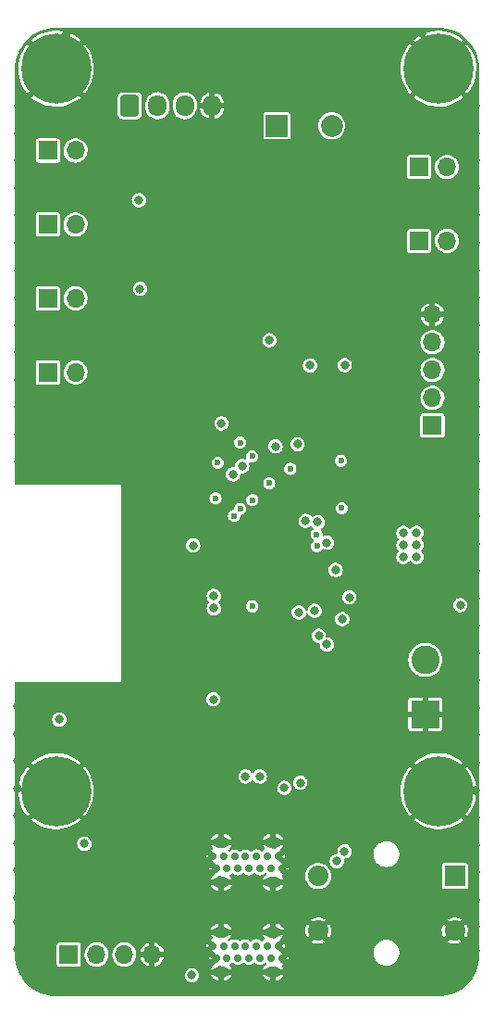
<source format=gbr>
%TF.GenerationSoftware,KiCad,Pcbnew,(6.0.2)*%
%TF.CreationDate,2022-04-29T18:18:38+02:00*%
%TF.ProjectId,reflowControllerV2,7265666c-6f77-4436-9f6e-74726f6c6c65,rev?*%
%TF.SameCoordinates,Original*%
%TF.FileFunction,Copper,L2,Inr*%
%TF.FilePolarity,Positive*%
%FSLAX46Y46*%
G04 Gerber Fmt 4.6, Leading zero omitted, Abs format (unit mm)*
G04 Created by KiCad (PCBNEW (6.0.2)) date 2022-04-29 18:18:38*
%MOMM*%
%LPD*%
G01*
G04 APERTURE LIST*
G04 Aperture macros list*
%AMRoundRect*
0 Rectangle with rounded corners*
0 $1 Rounding radius*
0 $2 $3 $4 $5 $6 $7 $8 $9 X,Y pos of 4 corners*
0 Add a 4 corners polygon primitive as box body*
4,1,4,$2,$3,$4,$5,$6,$7,$8,$9,$2,$3,0*
0 Add four circle primitives for the rounded corners*
1,1,$1+$1,$2,$3*
1,1,$1+$1,$4,$5*
1,1,$1+$1,$6,$7*
1,1,$1+$1,$8,$9*
0 Add four rect primitives between the rounded corners*
20,1,$1+$1,$2,$3,$4,$5,0*
20,1,$1+$1,$4,$5,$6,$7,0*
20,1,$1+$1,$6,$7,$8,$9,0*
20,1,$1+$1,$8,$9,$2,$3,0*%
G04 Aperture macros list end*
%TA.AperFunction,ComponentPad*%
%ADD10C,6.400000*%
%TD*%
%TA.AperFunction,ComponentPad*%
%ADD11C,0.800000*%
%TD*%
%TA.AperFunction,ComponentPad*%
%ADD12R,1.700000X1.700000*%
%TD*%
%TA.AperFunction,ComponentPad*%
%ADD13O,1.700000X1.700000*%
%TD*%
%TA.AperFunction,ComponentPad*%
%ADD14R,2.000000X2.000000*%
%TD*%
%TA.AperFunction,ComponentPad*%
%ADD15C,2.000000*%
%TD*%
%TA.AperFunction,ComponentPad*%
%ADD16R,2.600000X2.600000*%
%TD*%
%TA.AperFunction,ComponentPad*%
%ADD17C,2.600000*%
%TD*%
%TA.AperFunction,ComponentPad*%
%ADD18C,0.700000*%
%TD*%
%TA.AperFunction,ComponentPad*%
%ADD19O,1.500000X1.000000*%
%TD*%
%TA.AperFunction,ComponentPad*%
%ADD20RoundRect,0.250000X-0.600000X-0.725000X0.600000X-0.725000X0.600000X0.725000X-0.600000X0.725000X0*%
%TD*%
%TA.AperFunction,ComponentPad*%
%ADD21O,1.700000X1.950000*%
%TD*%
%TA.AperFunction,ComponentPad*%
%ADD22R,1.875000X1.875000*%
%TD*%
%TA.AperFunction,ComponentPad*%
%ADD23C,1.875000*%
%TD*%
%TA.AperFunction,ViaPad*%
%ADD24C,0.800000*%
%TD*%
%TA.AperFunction,ViaPad*%
%ADD25C,0.600000*%
%TD*%
G04 APERTURE END LIST*
D10*
%TO.N,GND*%
%TO.C,H4*%
X39000000Y-70000000D03*
D11*
X37302944Y-68302944D03*
X41400000Y-70000000D03*
X40697056Y-68302944D03*
X36600000Y-70000000D03*
X40697056Y-71697056D03*
X37302944Y-71697056D03*
X39000000Y-72400000D03*
X39000000Y-67600000D03*
%TD*%
D12*
%TO.N,/T2-*%
%TO.C,J7*%
X3250000Y-11475000D03*
D13*
%TO.N,/T2+*%
X5790000Y-11475000D03*
%TD*%
D12*
%TO.N,/SSR1*%
%TO.C,J3*%
X3250000Y-24975000D03*
D13*
%TO.N,+5V*%
X5790000Y-24975000D03*
%TD*%
D12*
%TO.N,/SSR2*%
%TO.C,J2*%
X3250000Y-31725000D03*
D13*
%TO.N,+5V*%
X5790000Y-31725000D03*
%TD*%
D14*
%TO.N,+3V3*%
%TO.C,BZ1*%
X24229216Y-9200000D03*
D15*
%TO.N,Net-(BZ1-Pad2)*%
X29229216Y-9200000D03*
%TD*%
D16*
%TO.N,GND*%
%TO.C,J11*%
X37805000Y-63000000D03*
D17*
%TO.N,/VIN*%
X37805000Y-58000000D03*
%TD*%
D12*
%TO.N,+3V3*%
%TO.C,J8*%
X38455000Y-36610000D03*
D13*
%TO.N,/SWDIO*%
X38455000Y-34070000D03*
%TO.N,/SWCLK*%
X38455000Y-31530000D03*
%TO.N,/NRST*%
X38455000Y-28990000D03*
%TO.N,GND*%
X38455000Y-26450000D03*
%TD*%
D11*
%TO.N,GND*%
%TO.C,H3*%
X2302944Y-71697056D03*
X4000000Y-72400000D03*
X5697056Y-68302944D03*
X2302944Y-68302944D03*
X6400000Y-70000000D03*
X5697056Y-71697056D03*
D10*
X4000000Y-70000000D03*
D11*
X1600000Y-70000000D03*
X4000000Y-67600000D03*
%TD*%
%TO.N,GND*%
%TO.C,H1*%
X4000000Y-6400000D03*
X1600000Y-4000000D03*
X2302944Y-5697056D03*
X6400000Y-4000000D03*
X5697056Y-2302944D03*
X2302944Y-2302944D03*
X4000000Y-1600000D03*
D10*
X4000000Y-4000000D03*
D11*
X5697056Y-5697056D03*
%TD*%
D12*
%TO.N,/FAN2*%
%TO.C,J4*%
X37250000Y-19725000D03*
D13*
%TO.N,+5V*%
X39790000Y-19725000D03*
%TD*%
D11*
%TO.N,GND*%
%TO.C,H2*%
X37302944Y-2302944D03*
X36600000Y-4000000D03*
X37302944Y-5697056D03*
X41400000Y-4000000D03*
X40697056Y-2302944D03*
D10*
X39000000Y-4000000D03*
D11*
X39000000Y-6400000D03*
X40697056Y-5697056D03*
X39000000Y-1600000D03*
%TD*%
D12*
%TO.N,/T1-*%
%TO.C,J6*%
X3250000Y-18225000D03*
D13*
%TO.N,/T1+*%
X5790000Y-18225000D03*
%TD*%
D12*
%TO.N,/FAN1*%
%TO.C,J5*%
X37250000Y-12975000D03*
D13*
%TO.N,+5V*%
X39790000Y-12975000D03*
%TD*%
D18*
%TO.N,GND*%
%TO.C,U2*%
X24340000Y-75920000D03*
%TO.N,Net-(U2-PadA4)*%
X23340000Y-75920000D03*
%TO.N,unconnected-(U2-PadA5)*%
X22340000Y-75920000D03*
%TO.N,/USB2_D+*%
X21340000Y-75920000D03*
%TO.N,/USB2_D-*%
X20340000Y-75920000D03*
%TO.N,Net-(U2-PadA4)*%
X19340000Y-75920000D03*
%TO.N,GND*%
X18340000Y-75920000D03*
X18660000Y-77080000D03*
%TO.N,Net-(U2-PadA4)*%
X19660000Y-77080000D03*
%TO.N,unconnected-(U2-PadB5)*%
X20660000Y-77080000D03*
%TO.N,/USB2_D+*%
X21660000Y-77080000D03*
%TO.N,/USB2_D-*%
X22660000Y-77080000D03*
%TO.N,Net-(U2-PadA4)*%
X23660000Y-77080000D03*
%TO.N,GND*%
X24660000Y-77080000D03*
D19*
X23870000Y-74670000D03*
X23870000Y-78330000D03*
X19130000Y-74670000D03*
X19130000Y-78330000D03*
%TD*%
D13*
%TO.N,GND*%
%TO.C,J9*%
X12795000Y-84925000D03*
%TO.N,/USART1_TX*%
X10255000Y-84925000D03*
%TO.N,/USART1_RX*%
X7715000Y-84925000D03*
D12*
%TO.N,+5V*%
X5175000Y-84925000D03*
%TD*%
D20*
%TO.N,+5V*%
%TO.C,J10*%
X10750000Y-7372500D03*
D21*
%TO.N,/USART1_RX*%
X13290000Y-7372500D03*
%TO.N,/USART1_TX*%
X15790000Y-7372500D03*
%TO.N,GND*%
X18290000Y-7372500D03*
%TD*%
D18*
%TO.N,GND*%
%TO.C,U1*%
X24340000Y-84120000D03*
%TO.N,Net-(U1-PadA4)*%
X23340000Y-84120000D03*
%TO.N,unconnected-(U1-PadA5)*%
X22340000Y-84120000D03*
%TO.N,/USB1_D+*%
X21340000Y-84120000D03*
%TO.N,/USB1_D-*%
X20340000Y-84120000D03*
%TO.N,Net-(U1-PadA4)*%
X19340000Y-84120000D03*
%TO.N,GND*%
X18340000Y-84120000D03*
X18660000Y-85280000D03*
%TO.N,Net-(U1-PadA4)*%
X19660000Y-85280000D03*
%TO.N,unconnected-(U1-PadB5)*%
X20660000Y-85280000D03*
%TO.N,/USB1_D+*%
X21660000Y-85280000D03*
%TO.N,/USB1_D-*%
X22660000Y-85280000D03*
%TO.N,Net-(U1-PadA4)*%
X23660000Y-85280000D03*
%TO.N,GND*%
X24660000Y-85280000D03*
D19*
X23870000Y-86530000D03*
X23870000Y-82870000D03*
X19130000Y-86530000D03*
X19130000Y-82870000D03*
%TD*%
D22*
%TO.N,/NRST*%
%TO.C,SW1*%
X40500000Y-77750000D03*
D23*
X28000000Y-77750000D03*
%TO.N,GND*%
X40500000Y-82750000D03*
X28000000Y-82750000D03*
%TD*%
D24*
%TO.N,GND*%
X41050000Y-45824500D03*
%TO.N,+3V3*%
X16550000Y-47550000D03*
%TO.N,GND*%
X41800000Y-86700000D03*
X40300000Y-87900000D03*
X3000000Y-88100000D03*
X1200000Y-86700000D03*
X42400000Y-77400000D03*
X500020Y-84402993D03*
X42400000Y-84600000D03*
X42400000Y-79900000D03*
X42400000Y-82400000D03*
X42400000Y-69900000D03*
X42400000Y-57400000D03*
X42400000Y-67400000D03*
X42400000Y-49900000D03*
X42400000Y-44900000D03*
X42400000Y-54900000D03*
X42400000Y-42400000D03*
X42400000Y-62400000D03*
X42400000Y-47400000D03*
X42400000Y-74900000D03*
X42400000Y-72400000D03*
X42400000Y-59900000D03*
X42400000Y-52400000D03*
X42400000Y-64900000D03*
X42400000Y-34900000D03*
X42400000Y-22400000D03*
X42400000Y-32400000D03*
X42400000Y-14900000D03*
X42400000Y-9900000D03*
X42400000Y-19900000D03*
X42400000Y-7400000D03*
X42400000Y-27400000D03*
X42400000Y-12400000D03*
X42400000Y-39900000D03*
X42400000Y-37400000D03*
X42400000Y-24900000D03*
X42400000Y-17400000D03*
X42400000Y-29900000D03*
X600000Y-34900000D03*
X600000Y-22400000D03*
X600000Y-32400000D03*
X600000Y-14900000D03*
X600000Y-9900000D03*
X600000Y-19900000D03*
X600000Y-7400000D03*
X600000Y-27400000D03*
X600000Y-12400000D03*
X600000Y-39900000D03*
X600000Y-37400000D03*
X600000Y-24900000D03*
X600000Y-17400000D03*
X600000Y-29900000D03*
X10000000Y-750000D03*
X22500000Y-750000D03*
X12500000Y-750000D03*
X30000000Y-750000D03*
X35000000Y-750000D03*
X25000000Y-750000D03*
X37500000Y-750000D03*
X17500000Y-750000D03*
X32500000Y-750000D03*
X5000000Y-750000D03*
X7500000Y-750000D03*
X20000000Y-750000D03*
X27500000Y-750000D03*
X15000000Y-750000D03*
X38000000Y-88300000D03*
X35500000Y-88300000D03*
X33000000Y-88300000D03*
X30500000Y-88300000D03*
X28000000Y-88300000D03*
X25500000Y-88300000D03*
X23000000Y-88300000D03*
X20500000Y-88300000D03*
X18000000Y-88300000D03*
X15500000Y-88300000D03*
X13000000Y-88300000D03*
X10500000Y-88300000D03*
X8000000Y-88300000D03*
X5500000Y-88300000D03*
X500020Y-82000000D03*
X500020Y-79749980D03*
X500020Y-77249980D03*
X500020Y-74749980D03*
X500020Y-72249980D03*
X500020Y-69749980D03*
X500020Y-67249980D03*
X500020Y-64749980D03*
X500020Y-62249980D03*
%TO.N,+3V3*%
X18400000Y-61600000D03*
X37000000Y-47500000D03*
X20200000Y-41050000D03*
X26100000Y-38300000D03*
X30400000Y-75500000D03*
X24100000Y-38500000D03*
X28800000Y-47300011D03*
X18450000Y-53300000D03*
X35800000Y-47500000D03*
X29700000Y-76400000D03*
X11600000Y-16000000D03*
X27950000Y-45425000D03*
X11700000Y-24100000D03*
X35800000Y-46400000D03*
X21050000Y-40300000D03*
X27250000Y-31100000D03*
X28800000Y-56600000D03*
X19150000Y-36400000D03*
X27675000Y-53525000D03*
X29600000Y-49800000D03*
X18450000Y-52175000D03*
X26225000Y-53675000D03*
X37000000Y-46400000D03*
X30425000Y-31075000D03*
X35800000Y-48600000D03*
X24900000Y-69700000D03*
X37000000Y-48600000D03*
X26850000Y-45300000D03*
X28050000Y-55800000D03*
X4300000Y-63450000D03*
%TO.N,GND*%
X6520000Y-77710000D03*
D25*
X30300000Y-45600000D03*
D24*
X13115000Y-40490000D03*
X34100000Y-49500000D03*
X21050000Y-34450000D03*
X8000000Y-41500000D03*
X7000000Y-60500000D03*
X12830000Y-38430000D03*
X14780000Y-52370000D03*
X39000000Y-43000000D03*
X16000000Y-78100000D03*
X34100000Y-52100000D03*
X6000000Y-41500000D03*
X10500000Y-42500000D03*
X13115000Y-39490000D03*
X10100000Y-36925000D03*
X39700000Y-42200000D03*
X10000000Y-41500000D03*
X7025000Y-36925000D03*
X13090000Y-44490000D03*
X23700000Y-57050000D03*
X23350000Y-50200000D03*
X14600000Y-72500000D03*
X35300000Y-39600000D03*
X9000000Y-60500000D03*
X3000000Y-60500000D03*
X21300000Y-48706143D03*
X1000000Y-60500000D03*
X10500000Y-46500000D03*
X10500000Y-49500000D03*
X10500000Y-45500000D03*
X23350000Y-48700000D03*
X11275000Y-37100000D03*
X2000000Y-60500000D03*
X10000000Y-60500000D03*
X3000000Y-41500000D03*
X5900000Y-63450000D03*
X14600000Y-73500000D03*
X7000000Y-41500000D03*
X10500000Y-54750000D03*
X10500000Y-59750000D03*
X8000000Y-60500000D03*
X13115000Y-41490000D03*
X12080000Y-37750000D03*
D25*
X15000000Y-48250000D03*
D24*
X21300000Y-47200000D03*
X20100000Y-34450000D03*
X39000000Y-39700000D03*
X9000000Y-41500000D03*
X9025000Y-36925000D03*
X2000000Y-41500000D03*
X10500000Y-47500000D03*
X10500000Y-48500000D03*
X35300000Y-53100000D03*
X14620000Y-47210000D03*
X10500000Y-57750000D03*
X6000000Y-60500000D03*
X13115000Y-42490000D03*
X20250000Y-54050000D03*
X25400000Y-50200000D03*
X39700000Y-40500000D03*
X10500000Y-44500000D03*
X5000000Y-60500000D03*
X34100000Y-54100000D03*
X41000000Y-42500000D03*
X4000000Y-60500000D03*
X19150000Y-34450000D03*
X10500000Y-55750000D03*
X23350000Y-47200000D03*
D25*
X30300000Y-46850000D03*
D24*
X35300000Y-54100000D03*
X10500000Y-52750000D03*
X20850000Y-42200000D03*
X25400000Y-47193857D03*
X30650000Y-49050000D03*
X21300000Y-50206143D03*
X4000000Y-41500000D03*
X10500000Y-53750000D03*
X13090000Y-45490000D03*
X1600000Y-36900000D03*
X25400000Y-48700000D03*
X5450000Y-78610000D03*
X16000000Y-79300000D03*
X13740000Y-46410000D03*
X11790000Y-52380000D03*
X1500000Y-39900000D03*
X8025000Y-36925000D03*
X10500000Y-58750000D03*
X1000000Y-41500000D03*
D25*
X21775000Y-54375000D03*
D24*
X10500000Y-56750000D03*
X5000000Y-41500000D03*
D25*
X16800000Y-51200000D03*
D24*
X34100000Y-53100000D03*
X16800000Y-61600000D03*
X6025000Y-36925000D03*
X13115000Y-43490000D03*
X13800000Y-52650000D03*
D25*
X17700000Y-51200000D03*
D24*
X10500000Y-43500000D03*
X12870000Y-52390000D03*
X3000000Y-36000000D03*
%TO.N,/NRST*%
X26360000Y-69230000D03*
D25*
X23523500Y-41850000D03*
X30093003Y-39806997D03*
D24*
%TO.N,+5V*%
X41000000Y-53000000D03*
%TO.N,/WS_DATA*%
X6600000Y-74800000D03*
%TO.N,/USART1_TX*%
X30850000Y-52300000D03*
D25*
X27875000Y-47625000D03*
D24*
%TO.N,/USART1_RX*%
X30200000Y-54275000D03*
D25*
%TO.N,Net-(JP1-Pad1)*%
X20850000Y-38150000D03*
X25450000Y-40550000D03*
%TO.N,/BUZ*%
X21973500Y-43400000D03*
X21950000Y-39400000D03*
%TO.N,/FAN1_IO*%
X21973500Y-53100574D03*
D24*
X23550000Y-28800000D03*
D25*
%TO.N,/I2C1_SDA*%
X27850000Y-46550000D03*
X30150000Y-44150000D03*
D24*
%TO.N,Net-(U1-PadA4)*%
X16440000Y-86810000D03*
D25*
%TO.N,/LPUART1_RX*%
X20300011Y-44850000D03*
D24*
X21350000Y-68650000D03*
D25*
%TO.N,/LPUART1_TX*%
X20850000Y-44200000D03*
D24*
X22650000Y-68650000D03*
D25*
%TO.N,/T2_CS*%
X18800000Y-40000000D03*
X18600000Y-43250000D03*
%TD*%
%TA.AperFunction,Conductor*%
%TO.N,GND*%
G36*
X38984545Y-255902D02*
G01*
X38990437Y-257074D01*
X38990438Y-257074D01*
X39000000Y-258976D01*
X39009563Y-257074D01*
X39012069Y-257074D01*
X39032254Y-255585D01*
X39362323Y-271800D01*
X39371991Y-272753D01*
X39725993Y-325264D01*
X39735522Y-327159D01*
X40082686Y-414120D01*
X40091983Y-416940D01*
X40428953Y-537509D01*
X40437929Y-541227D01*
X40761458Y-694245D01*
X40770026Y-698825D01*
X41077000Y-882818D01*
X41085069Y-888210D01*
X41372535Y-1101410D01*
X41380044Y-1107572D01*
X41409101Y-1133908D01*
X41645218Y-1347912D01*
X41652088Y-1354782D01*
X41892427Y-1619955D01*
X41898590Y-1627465D01*
X42111790Y-1914931D01*
X42117182Y-1923000D01*
X42224353Y-2101804D01*
X42301175Y-2229974D01*
X42305755Y-2238542D01*
X42458773Y-2562071D01*
X42462491Y-2571047D01*
X42583060Y-2908017D01*
X42585880Y-2917314D01*
X42672841Y-3264478D01*
X42674736Y-3274007D01*
X42727247Y-3628009D01*
X42728200Y-3637677D01*
X42744415Y-3967746D01*
X42742926Y-3987926D01*
X42742926Y-3990437D01*
X42741024Y-4000000D01*
X42742926Y-4009562D01*
X42742926Y-4009563D01*
X42744098Y-4015455D01*
X42746000Y-4034768D01*
X42746000Y-84965232D01*
X42744098Y-84984545D01*
X42741024Y-85000000D01*
X42742926Y-85009563D01*
X42742926Y-85012069D01*
X42744415Y-85032254D01*
X42728200Y-85362323D01*
X42727247Y-85371991D01*
X42674736Y-85725993D01*
X42672841Y-85735522D01*
X42585880Y-86082686D01*
X42583060Y-86091983D01*
X42462491Y-86428953D01*
X42458773Y-86437929D01*
X42305755Y-86761458D01*
X42301175Y-86770026D01*
X42270878Y-86820574D01*
X42117182Y-87077000D01*
X42111790Y-87085069D01*
X41898590Y-87372535D01*
X41892427Y-87380045D01*
X41652088Y-87645218D01*
X41645218Y-87652088D01*
X41424860Y-87851809D01*
X41405934Y-87868963D01*
X41380045Y-87892427D01*
X41372535Y-87898590D01*
X41085069Y-88111790D01*
X41077000Y-88117182D01*
X41027082Y-88147102D01*
X40770026Y-88301175D01*
X40761458Y-88305755D01*
X40437929Y-88458773D01*
X40428953Y-88462491D01*
X40091983Y-88583060D01*
X40082686Y-88585880D01*
X39735522Y-88672841D01*
X39725993Y-88674736D01*
X39371991Y-88727247D01*
X39362323Y-88728200D01*
X39032254Y-88744415D01*
X39012069Y-88742926D01*
X39009563Y-88742926D01*
X39000000Y-88741024D01*
X38990438Y-88742926D01*
X38990437Y-88742926D01*
X38984545Y-88744098D01*
X38965232Y-88746000D01*
X4034768Y-88746000D01*
X4015455Y-88744098D01*
X4009563Y-88742926D01*
X4009562Y-88742926D01*
X4000000Y-88741024D01*
X3990437Y-88742926D01*
X3987931Y-88742926D01*
X3967746Y-88744415D01*
X3637677Y-88728200D01*
X3628009Y-88727247D01*
X3274007Y-88674736D01*
X3264478Y-88672841D01*
X2917314Y-88585880D01*
X2908017Y-88583060D01*
X2571047Y-88462491D01*
X2562071Y-88458773D01*
X2238542Y-88305755D01*
X2229974Y-88301175D01*
X1972918Y-88147102D01*
X1923000Y-88117182D01*
X1914931Y-88111790D01*
X1627465Y-87898590D01*
X1619955Y-87892427D01*
X1594067Y-87868963D01*
X1575140Y-87851809D01*
X1354782Y-87652088D01*
X1347912Y-87645218D01*
X1107573Y-87380045D01*
X1101410Y-87372535D01*
X888210Y-87085069D01*
X882818Y-87077000D01*
X729122Y-86820574D01*
X718646Y-86803096D01*
X15780729Y-86803096D01*
X15781384Y-86809029D01*
X15781384Y-86809033D01*
X15783390Y-86827199D01*
X15798113Y-86960553D01*
X15805144Y-86979766D01*
X15850501Y-87103713D01*
X15850503Y-87103717D01*
X15852553Y-87109319D01*
X15940908Y-87240805D01*
X15945319Y-87244819D01*
X15945321Y-87244821D01*
X15988379Y-87284000D01*
X16058076Y-87347419D01*
X16072536Y-87355270D01*
X16192047Y-87420160D01*
X16192049Y-87420161D01*
X16197293Y-87423008D01*
X16203067Y-87424523D01*
X16203070Y-87424524D01*
X16344743Y-87461691D01*
X16350522Y-87463207D01*
X16356491Y-87463301D01*
X16356493Y-87463301D01*
X16414502Y-87464212D01*
X16508916Y-87465695D01*
X16519779Y-87463207D01*
X16657509Y-87431663D01*
X16657512Y-87431662D01*
X16663332Y-87430329D01*
X16677889Y-87423008D01*
X16733148Y-87395216D01*
X16804855Y-87359151D01*
X16911204Y-87268320D01*
X16920776Y-87260145D01*
X16920777Y-87260144D01*
X16925314Y-87256269D01*
X17017755Y-87127624D01*
X17027368Y-87103713D01*
X17074618Y-86986174D01*
X17074619Y-86986172D01*
X17076842Y-86980641D01*
X17079701Y-86960553D01*
X17098706Y-86827014D01*
X17098706Y-86827008D01*
X17099162Y-86823807D01*
X17099307Y-86810000D01*
X17097539Y-86795387D01*
X18173476Y-86795387D01*
X18218342Y-86900829D01*
X18224000Y-86910748D01*
X18321396Y-87043095D01*
X18329189Y-87051452D01*
X18454413Y-87157838D01*
X18463925Y-87164181D01*
X18610263Y-87238906D01*
X18620973Y-87242889D01*
X18781890Y-87282265D01*
X18790569Y-87283585D01*
X18795744Y-87283906D01*
X18798778Y-87284000D01*
X18860320Y-87284000D01*
X18873005Y-87279878D01*
X18876000Y-87275757D01*
X18876000Y-87268320D01*
X19384000Y-87268320D01*
X19388122Y-87281005D01*
X19392243Y-87284000D01*
X19421160Y-87284000D01*
X19426872Y-87283668D01*
X19548921Y-87269439D01*
X19560049Y-87266808D01*
X19714501Y-87210745D01*
X19724722Y-87205627D01*
X19862138Y-87115532D01*
X19870899Y-87108207D01*
X19983906Y-86988915D01*
X19990751Y-86979766D01*
X20073282Y-86837678D01*
X20077838Y-86827199D01*
X20086377Y-86799006D01*
X20086305Y-86795387D01*
X22913476Y-86795387D01*
X22958342Y-86900829D01*
X22964000Y-86910748D01*
X23061396Y-87043095D01*
X23069189Y-87051452D01*
X23194413Y-87157838D01*
X23203925Y-87164181D01*
X23350263Y-87238906D01*
X23360973Y-87242889D01*
X23521890Y-87282265D01*
X23530569Y-87283585D01*
X23535744Y-87283906D01*
X23538778Y-87284000D01*
X23600320Y-87284000D01*
X23613005Y-87279878D01*
X23616000Y-87275757D01*
X23616000Y-87268320D01*
X24124000Y-87268320D01*
X24128122Y-87281005D01*
X24132243Y-87284000D01*
X24161160Y-87284000D01*
X24166872Y-87283668D01*
X24288921Y-87269439D01*
X24300049Y-87266808D01*
X24454501Y-87210745D01*
X24464722Y-87205627D01*
X24602138Y-87115532D01*
X24610899Y-87108207D01*
X24723906Y-86988915D01*
X24730751Y-86979766D01*
X24813282Y-86837678D01*
X24817838Y-86827199D01*
X24826377Y-86799006D01*
X24826142Y-86787262D01*
X24815749Y-86784000D01*
X24139680Y-86784000D01*
X24126995Y-86788122D01*
X24124000Y-86792243D01*
X24124000Y-87268320D01*
X23616000Y-87268320D01*
X23616000Y-86799680D01*
X23611878Y-86786995D01*
X23607757Y-86784000D01*
X22924311Y-86784000D01*
X22913476Y-86787521D01*
X22913476Y-86795387D01*
X20086305Y-86795387D01*
X20086142Y-86787262D01*
X20075749Y-86784000D01*
X19399680Y-86784000D01*
X19386995Y-86788122D01*
X19384000Y-86792243D01*
X19384000Y-87268320D01*
X18876000Y-87268320D01*
X18876000Y-86799680D01*
X18871878Y-86786995D01*
X18867757Y-86784000D01*
X18184311Y-86784000D01*
X18173476Y-86787521D01*
X18173476Y-86795387D01*
X17097539Y-86795387D01*
X17080276Y-86652733D01*
X17075645Y-86640476D01*
X17026390Y-86510130D01*
X17024280Y-86504546D01*
X16972327Y-86428953D01*
X16937933Y-86378909D01*
X16937930Y-86378906D01*
X16934553Y-86373992D01*
X16901560Y-86344596D01*
X16820729Y-86272579D01*
X16820727Y-86272578D01*
X16816275Y-86268611D01*
X16811004Y-86265820D01*
X16681548Y-86197276D01*
X16681545Y-86197275D01*
X16676274Y-86194484D01*
X16599453Y-86175188D01*
X16528423Y-86157346D01*
X16528420Y-86157346D01*
X16522633Y-86155892D01*
X16442693Y-86155473D01*
X16370187Y-86155093D01*
X16370185Y-86155093D01*
X16364221Y-86155062D01*
X16210184Y-86192043D01*
X16151520Y-86222322D01*
X16074720Y-86261961D01*
X16074718Y-86261963D01*
X16069414Y-86264700D01*
X15950039Y-86368838D01*
X15858950Y-86498444D01*
X15801406Y-86646037D01*
X15780729Y-86803096D01*
X718646Y-86803096D01*
X698825Y-86770026D01*
X694245Y-86761458D01*
X541227Y-86437929D01*
X537509Y-86428953D01*
X416940Y-86091983D01*
X414120Y-86082686D01*
X327159Y-85735522D01*
X325264Y-85725993D01*
X272753Y-85371991D01*
X271800Y-85362323D01*
X255585Y-85032254D01*
X257074Y-85012069D01*
X257074Y-85009563D01*
X258976Y-85000000D01*
X255902Y-84984545D01*
X254000Y-84965232D01*
X254000Y-84049933D01*
X4070500Y-84049933D01*
X4070501Y-85800066D01*
X4085266Y-85874301D01*
X4141516Y-85958484D01*
X4225699Y-86014734D01*
X4235262Y-86016636D01*
X4235264Y-86016637D01*
X4266181Y-86022786D01*
X4299933Y-86029500D01*
X5174819Y-86029500D01*
X6050066Y-86029499D01*
X6054832Y-86028551D01*
X6054833Y-86028551D01*
X6114738Y-86016636D01*
X6124301Y-86014734D01*
X6208484Y-85958484D01*
X6264734Y-85874301D01*
X6270418Y-85845728D01*
X6277422Y-85810514D01*
X6279500Y-85800067D01*
X6279499Y-84895964D01*
X6606148Y-84895964D01*
X6606445Y-84900492D01*
X6618908Y-85090643D01*
X6619424Y-85098522D01*
X6620540Y-85102915D01*
X6620540Y-85102917D01*
X6642771Y-85190451D01*
X6669392Y-85295269D01*
X6671294Y-85299394D01*
X6671294Y-85299395D01*
X6750456Y-85471110D01*
X6754377Y-85479616D01*
X6871533Y-85645389D01*
X7016938Y-85787035D01*
X7185720Y-85899812D01*
X7372228Y-85979942D01*
X7408454Y-85988139D01*
X7565790Y-86023741D01*
X7565795Y-86023742D01*
X7570216Y-86024742D01*
X7667155Y-86028551D01*
X7768520Y-86032534D01*
X7768521Y-86032534D01*
X7773053Y-86032712D01*
X7883927Y-86016636D01*
X7969451Y-86004236D01*
X7969455Y-86004235D01*
X7973945Y-86003584D01*
X7999613Y-85994871D01*
X8161868Y-85939793D01*
X8161871Y-85939791D01*
X8166165Y-85938334D01*
X8171178Y-85935527D01*
X8290077Y-85868940D01*
X8343276Y-85839147D01*
X8499345Y-85709345D01*
X8629147Y-85553276D01*
X8693813Y-85437806D01*
X8726117Y-85380124D01*
X8726118Y-85380123D01*
X8728334Y-85376165D01*
X8737215Y-85350004D01*
X8790649Y-85192592D01*
X8793584Y-85183945D01*
X8801586Y-85128760D01*
X8822292Y-84985952D01*
X8822292Y-84985946D01*
X8822712Y-84983053D01*
X8822920Y-84975142D01*
X8824156Y-84927913D01*
X8824156Y-84927908D01*
X8824232Y-84925000D01*
X8821564Y-84895964D01*
X9146148Y-84895964D01*
X9146445Y-84900492D01*
X9158908Y-85090643D01*
X9159424Y-85098522D01*
X9160540Y-85102915D01*
X9160540Y-85102917D01*
X9182771Y-85190451D01*
X9209392Y-85295269D01*
X9211294Y-85299394D01*
X9211294Y-85299395D01*
X9290456Y-85471110D01*
X9294377Y-85479616D01*
X9411533Y-85645389D01*
X9556938Y-85787035D01*
X9725720Y-85899812D01*
X9912228Y-85979942D01*
X9948454Y-85988139D01*
X10105790Y-86023741D01*
X10105795Y-86023742D01*
X10110216Y-86024742D01*
X10207155Y-86028551D01*
X10308520Y-86032534D01*
X10308521Y-86032534D01*
X10313053Y-86032712D01*
X10423927Y-86016636D01*
X10509451Y-86004236D01*
X10509455Y-86004235D01*
X10513945Y-86003584D01*
X10539613Y-85994871D01*
X10701868Y-85939793D01*
X10701871Y-85939791D01*
X10706165Y-85938334D01*
X10711178Y-85935527D01*
X10830077Y-85868940D01*
X10883276Y-85839147D01*
X11039345Y-85709345D01*
X11169147Y-85553276D01*
X11233813Y-85437806D01*
X11266117Y-85380124D01*
X11266118Y-85380123D01*
X11268334Y-85376165D01*
X11277215Y-85350004D01*
X11330649Y-85192592D01*
X11723831Y-85192592D01*
X11748749Y-85290708D01*
X11751763Y-85299219D01*
X11832911Y-85475241D01*
X11837433Y-85483074D01*
X11949299Y-85641361D01*
X11955163Y-85648227D01*
X12094004Y-85783479D01*
X12101027Y-85789166D01*
X12262183Y-85896847D01*
X12270134Y-85901164D01*
X12448214Y-85977673D01*
X12456809Y-85980466D01*
X12525706Y-85996056D01*
X12538603Y-85994871D01*
X12540460Y-85988116D01*
X13049000Y-85988116D01*
X13053122Y-86000801D01*
X13054293Y-86001652D01*
X13057075Y-86001890D01*
X13058123Y-86001638D01*
X13241664Y-85939334D01*
X13249922Y-85935657D01*
X13419028Y-85840953D01*
X13426483Y-85835830D01*
X13575498Y-85711896D01*
X13581896Y-85705498D01*
X13705830Y-85556483D01*
X13710953Y-85549028D01*
X13805657Y-85379922D01*
X13809334Y-85371664D01*
X13838266Y-85286434D01*
X18051635Y-85286434D01*
X18070699Y-85431240D01*
X18074030Y-85443673D01*
X18086508Y-85473797D01*
X18093906Y-85482459D01*
X18101461Y-85479329D01*
X18289704Y-85291086D01*
X18295758Y-85279203D01*
X18294962Y-85274172D01*
X18103594Y-85082804D01*
X18093446Y-85077633D01*
X18087662Y-85083417D01*
X18074030Y-85116327D01*
X18070699Y-85128760D01*
X18051635Y-85273566D01*
X18051635Y-85286434D01*
X13838266Y-85286434D01*
X13870848Y-85190451D01*
X13869288Y-85181372D01*
X13868251Y-85180363D01*
X13862407Y-85179000D01*
X13064680Y-85179000D01*
X13051995Y-85183122D01*
X13049000Y-85187243D01*
X13049000Y-85988116D01*
X12540460Y-85988116D01*
X12541000Y-85986153D01*
X12541000Y-85194680D01*
X12536878Y-85181995D01*
X12532757Y-85179000D01*
X11736059Y-85179000D01*
X11724149Y-85182870D01*
X11723831Y-85192592D01*
X11330649Y-85192592D01*
X11333584Y-85183945D01*
X11341586Y-85128760D01*
X11362292Y-84985952D01*
X11362292Y-84985946D01*
X11362712Y-84983053D01*
X11362920Y-84975142D01*
X11364156Y-84927913D01*
X11364156Y-84927908D01*
X11364232Y-84925000D01*
X11359530Y-84873820D01*
X11346073Y-84727377D01*
X11345658Y-84722859D01*
X11327046Y-84656866D01*
X11326809Y-84656024D01*
X11722439Y-84656024D01*
X11722591Y-84667649D01*
X11733138Y-84671000D01*
X12525320Y-84671000D01*
X12538005Y-84666878D01*
X12541000Y-84662757D01*
X12541000Y-84655320D01*
X13049000Y-84655320D01*
X13053122Y-84668005D01*
X13057243Y-84671000D01*
X13854833Y-84671000D01*
X13866323Y-84667267D01*
X13866527Y-84656866D01*
X13831321Y-84532037D01*
X13828080Y-84523593D01*
X13742356Y-84349762D01*
X13737631Y-84342052D01*
X13621663Y-84186752D01*
X13615614Y-84180034D01*
X13557630Y-84126434D01*
X17731635Y-84126434D01*
X17750699Y-84271240D01*
X17754030Y-84283673D01*
X17766508Y-84313797D01*
X17773906Y-84322459D01*
X17781461Y-84319329D01*
X17969704Y-84131086D01*
X17975758Y-84119203D01*
X17974962Y-84114172D01*
X17783594Y-83922804D01*
X17773446Y-83917633D01*
X17767662Y-83923417D01*
X17754030Y-83956327D01*
X17750699Y-83968760D01*
X17731635Y-84113566D01*
X17731635Y-84126434D01*
X13557630Y-84126434D01*
X13473282Y-84048463D01*
X13466117Y-84042965D01*
X13302190Y-83939535D01*
X13294138Y-83935432D01*
X13114109Y-83863609D01*
X13105450Y-83861044D01*
X13064379Y-83852874D01*
X13051134Y-83854442D01*
X13051099Y-83854474D01*
X13049000Y-83862518D01*
X13049000Y-84655320D01*
X12541000Y-84655320D01*
X12541000Y-83864065D01*
X12536878Y-83851380D01*
X12536274Y-83850941D01*
X12529127Y-83850425D01*
X12512507Y-83853281D01*
X12503788Y-83855618D01*
X12321938Y-83922706D01*
X12313776Y-83926599D01*
X12147212Y-84025695D01*
X12139887Y-84031016D01*
X11994168Y-84158809D01*
X11987948Y-84165363D01*
X11867951Y-84317578D01*
X11863028Y-84325157D01*
X11772777Y-84496696D01*
X11769323Y-84505036D01*
X11722439Y-84656024D01*
X11326809Y-84656024D01*
X11291789Y-84531854D01*
X11291788Y-84531850D01*
X11290557Y-84527487D01*
X11279486Y-84505036D01*
X11202781Y-84349494D01*
X11200776Y-84345428D01*
X11183625Y-84322459D01*
X11082036Y-84186416D01*
X11082035Y-84186415D01*
X11079320Y-84182779D01*
X11056252Y-84161455D01*
X10933588Y-84048065D01*
X10933587Y-84048064D01*
X10930258Y-84044987D01*
X10908116Y-84031016D01*
X10770702Y-83944315D01*
X10758581Y-83936667D01*
X10570039Y-83861446D01*
X10370946Y-83821844D01*
X10268351Y-83820501D01*
X10172510Y-83819246D01*
X10172505Y-83819246D01*
X10167971Y-83819187D01*
X10163496Y-83819956D01*
X10163495Y-83819956D01*
X10152508Y-83821844D01*
X9967910Y-83853564D01*
X9777463Y-83923824D01*
X9773564Y-83926143D01*
X9773559Y-83926146D01*
X9606916Y-84025288D01*
X9603010Y-84027612D01*
X9599595Y-84030606D01*
X9599592Y-84030609D01*
X9577486Y-84049996D01*
X9450392Y-84161455D01*
X9324720Y-84320869D01*
X9322607Y-84324884D01*
X9322607Y-84324885D01*
X9273609Y-84418015D01*
X9230203Y-84500515D01*
X9228859Y-84504844D01*
X9172926Y-84684978D01*
X9170007Y-84694378D01*
X9169473Y-84698888D01*
X9169473Y-84698889D01*
X9163191Y-84751970D01*
X9146148Y-84895964D01*
X8821564Y-84895964D01*
X8819530Y-84873820D01*
X8806073Y-84727377D01*
X8805658Y-84722859D01*
X8787046Y-84656866D01*
X8751789Y-84531854D01*
X8751788Y-84531850D01*
X8750557Y-84527487D01*
X8739486Y-84505036D01*
X8662781Y-84349494D01*
X8660776Y-84345428D01*
X8643625Y-84322459D01*
X8542036Y-84186416D01*
X8542035Y-84186415D01*
X8539320Y-84182779D01*
X8516252Y-84161455D01*
X8393588Y-84048065D01*
X8393587Y-84048064D01*
X8390258Y-84044987D01*
X8368116Y-84031016D01*
X8230702Y-83944315D01*
X8218581Y-83936667D01*
X8030039Y-83861446D01*
X7830946Y-83821844D01*
X7728351Y-83820501D01*
X7632510Y-83819246D01*
X7632505Y-83819246D01*
X7627971Y-83819187D01*
X7623496Y-83819956D01*
X7623495Y-83819956D01*
X7612508Y-83821844D01*
X7427910Y-83853564D01*
X7237463Y-83923824D01*
X7233564Y-83926143D01*
X7233559Y-83926146D01*
X7066916Y-84025288D01*
X7063010Y-84027612D01*
X7059595Y-84030606D01*
X7059592Y-84030609D01*
X7037486Y-84049996D01*
X6910392Y-84161455D01*
X6784720Y-84320869D01*
X6782607Y-84324884D01*
X6782607Y-84324885D01*
X6733609Y-84418015D01*
X6690203Y-84500515D01*
X6688859Y-84504844D01*
X6632926Y-84684978D01*
X6630007Y-84694378D01*
X6629473Y-84698888D01*
X6629473Y-84698889D01*
X6623191Y-84751970D01*
X6606148Y-84895964D01*
X6279499Y-84895964D01*
X6279499Y-84049934D01*
X6275314Y-84028890D01*
X6266636Y-83985262D01*
X6264734Y-83975699D01*
X6208484Y-83891516D01*
X6124301Y-83835266D01*
X6114738Y-83833364D01*
X6114736Y-83833363D01*
X6083819Y-83827214D01*
X6050067Y-83820500D01*
X5175181Y-83820500D01*
X4299934Y-83820501D01*
X4295168Y-83821449D01*
X4295167Y-83821449D01*
X4288727Y-83822730D01*
X4225699Y-83835266D01*
X4141516Y-83891516D01*
X4085266Y-83975699D01*
X4070500Y-84049933D01*
X254000Y-84049933D01*
X254000Y-83553906D01*
X18137541Y-83553906D01*
X18140671Y-83561461D01*
X18629206Y-84049996D01*
X18656983Y-84104513D01*
X18647412Y-84164945D01*
X18629206Y-84190004D01*
X18142804Y-84676406D01*
X18137633Y-84686554D01*
X18143417Y-84692338D01*
X18176327Y-84705970D01*
X18188760Y-84709301D01*
X18289138Y-84722516D01*
X18310732Y-84718514D01*
X18314224Y-84715022D01*
X18368741Y-84687245D01*
X18429173Y-84696816D01*
X18454232Y-84715022D01*
X18949206Y-85209996D01*
X18976983Y-85264513D01*
X18967412Y-85324945D01*
X18949206Y-85350004D01*
X18462804Y-85836406D01*
X18451674Y-85858250D01*
X18445429Y-85897680D01*
X18411500Y-85935527D01*
X18397859Y-85944470D01*
X18389101Y-85951793D01*
X18276094Y-86071085D01*
X18269249Y-86080234D01*
X18186718Y-86222322D01*
X18182162Y-86232801D01*
X18173623Y-86260994D01*
X18173858Y-86272738D01*
X18184251Y-86276000D01*
X20075689Y-86276000D01*
X20086524Y-86272479D01*
X20086524Y-86264613D01*
X20041658Y-86159171D01*
X20036000Y-86149252D01*
X19938604Y-86016905D01*
X19930815Y-86008553D01*
X19906786Y-85988139D01*
X19874680Y-85936053D01*
X19879321Y-85875044D01*
X19918935Y-85828415D01*
X19932986Y-85821231D01*
X19964858Y-85808030D01*
X20091134Y-85711134D01*
X20091940Y-85710083D01*
X20144513Y-85683297D01*
X20204945Y-85692868D01*
X20227328Y-85709130D01*
X20228866Y-85711134D01*
X20355142Y-85808030D01*
X20502194Y-85868940D01*
X20508623Y-85869786D01*
X20508625Y-85869787D01*
X20653567Y-85888869D01*
X20660000Y-85889716D01*
X20666433Y-85888869D01*
X20811375Y-85869787D01*
X20811377Y-85869786D01*
X20817806Y-85868940D01*
X20964858Y-85808030D01*
X21091134Y-85711134D01*
X21091940Y-85710083D01*
X21144513Y-85683297D01*
X21204945Y-85692868D01*
X21227328Y-85709130D01*
X21228866Y-85711134D01*
X21355142Y-85808030D01*
X21502194Y-85868940D01*
X21508623Y-85869786D01*
X21508625Y-85869787D01*
X21653567Y-85888869D01*
X21660000Y-85889716D01*
X21666433Y-85888869D01*
X21811375Y-85869787D01*
X21811377Y-85869786D01*
X21817806Y-85868940D01*
X21964858Y-85808030D01*
X22091134Y-85711134D01*
X22091940Y-85710083D01*
X22144513Y-85683297D01*
X22204945Y-85692868D01*
X22227328Y-85709130D01*
X22228866Y-85711134D01*
X22355142Y-85808030D01*
X22502194Y-85868940D01*
X22508623Y-85869786D01*
X22508625Y-85869787D01*
X22653567Y-85888869D01*
X22660000Y-85889716D01*
X22666433Y-85888869D01*
X22811375Y-85869787D01*
X22811377Y-85869786D01*
X22817806Y-85868940D01*
X22964858Y-85808030D01*
X23091134Y-85711134D01*
X23091940Y-85710083D01*
X23144513Y-85683297D01*
X23204945Y-85692868D01*
X23227328Y-85709130D01*
X23228866Y-85711134D01*
X23234015Y-85715085D01*
X23234017Y-85715087D01*
X23240291Y-85719901D01*
X23274948Y-85770325D01*
X23273347Y-85831490D01*
X23234306Y-85881236D01*
X23137862Y-85944468D01*
X23129101Y-85951793D01*
X23016094Y-86071085D01*
X23009249Y-86080234D01*
X22926718Y-86222322D01*
X22922162Y-86232801D01*
X22913623Y-86260994D01*
X22913858Y-86272738D01*
X22924251Y-86276000D01*
X24815689Y-86276000D01*
X24826524Y-86272479D01*
X24826524Y-86264613D01*
X24781658Y-86159171D01*
X24776000Y-86149252D01*
X24690609Y-86033218D01*
X24671347Y-85975144D01*
X24689898Y-85916839D01*
X24739178Y-85880573D01*
X24757424Y-85876386D01*
X24811239Y-85869301D01*
X24823673Y-85865970D01*
X24853797Y-85853492D01*
X24862459Y-85846094D01*
X24859329Y-85838539D01*
X24370794Y-85350004D01*
X24343017Y-85295487D01*
X24345344Y-85280797D01*
X25024242Y-85280797D01*
X25025038Y-85285828D01*
X25216406Y-85477196D01*
X25226554Y-85482367D01*
X25232338Y-85476583D01*
X25245970Y-85443673D01*
X25249301Y-85431240D01*
X25268365Y-85286434D01*
X25268365Y-85273566D01*
X25249301Y-85128760D01*
X25245970Y-85116327D01*
X25233492Y-85086203D01*
X25226094Y-85077541D01*
X25218539Y-85080671D01*
X25030296Y-85268914D01*
X25024242Y-85280797D01*
X24345344Y-85280797D01*
X24352588Y-85235055D01*
X24370794Y-85209996D01*
X24737851Y-84842939D01*
X33069099Y-84842939D01*
X33105810Y-85056585D01*
X33180840Y-85259963D01*
X33183160Y-85263862D01*
X33183162Y-85263867D01*
X33289358Y-85442367D01*
X33291676Y-85446263D01*
X33434608Y-85609244D01*
X33604846Y-85743450D01*
X33608856Y-85745560D01*
X33608861Y-85745563D01*
X33640113Y-85762005D01*
X33796691Y-85844384D01*
X33841347Y-85858250D01*
X33999379Y-85907321D01*
X33999382Y-85907322D01*
X34003718Y-85908668D01*
X34008228Y-85909202D01*
X34008229Y-85909202D01*
X34044426Y-85913486D01*
X34179729Y-85929500D01*
X34304993Y-85929500D01*
X34465868Y-85914718D01*
X34674506Y-85855875D01*
X34868927Y-85759997D01*
X35042621Y-85630294D01*
X35189769Y-85471110D01*
X35203298Y-85449669D01*
X35303023Y-85291613D01*
X35305444Y-85287776D01*
X35385773Y-85086431D01*
X35428064Y-84873820D01*
X35430124Y-84716424D01*
X35430842Y-84661600D01*
X35430842Y-84661596D01*
X35430901Y-84657061D01*
X35394190Y-84443415D01*
X35319160Y-84240037D01*
X35316840Y-84236138D01*
X35316838Y-84236133D01*
X35210642Y-84057633D01*
X35210641Y-84057632D01*
X35208324Y-84053737D01*
X35065392Y-83890756D01*
X34895154Y-83756550D01*
X34891144Y-83754440D01*
X34891139Y-83754437D01*
X34889856Y-83753762D01*
X39861277Y-83753762D01*
X39861284Y-83753807D01*
X39866807Y-83760022D01*
X39925255Y-83799075D01*
X39933201Y-83803389D01*
X40126059Y-83886247D01*
X40134654Y-83889040D01*
X40339386Y-83935367D01*
X40348345Y-83936546D01*
X40558098Y-83944787D01*
X40567108Y-83944315D01*
X40774854Y-83914194D01*
X40783639Y-83912084D01*
X40982406Y-83844612D01*
X40990664Y-83840934D01*
X41131507Y-83762060D01*
X41139708Y-83753188D01*
X41134806Y-83744016D01*
X40511086Y-83120296D01*
X40499203Y-83114242D01*
X40494172Y-83115038D01*
X39867331Y-83741879D01*
X39861277Y-83753762D01*
X34889856Y-83753762D01*
X34766507Y-83688866D01*
X34703309Y-83655616D01*
X34619766Y-83629675D01*
X34500621Y-83592679D01*
X34500618Y-83592678D01*
X34496282Y-83591332D01*
X34491772Y-83590798D01*
X34491771Y-83590798D01*
X34441659Y-83584867D01*
X34320271Y-83570500D01*
X34195007Y-83570500D01*
X34034132Y-83585282D01*
X33825494Y-83644125D01*
X33631073Y-83740003D01*
X33457379Y-83869706D01*
X33310231Y-84028890D01*
X33307813Y-84032723D01*
X33307811Y-84032725D01*
X33281103Y-84075055D01*
X33194556Y-84212224D01*
X33114227Y-84413569D01*
X33071936Y-84626180D01*
X33069099Y-84842939D01*
X24737851Y-84842939D01*
X24857196Y-84723594D01*
X24862367Y-84713446D01*
X24856583Y-84707662D01*
X24823673Y-84694030D01*
X24811240Y-84690699D01*
X24710862Y-84677484D01*
X24689268Y-84681486D01*
X24685776Y-84684978D01*
X24631259Y-84712755D01*
X24570827Y-84703184D01*
X24545768Y-84684978D01*
X24050794Y-84190004D01*
X24023017Y-84135487D01*
X24025344Y-84120797D01*
X24704242Y-84120797D01*
X24705038Y-84125828D01*
X24896406Y-84317196D01*
X24906554Y-84322367D01*
X24912338Y-84316583D01*
X24925970Y-84283673D01*
X24929301Y-84271240D01*
X24948365Y-84126434D01*
X24948365Y-84113566D01*
X24929301Y-83968760D01*
X24925970Y-83956327D01*
X24913492Y-83926203D01*
X24906094Y-83917541D01*
X24898539Y-83920671D01*
X24710296Y-84108914D01*
X24704242Y-84120797D01*
X24025344Y-84120797D01*
X24032588Y-84075055D01*
X24050794Y-84049996D01*
X24347028Y-83753762D01*
X27361277Y-83753762D01*
X27361284Y-83753807D01*
X27366807Y-83760022D01*
X27425255Y-83799075D01*
X27433201Y-83803389D01*
X27626059Y-83886247D01*
X27634654Y-83889040D01*
X27839386Y-83935367D01*
X27848345Y-83936546D01*
X28058098Y-83944787D01*
X28067108Y-83944315D01*
X28274854Y-83914194D01*
X28283639Y-83912084D01*
X28482406Y-83844612D01*
X28490664Y-83840934D01*
X28631507Y-83762060D01*
X28639708Y-83753188D01*
X28634806Y-83744016D01*
X28011086Y-83120296D01*
X27999203Y-83114242D01*
X27994172Y-83115038D01*
X27367331Y-83741879D01*
X27361277Y-83753762D01*
X24347028Y-83753762D01*
X24537196Y-83563594D01*
X24548326Y-83541750D01*
X24554571Y-83502320D01*
X24588500Y-83464473D01*
X24602141Y-83455530D01*
X24610899Y-83448207D01*
X24723906Y-83328915D01*
X24730751Y-83319766D01*
X24813282Y-83177678D01*
X24817838Y-83167199D01*
X24826377Y-83139006D01*
X24826142Y-83127262D01*
X24815749Y-83124000D01*
X22924311Y-83124000D01*
X22913476Y-83127521D01*
X22913476Y-83135387D01*
X22958342Y-83240829D01*
X22964000Y-83250748D01*
X23061396Y-83383095D01*
X23069185Y-83391447D01*
X23093214Y-83411861D01*
X23125320Y-83463947D01*
X23120679Y-83524956D01*
X23081065Y-83571585D01*
X23067014Y-83578769D01*
X23035142Y-83591970D01*
X22908866Y-83688866D01*
X22908060Y-83689917D01*
X22855487Y-83716703D01*
X22795055Y-83707132D01*
X22772672Y-83690870D01*
X22771134Y-83688866D01*
X22644858Y-83591970D01*
X22497806Y-83531060D01*
X22491377Y-83530214D01*
X22491375Y-83530213D01*
X22346433Y-83511131D01*
X22340000Y-83510284D01*
X22333567Y-83511131D01*
X22188625Y-83530213D01*
X22188623Y-83530214D01*
X22182194Y-83531060D01*
X22035142Y-83591970D01*
X21908866Y-83688866D01*
X21908060Y-83689917D01*
X21855487Y-83716703D01*
X21795055Y-83707132D01*
X21772672Y-83690870D01*
X21771134Y-83688866D01*
X21644858Y-83591970D01*
X21497806Y-83531060D01*
X21491377Y-83530214D01*
X21491375Y-83530213D01*
X21346433Y-83511131D01*
X21340000Y-83510284D01*
X21333567Y-83511131D01*
X21188625Y-83530213D01*
X21188623Y-83530214D01*
X21182194Y-83531060D01*
X21035142Y-83591970D01*
X20908866Y-83688866D01*
X20908060Y-83689917D01*
X20855487Y-83716703D01*
X20795055Y-83707132D01*
X20772672Y-83690870D01*
X20771134Y-83688866D01*
X20644858Y-83591970D01*
X20497806Y-83531060D01*
X20491377Y-83530214D01*
X20491375Y-83530213D01*
X20346433Y-83511131D01*
X20340000Y-83510284D01*
X20333567Y-83511131D01*
X20188625Y-83530213D01*
X20188623Y-83530214D01*
X20182194Y-83531060D01*
X20035142Y-83591970D01*
X19908866Y-83688866D01*
X19908060Y-83689917D01*
X19855487Y-83716703D01*
X19795055Y-83707132D01*
X19772672Y-83690870D01*
X19771134Y-83688866D01*
X19765985Y-83684915D01*
X19765983Y-83684913D01*
X19759709Y-83680099D01*
X19725052Y-83629675D01*
X19726653Y-83568510D01*
X19765694Y-83518764D01*
X19862138Y-83455532D01*
X19870899Y-83448207D01*
X19983906Y-83328915D01*
X19990751Y-83319766D01*
X20073282Y-83177678D01*
X20077838Y-83167199D01*
X20086377Y-83139006D01*
X20086142Y-83127262D01*
X20075749Y-83124000D01*
X18184311Y-83124000D01*
X18173476Y-83127521D01*
X18173476Y-83135387D01*
X18218342Y-83240829D01*
X18224000Y-83250748D01*
X18309391Y-83366782D01*
X18328653Y-83424856D01*
X18310102Y-83483161D01*
X18260822Y-83519427D01*
X18242576Y-83523614D01*
X18188761Y-83530699D01*
X18176327Y-83534030D01*
X18146203Y-83546508D01*
X18137541Y-83553906D01*
X254000Y-83553906D01*
X254000Y-82723205D01*
X26804102Y-82723205D01*
X26817830Y-82932664D01*
X26819243Y-82941585D01*
X26870914Y-83145041D01*
X26873928Y-83153552D01*
X26961808Y-83344175D01*
X26966333Y-83352014D01*
X26987281Y-83381654D01*
X26997968Y-83389634D01*
X26998717Y-83389644D01*
X27004848Y-83385942D01*
X27629704Y-82761086D01*
X27634946Y-82750797D01*
X28364242Y-82750797D01*
X28365038Y-82755828D01*
X28993312Y-83384102D01*
X29004074Y-83389585D01*
X29011574Y-83382375D01*
X29090934Y-83240664D01*
X29094612Y-83232406D01*
X29162084Y-83033639D01*
X29164194Y-83024854D01*
X29194548Y-82815500D01*
X29195041Y-82809716D01*
X29196529Y-82752914D01*
X29196339Y-82747101D01*
X29194143Y-82723205D01*
X39304102Y-82723205D01*
X39317830Y-82932664D01*
X39319243Y-82941585D01*
X39370914Y-83145041D01*
X39373928Y-83153552D01*
X39461808Y-83344175D01*
X39466333Y-83352014D01*
X39487281Y-83381654D01*
X39497968Y-83389634D01*
X39498717Y-83389644D01*
X39504848Y-83385942D01*
X40129704Y-82761086D01*
X40134946Y-82750797D01*
X40864242Y-82750797D01*
X40865038Y-82755828D01*
X41493312Y-83384102D01*
X41504074Y-83389585D01*
X41511574Y-83382375D01*
X41590934Y-83240664D01*
X41594612Y-83232406D01*
X41662084Y-83033639D01*
X41664194Y-83024854D01*
X41694548Y-82815500D01*
X41695041Y-82809716D01*
X41696529Y-82752914D01*
X41696339Y-82747101D01*
X41676983Y-82536454D01*
X41675336Y-82527568D01*
X41618359Y-82325545D01*
X41615118Y-82317102D01*
X41522280Y-82128846D01*
X41517559Y-82121141D01*
X41514334Y-82116822D01*
X41503442Y-82109124D01*
X41501994Y-82109143D01*
X41496899Y-82112311D01*
X40870296Y-82738914D01*
X40864242Y-82750797D01*
X40134946Y-82750797D01*
X40135758Y-82749203D01*
X40134962Y-82744172D01*
X39504988Y-82114198D01*
X39494631Y-82108921D01*
X39486756Y-82116694D01*
X39396593Y-82288065D01*
X39393135Y-82296413D01*
X39330889Y-82496879D01*
X39329011Y-82505716D01*
X39304338Y-82714173D01*
X39304102Y-82723205D01*
X29194143Y-82723205D01*
X29176983Y-82536454D01*
X29175336Y-82527568D01*
X29118359Y-82325545D01*
X29115118Y-82317102D01*
X29022280Y-82128846D01*
X29017559Y-82121141D01*
X29014334Y-82116822D01*
X29003442Y-82109124D01*
X29001994Y-82109143D01*
X28996899Y-82112311D01*
X28370296Y-82738914D01*
X28364242Y-82750797D01*
X27634946Y-82750797D01*
X27635758Y-82749203D01*
X27634962Y-82744172D01*
X27004988Y-82114198D01*
X26994631Y-82108921D01*
X26986756Y-82116694D01*
X26896593Y-82288065D01*
X26893135Y-82296413D01*
X26830889Y-82496879D01*
X26829011Y-82505716D01*
X26804338Y-82714173D01*
X26804102Y-82723205D01*
X254000Y-82723205D01*
X254000Y-82600994D01*
X18173623Y-82600994D01*
X18173858Y-82612738D01*
X18184251Y-82616000D01*
X18860320Y-82616000D01*
X18873005Y-82611878D01*
X18876000Y-82607757D01*
X18876000Y-82600320D01*
X19384000Y-82600320D01*
X19388122Y-82613005D01*
X19392243Y-82616000D01*
X20075689Y-82616000D01*
X20086524Y-82612479D01*
X20086524Y-82604613D01*
X20084984Y-82600994D01*
X22913623Y-82600994D01*
X22913858Y-82612738D01*
X22924251Y-82616000D01*
X23600320Y-82616000D01*
X23613005Y-82611878D01*
X23616000Y-82607757D01*
X23616000Y-82600320D01*
X24124000Y-82600320D01*
X24128122Y-82613005D01*
X24132243Y-82616000D01*
X24815689Y-82616000D01*
X24826524Y-82612479D01*
X24826524Y-82604613D01*
X24781658Y-82499171D01*
X24776000Y-82489252D01*
X24678604Y-82356905D01*
X24670811Y-82348548D01*
X24545587Y-82242162D01*
X24536075Y-82235819D01*
X24389737Y-82161094D01*
X24379027Y-82157111D01*
X24218110Y-82117735D01*
X24209431Y-82116415D01*
X24204256Y-82116094D01*
X24201222Y-82116000D01*
X24139680Y-82116000D01*
X24126995Y-82120122D01*
X24124000Y-82124243D01*
X24124000Y-82600320D01*
X23616000Y-82600320D01*
X23616000Y-82131680D01*
X23611878Y-82118995D01*
X23607757Y-82116000D01*
X23578840Y-82116000D01*
X23573128Y-82116332D01*
X23451079Y-82130561D01*
X23439951Y-82133192D01*
X23285499Y-82189255D01*
X23275278Y-82194373D01*
X23137862Y-82284468D01*
X23129101Y-82291793D01*
X23016094Y-82411085D01*
X23009249Y-82420234D01*
X22926718Y-82562322D01*
X22922162Y-82572801D01*
X22913623Y-82600994D01*
X20084984Y-82600994D01*
X20041658Y-82499171D01*
X20036000Y-82489252D01*
X19938604Y-82356905D01*
X19930811Y-82348548D01*
X19805587Y-82242162D01*
X19796075Y-82235819D01*
X19649737Y-82161094D01*
X19639027Y-82157111D01*
X19478110Y-82117735D01*
X19469431Y-82116415D01*
X19464256Y-82116094D01*
X19461222Y-82116000D01*
X19399680Y-82116000D01*
X19386995Y-82120122D01*
X19384000Y-82124243D01*
X19384000Y-82600320D01*
X18876000Y-82600320D01*
X18876000Y-82131680D01*
X18871878Y-82118995D01*
X18867757Y-82116000D01*
X18838840Y-82116000D01*
X18833128Y-82116332D01*
X18711079Y-82130561D01*
X18699951Y-82133192D01*
X18545499Y-82189255D01*
X18535278Y-82194373D01*
X18397862Y-82284468D01*
X18389101Y-82291793D01*
X18276094Y-82411085D01*
X18269249Y-82420234D01*
X18186718Y-82562322D01*
X18182162Y-82572801D01*
X18173623Y-82600994D01*
X254000Y-82600994D01*
X254000Y-81748080D01*
X27361110Y-81748080D01*
X27365806Y-81756596D01*
X27988914Y-82379704D01*
X28000797Y-82385758D01*
X28005828Y-82384962D01*
X28632548Y-81758242D01*
X28637725Y-81748080D01*
X39861110Y-81748080D01*
X39865806Y-81756596D01*
X40488914Y-82379704D01*
X40500797Y-82385758D01*
X40505828Y-82384962D01*
X41132548Y-81758242D01*
X41138426Y-81746704D01*
X41132333Y-81740026D01*
X41047085Y-81686238D01*
X41039031Y-81682135D01*
X40844067Y-81604353D01*
X40835408Y-81601788D01*
X40629533Y-81560836D01*
X40620540Y-81559891D01*
X40410655Y-81557143D01*
X40401637Y-81557853D01*
X40194768Y-81593400D01*
X40186041Y-81595738D01*
X39989107Y-81668391D01*
X39980944Y-81672284D01*
X39869367Y-81738665D01*
X39861110Y-81748080D01*
X28637725Y-81748080D01*
X28638426Y-81746704D01*
X28632333Y-81740026D01*
X28547085Y-81686238D01*
X28539031Y-81682135D01*
X28344067Y-81604353D01*
X28335408Y-81601788D01*
X28129533Y-81560836D01*
X28120540Y-81559891D01*
X27910655Y-81557143D01*
X27901637Y-81557853D01*
X27694768Y-81593400D01*
X27686041Y-81595738D01*
X27489107Y-81668391D01*
X27480944Y-81672284D01*
X27369367Y-81738665D01*
X27361110Y-81748080D01*
X254000Y-81748080D01*
X254000Y-78595387D01*
X18173476Y-78595387D01*
X18218342Y-78700829D01*
X18224000Y-78710748D01*
X18321396Y-78843095D01*
X18329189Y-78851452D01*
X18454413Y-78957838D01*
X18463925Y-78964181D01*
X18610263Y-79038906D01*
X18620973Y-79042889D01*
X18781890Y-79082265D01*
X18790569Y-79083585D01*
X18795744Y-79083906D01*
X18798778Y-79084000D01*
X18860320Y-79084000D01*
X18873005Y-79079878D01*
X18876000Y-79075757D01*
X18876000Y-79068320D01*
X19384000Y-79068320D01*
X19388122Y-79081005D01*
X19392243Y-79084000D01*
X19421160Y-79084000D01*
X19426872Y-79083668D01*
X19548921Y-79069439D01*
X19560049Y-79066808D01*
X19714501Y-79010745D01*
X19724722Y-79005627D01*
X19862138Y-78915532D01*
X19870899Y-78908207D01*
X19983906Y-78788915D01*
X19990751Y-78779766D01*
X20073282Y-78637678D01*
X20077838Y-78627199D01*
X20086377Y-78599006D01*
X20086305Y-78595387D01*
X22913476Y-78595387D01*
X22958342Y-78700829D01*
X22964000Y-78710748D01*
X23061396Y-78843095D01*
X23069189Y-78851452D01*
X23194413Y-78957838D01*
X23203925Y-78964181D01*
X23350263Y-79038906D01*
X23360973Y-79042889D01*
X23521890Y-79082265D01*
X23530569Y-79083585D01*
X23535744Y-79083906D01*
X23538778Y-79084000D01*
X23600320Y-79084000D01*
X23613005Y-79079878D01*
X23616000Y-79075757D01*
X23616000Y-79068320D01*
X24124000Y-79068320D01*
X24128122Y-79081005D01*
X24132243Y-79084000D01*
X24161160Y-79084000D01*
X24166872Y-79083668D01*
X24288921Y-79069439D01*
X24300049Y-79066808D01*
X24454501Y-79010745D01*
X24464722Y-79005627D01*
X24602138Y-78915532D01*
X24610899Y-78908207D01*
X24723906Y-78788915D01*
X24730751Y-78779766D01*
X24813282Y-78637678D01*
X24817838Y-78627199D01*
X24826377Y-78599006D01*
X24826142Y-78587262D01*
X24815749Y-78584000D01*
X24139680Y-78584000D01*
X24126995Y-78588122D01*
X24124000Y-78592243D01*
X24124000Y-79068320D01*
X23616000Y-79068320D01*
X23616000Y-78599680D01*
X23611878Y-78586995D01*
X23607757Y-78584000D01*
X22924311Y-78584000D01*
X22913476Y-78587521D01*
X22913476Y-78595387D01*
X20086305Y-78595387D01*
X20086142Y-78587262D01*
X20075749Y-78584000D01*
X19399680Y-78584000D01*
X19386995Y-78588122D01*
X19384000Y-78592243D01*
X19384000Y-79068320D01*
X18876000Y-79068320D01*
X18876000Y-78599680D01*
X18871878Y-78586995D01*
X18867757Y-78584000D01*
X18184311Y-78584000D01*
X18173476Y-78587521D01*
X18173476Y-78595387D01*
X254000Y-78595387D01*
X254000Y-77086434D01*
X18051635Y-77086434D01*
X18070699Y-77231240D01*
X18074030Y-77243673D01*
X18086508Y-77273797D01*
X18093906Y-77282459D01*
X18101461Y-77279329D01*
X18289704Y-77091086D01*
X18295758Y-77079203D01*
X18294962Y-77074172D01*
X18103594Y-76882804D01*
X18093446Y-76877633D01*
X18087662Y-76883417D01*
X18074030Y-76916327D01*
X18070699Y-76928760D01*
X18051635Y-77073566D01*
X18051635Y-77086434D01*
X254000Y-77086434D01*
X254000Y-75926434D01*
X17731635Y-75926434D01*
X17750699Y-76071240D01*
X17754030Y-76083673D01*
X17766508Y-76113797D01*
X17773906Y-76122459D01*
X17781461Y-76119329D01*
X17969704Y-75931086D01*
X17975758Y-75919203D01*
X17974962Y-75914172D01*
X17783594Y-75722804D01*
X17773446Y-75717633D01*
X17767662Y-75723417D01*
X17754030Y-75756327D01*
X17750699Y-75768760D01*
X17731635Y-75913566D01*
X17731635Y-75926434D01*
X254000Y-75926434D01*
X254000Y-74793096D01*
X5940729Y-74793096D01*
X5941384Y-74799029D01*
X5941384Y-74799033D01*
X5946558Y-74845892D01*
X5958113Y-74950553D01*
X5964205Y-74967199D01*
X6010501Y-75093713D01*
X6010503Y-75093717D01*
X6012553Y-75099319D01*
X6100908Y-75230805D01*
X6105319Y-75234819D01*
X6105321Y-75234821D01*
X6213661Y-75333402D01*
X6218076Y-75337419D01*
X6262356Y-75361461D01*
X6352047Y-75410160D01*
X6352049Y-75410161D01*
X6357293Y-75413008D01*
X6363067Y-75414523D01*
X6363070Y-75414524D01*
X6504743Y-75451691D01*
X6510522Y-75453207D01*
X6516491Y-75453301D01*
X6516493Y-75453301D01*
X6574502Y-75454212D01*
X6668916Y-75455695D01*
X6679779Y-75453207D01*
X6817509Y-75421663D01*
X6817512Y-75421662D01*
X6823332Y-75420329D01*
X6837889Y-75413008D01*
X6905954Y-75378775D01*
X6955401Y-75353906D01*
X18137541Y-75353906D01*
X18140671Y-75361461D01*
X18629206Y-75849996D01*
X18656983Y-75904513D01*
X18647412Y-75964945D01*
X18629206Y-75990004D01*
X18142804Y-76476406D01*
X18137633Y-76486554D01*
X18143417Y-76492338D01*
X18176327Y-76505970D01*
X18188760Y-76509301D01*
X18289138Y-76522516D01*
X18310732Y-76518514D01*
X18314224Y-76515022D01*
X18368741Y-76487245D01*
X18429173Y-76496816D01*
X18454232Y-76515022D01*
X18949206Y-77009996D01*
X18976983Y-77064513D01*
X18967412Y-77124945D01*
X18949206Y-77150004D01*
X18462804Y-77636406D01*
X18451674Y-77658250D01*
X18445429Y-77697680D01*
X18411500Y-77735527D01*
X18397859Y-77744470D01*
X18389101Y-77751793D01*
X18276094Y-77871085D01*
X18269249Y-77880234D01*
X18186718Y-78022322D01*
X18182162Y-78032801D01*
X18173623Y-78060994D01*
X18173858Y-78072738D01*
X18184251Y-78076000D01*
X20075689Y-78076000D01*
X20086524Y-78072479D01*
X20086524Y-78064613D01*
X20041658Y-77959171D01*
X20036000Y-77949252D01*
X19938604Y-77816905D01*
X19930815Y-77808553D01*
X19906786Y-77788139D01*
X19874680Y-77736053D01*
X19879321Y-77675044D01*
X19918935Y-77628415D01*
X19932986Y-77621231D01*
X19964858Y-77608030D01*
X20091134Y-77511134D01*
X20091940Y-77510083D01*
X20144513Y-77483297D01*
X20204945Y-77492868D01*
X20227328Y-77509130D01*
X20228866Y-77511134D01*
X20355142Y-77608030D01*
X20502194Y-77668940D01*
X20508623Y-77669786D01*
X20508625Y-77669787D01*
X20653567Y-77688869D01*
X20660000Y-77689716D01*
X20666433Y-77688869D01*
X20811375Y-77669787D01*
X20811377Y-77669786D01*
X20817806Y-77668940D01*
X20964858Y-77608030D01*
X21091134Y-77511134D01*
X21091940Y-77510083D01*
X21144513Y-77483297D01*
X21204945Y-77492868D01*
X21227328Y-77509130D01*
X21228866Y-77511134D01*
X21355142Y-77608030D01*
X21502194Y-77668940D01*
X21508623Y-77669786D01*
X21508625Y-77669787D01*
X21653567Y-77688869D01*
X21660000Y-77689716D01*
X21666433Y-77688869D01*
X21811375Y-77669787D01*
X21811377Y-77669786D01*
X21817806Y-77668940D01*
X21964858Y-77608030D01*
X22091134Y-77511134D01*
X22091940Y-77510083D01*
X22144513Y-77483297D01*
X22204945Y-77492868D01*
X22227328Y-77509130D01*
X22228866Y-77511134D01*
X22355142Y-77608030D01*
X22502194Y-77668940D01*
X22508623Y-77669786D01*
X22508625Y-77669787D01*
X22653567Y-77688869D01*
X22660000Y-77689716D01*
X22666433Y-77688869D01*
X22811375Y-77669787D01*
X22811377Y-77669786D01*
X22817806Y-77668940D01*
X22964858Y-77608030D01*
X23091134Y-77511134D01*
X23091940Y-77510083D01*
X23144513Y-77483297D01*
X23204945Y-77492868D01*
X23227328Y-77509130D01*
X23228866Y-77511134D01*
X23234015Y-77515085D01*
X23234017Y-77515087D01*
X23240291Y-77519901D01*
X23274948Y-77570325D01*
X23273347Y-77631490D01*
X23234306Y-77681236D01*
X23137862Y-77744468D01*
X23129101Y-77751793D01*
X23016094Y-77871085D01*
X23009249Y-77880234D01*
X22926718Y-78022322D01*
X22922162Y-78032801D01*
X22913623Y-78060994D01*
X22913858Y-78072738D01*
X22924251Y-78076000D01*
X24815689Y-78076000D01*
X24826524Y-78072479D01*
X24826524Y-78064613D01*
X24781658Y-77959171D01*
X24776000Y-77949252D01*
X24690609Y-77833218D01*
X24671347Y-77775144D01*
X24689318Y-77718663D01*
X26803303Y-77718663D01*
X26817631Y-77937269D01*
X26818747Y-77941662D01*
X26818747Y-77941664D01*
X26849053Y-78060994D01*
X26871557Y-78149603D01*
X26963275Y-78348553D01*
X27089713Y-78527459D01*
X27246636Y-78680327D01*
X27250411Y-78682849D01*
X27250413Y-78682851D01*
X27326462Y-78733665D01*
X27428790Y-78802038D01*
X27432962Y-78803831D01*
X27432965Y-78803832D01*
X27625895Y-78886721D01*
X27625899Y-78886722D01*
X27630074Y-78888516D01*
X27843746Y-78936866D01*
X28062652Y-78945466D01*
X28279459Y-78914031D01*
X28486907Y-78843612D01*
X28561143Y-78802038D01*
X28674090Y-78738784D01*
X28678049Y-78736567D01*
X28846482Y-78596482D01*
X28986567Y-78428049D01*
X29093612Y-78236907D01*
X29164031Y-78029459D01*
X29195466Y-77812652D01*
X29196128Y-77787384D01*
X29197031Y-77752913D01*
X29197031Y-77752908D01*
X29197107Y-77750000D01*
X29195826Y-77736053D01*
X29184290Y-77610514D01*
X29177061Y-77531845D01*
X29175828Y-77527473D01*
X29118830Y-77325370D01*
X29118829Y-77325369D01*
X29117596Y-77320995D01*
X29115588Y-77316923D01*
X29115586Y-77316918D01*
X29022710Y-77128585D01*
X29020702Y-77124513D01*
X28889624Y-76948979D01*
X28880199Y-76940267D01*
X28732083Y-76803349D01*
X28732082Y-76803348D01*
X28728753Y-76800271D01*
X28597765Y-76717624D01*
X28547313Y-76685791D01*
X28547308Y-76685789D01*
X28543475Y-76683370D01*
X28339997Y-76602190D01*
X28125132Y-76559451D01*
X28014306Y-76558000D01*
X27910615Y-76556642D01*
X27910610Y-76556642D01*
X27906076Y-76556583D01*
X27901601Y-76557352D01*
X27901600Y-76557352D01*
X27824263Y-76570641D01*
X27690166Y-76593683D01*
X27484632Y-76669509D01*
X27296358Y-76781520D01*
X27292943Y-76784515D01*
X27292940Y-76784517D01*
X27186867Y-76877541D01*
X27131649Y-76925966D01*
X27128841Y-76929528D01*
X27001480Y-77091086D01*
X26996022Y-77098009D01*
X26894017Y-77291887D01*
X26892672Y-77296218D01*
X26892671Y-77296221D01*
X26853807Y-77421387D01*
X26829053Y-77501107D01*
X26828520Y-77505611D01*
X26805787Y-77697680D01*
X26803303Y-77718663D01*
X24689318Y-77718663D01*
X24689898Y-77716839D01*
X24739178Y-77680573D01*
X24757424Y-77676386D01*
X24811239Y-77669301D01*
X24823673Y-77665970D01*
X24853797Y-77653492D01*
X24862459Y-77646094D01*
X24859329Y-77638539D01*
X24370794Y-77150004D01*
X24343017Y-77095487D01*
X24345344Y-77080797D01*
X25024242Y-77080797D01*
X25025038Y-77085828D01*
X25216406Y-77277196D01*
X25226554Y-77282367D01*
X25232338Y-77276583D01*
X25245970Y-77243673D01*
X25249301Y-77231240D01*
X25268365Y-77086434D01*
X25268365Y-77073566D01*
X25249301Y-76928760D01*
X25245970Y-76916327D01*
X25233492Y-76886203D01*
X25226094Y-76877541D01*
X25218539Y-76880671D01*
X25030296Y-77068914D01*
X25024242Y-77080797D01*
X24345344Y-77080797D01*
X24352588Y-77035055D01*
X24370794Y-77009996D01*
X24857196Y-76523594D01*
X24862367Y-76513446D01*
X24856583Y-76507662D01*
X24823673Y-76494030D01*
X24811240Y-76490699D01*
X24710862Y-76477484D01*
X24689268Y-76481486D01*
X24685776Y-76484978D01*
X24631259Y-76512755D01*
X24570827Y-76503184D01*
X24545768Y-76484978D01*
X24453886Y-76393096D01*
X29040729Y-76393096D01*
X29041384Y-76399029D01*
X29041384Y-76399033D01*
X29046599Y-76446263D01*
X29058113Y-76550553D01*
X29065464Y-76570641D01*
X29110501Y-76693713D01*
X29110503Y-76693717D01*
X29112553Y-76699319D01*
X29200908Y-76830805D01*
X29205319Y-76834819D01*
X29205321Y-76834821D01*
X29313661Y-76933402D01*
X29318076Y-76937419D01*
X29387685Y-76975214D01*
X29452047Y-77010160D01*
X29452049Y-77010161D01*
X29457293Y-77013008D01*
X29463067Y-77014523D01*
X29463070Y-77014524D01*
X29604743Y-77051691D01*
X29610522Y-77053207D01*
X29616491Y-77053301D01*
X29616493Y-77053301D01*
X29674502Y-77054212D01*
X29768916Y-77055695D01*
X29779779Y-77053207D01*
X29917509Y-77021663D01*
X29917512Y-77021662D01*
X29923332Y-77020329D01*
X29937889Y-77013008D01*
X29993148Y-76985216D01*
X30064855Y-76949151D01*
X30185314Y-76846269D01*
X30259197Y-76743450D01*
X30274271Y-76722473D01*
X30274272Y-76722471D01*
X30277755Y-76717624D01*
X30287368Y-76693713D01*
X30334618Y-76576174D01*
X30334619Y-76576172D01*
X30336842Y-76570641D01*
X30337683Y-76564734D01*
X30358706Y-76417014D01*
X30358706Y-76417008D01*
X30359162Y-76413807D01*
X30359307Y-76400000D01*
X30343112Y-76266168D01*
X30354892Y-76206128D01*
X30399713Y-76164478D01*
X30442949Y-76155287D01*
X30468916Y-76155695D01*
X30484962Y-76152020D01*
X30617509Y-76121663D01*
X30617512Y-76121662D01*
X30623332Y-76120329D01*
X30629562Y-76117196D01*
X30707880Y-76077806D01*
X30764855Y-76049151D01*
X30885314Y-75946269D01*
X30940636Y-75869281D01*
X30959565Y-75842939D01*
X33069099Y-75842939D01*
X33069868Y-75847414D01*
X33069868Y-75847415D01*
X33082340Y-75920000D01*
X33105810Y-76056585D01*
X33180840Y-76259963D01*
X33183160Y-76263862D01*
X33183162Y-76263867D01*
X33266075Y-76403232D01*
X33291676Y-76446263D01*
X33434608Y-76609244D01*
X33604846Y-76743450D01*
X33608856Y-76745560D01*
X33608861Y-76745563D01*
X33679389Y-76782669D01*
X33796691Y-76844384D01*
X33879460Y-76870085D01*
X33999379Y-76907321D01*
X33999382Y-76907322D01*
X34003718Y-76908668D01*
X34008228Y-76909202D01*
X34008229Y-76909202D01*
X34044426Y-76913486D01*
X34179729Y-76929500D01*
X34304993Y-76929500D01*
X34465868Y-76914718D01*
X34674506Y-76855875D01*
X34813292Y-76787433D01*
X39308000Y-76787433D01*
X39308001Y-78712566D01*
X39322766Y-78786801D01*
X39379016Y-78870984D01*
X39463199Y-78927234D01*
X39472762Y-78929136D01*
X39472764Y-78929137D01*
X39503681Y-78935286D01*
X39537433Y-78942000D01*
X40499801Y-78942000D01*
X41462566Y-78941999D01*
X41467332Y-78941051D01*
X41467333Y-78941051D01*
X41527238Y-78929136D01*
X41536801Y-78927234D01*
X41620984Y-78870984D01*
X41677234Y-78786801D01*
X41692000Y-78712567D01*
X41691999Y-76787434D01*
X41690361Y-76779196D01*
X41679136Y-76722762D01*
X41677234Y-76713199D01*
X41620984Y-76629016D01*
X41536801Y-76572766D01*
X41527238Y-76570864D01*
X41527236Y-76570863D01*
X41496319Y-76564714D01*
X41462567Y-76558000D01*
X40500199Y-76558000D01*
X39537434Y-76558001D01*
X39532668Y-76558949D01*
X39532667Y-76558949D01*
X39525689Y-76560337D01*
X39463199Y-76572766D01*
X39379016Y-76629016D01*
X39322766Y-76713199D01*
X39320864Y-76722762D01*
X39320863Y-76722764D01*
X39316749Y-76743450D01*
X39308000Y-76787433D01*
X34813292Y-76787433D01*
X34868927Y-76759997D01*
X35042621Y-76630294D01*
X35189769Y-76471110D01*
X35203298Y-76449669D01*
X35303023Y-76291613D01*
X35305444Y-76287776D01*
X35385773Y-76086431D01*
X35428064Y-75873820D01*
X35430041Y-75722804D01*
X35430842Y-75661600D01*
X35430842Y-75661596D01*
X35430901Y-75657061D01*
X35394190Y-75443415D01*
X35319160Y-75240037D01*
X35316840Y-75236138D01*
X35316838Y-75236133D01*
X35210642Y-75057633D01*
X35210641Y-75057632D01*
X35208324Y-75053737D01*
X35065392Y-74890756D01*
X34895154Y-74756550D01*
X34891144Y-74754440D01*
X34891139Y-74754437D01*
X34806399Y-74709854D01*
X34703309Y-74655616D01*
X34620540Y-74629915D01*
X34500621Y-74592679D01*
X34500618Y-74592678D01*
X34496282Y-74591332D01*
X34491772Y-74590798D01*
X34491771Y-74590798D01*
X34441659Y-74584867D01*
X34320271Y-74570500D01*
X34195007Y-74570500D01*
X34034132Y-74585282D01*
X33825494Y-74644125D01*
X33631073Y-74740003D01*
X33457379Y-74869706D01*
X33310231Y-75028890D01*
X33307813Y-75032723D01*
X33307811Y-75032725D01*
X33247120Y-75128915D01*
X33194556Y-75212224D01*
X33114227Y-75413569D01*
X33071936Y-75626180D01*
X33069099Y-75842939D01*
X30959565Y-75842939D01*
X30974271Y-75822473D01*
X30974272Y-75822471D01*
X30977755Y-75817624D01*
X30997399Y-75768760D01*
X31034618Y-75676174D01*
X31034619Y-75676172D01*
X31036842Y-75670641D01*
X31039701Y-75650553D01*
X31058706Y-75517014D01*
X31058706Y-75517008D01*
X31059162Y-75513807D01*
X31059307Y-75500000D01*
X31049341Y-75417646D01*
X31040993Y-75348655D01*
X31040992Y-75348652D01*
X31040276Y-75342733D01*
X31036988Y-75334030D01*
X30986390Y-75200130D01*
X30984280Y-75194546D01*
X30976410Y-75183095D01*
X30897933Y-75068909D01*
X30897930Y-75068906D01*
X30894553Y-75063992D01*
X30797676Y-74977678D01*
X30780729Y-74962579D01*
X30780727Y-74962578D01*
X30776275Y-74958611D01*
X30771004Y-74955820D01*
X30641548Y-74887276D01*
X30641545Y-74887275D01*
X30636274Y-74884484D01*
X30559454Y-74865188D01*
X30488423Y-74847346D01*
X30488420Y-74847346D01*
X30482633Y-74845892D01*
X30402693Y-74845473D01*
X30330187Y-74845093D01*
X30330185Y-74845093D01*
X30324221Y-74845062D01*
X30170184Y-74882043D01*
X30097024Y-74919804D01*
X30034720Y-74951961D01*
X30034718Y-74951963D01*
X30029414Y-74954700D01*
X29910039Y-75058838D01*
X29818950Y-75188444D01*
X29794894Y-75250145D01*
X29766250Y-75323614D01*
X29761406Y-75336037D01*
X29760627Y-75341952D01*
X29760627Y-75341953D01*
X29758059Y-75361461D01*
X29740729Y-75493096D01*
X29741384Y-75499029D01*
X29741384Y-75499033D01*
X29756437Y-75635373D01*
X29744030Y-75695287D01*
X29698775Y-75736466D01*
X29657518Y-75745236D01*
X29630187Y-75745093D01*
X29630185Y-75745093D01*
X29624221Y-75745062D01*
X29470184Y-75782043D01*
X29411979Y-75812085D01*
X29334720Y-75851961D01*
X29334718Y-75851963D01*
X29329414Y-75854700D01*
X29210039Y-75958838D01*
X29118950Y-76088444D01*
X29105724Y-76122367D01*
X29065765Y-76224858D01*
X29061406Y-76236037D01*
X29040729Y-76393096D01*
X24453886Y-76393096D01*
X24050794Y-75990004D01*
X24023017Y-75935487D01*
X24025344Y-75920797D01*
X24704242Y-75920797D01*
X24705038Y-75925828D01*
X24896406Y-76117196D01*
X24906554Y-76122367D01*
X24912338Y-76116583D01*
X24925970Y-76083673D01*
X24929301Y-76071240D01*
X24948365Y-75926434D01*
X24948365Y-75913566D01*
X24929301Y-75768760D01*
X24925970Y-75756327D01*
X24913492Y-75726203D01*
X24906094Y-75717541D01*
X24898539Y-75720671D01*
X24710296Y-75908914D01*
X24704242Y-75920797D01*
X24025344Y-75920797D01*
X24032588Y-75875055D01*
X24050794Y-75849996D01*
X24537196Y-75363594D01*
X24548326Y-75341750D01*
X24554571Y-75302320D01*
X24588500Y-75264473D01*
X24602141Y-75255530D01*
X24610899Y-75248207D01*
X24723906Y-75128915D01*
X24730751Y-75119766D01*
X24813282Y-74977678D01*
X24817838Y-74967199D01*
X24826377Y-74939006D01*
X24826142Y-74927262D01*
X24815749Y-74924000D01*
X22924311Y-74924000D01*
X22913476Y-74927521D01*
X22913476Y-74935387D01*
X22958342Y-75040829D01*
X22964000Y-75050748D01*
X23061396Y-75183095D01*
X23069185Y-75191447D01*
X23093214Y-75211861D01*
X23125320Y-75263947D01*
X23120679Y-75324956D01*
X23081065Y-75371585D01*
X23067014Y-75378769D01*
X23035142Y-75391970D01*
X22908866Y-75488866D01*
X22908060Y-75489917D01*
X22855487Y-75516703D01*
X22795055Y-75507132D01*
X22772672Y-75490870D01*
X22771134Y-75488866D01*
X22644858Y-75391970D01*
X22497806Y-75331060D01*
X22491377Y-75330214D01*
X22491375Y-75330213D01*
X22346433Y-75311131D01*
X22340000Y-75310284D01*
X22333567Y-75311131D01*
X22188625Y-75330213D01*
X22188623Y-75330214D01*
X22182194Y-75331060D01*
X22035142Y-75391970D01*
X21908866Y-75488866D01*
X21908060Y-75489917D01*
X21855487Y-75516703D01*
X21795055Y-75507132D01*
X21772672Y-75490870D01*
X21771134Y-75488866D01*
X21644858Y-75391970D01*
X21497806Y-75331060D01*
X21491377Y-75330214D01*
X21491375Y-75330213D01*
X21346433Y-75311131D01*
X21340000Y-75310284D01*
X21333567Y-75311131D01*
X21188625Y-75330213D01*
X21188623Y-75330214D01*
X21182194Y-75331060D01*
X21035142Y-75391970D01*
X20908866Y-75488866D01*
X20908060Y-75489917D01*
X20855487Y-75516703D01*
X20795055Y-75507132D01*
X20772672Y-75490870D01*
X20771134Y-75488866D01*
X20644858Y-75391970D01*
X20497806Y-75331060D01*
X20491377Y-75330214D01*
X20491375Y-75330213D01*
X20346433Y-75311131D01*
X20340000Y-75310284D01*
X20333567Y-75311131D01*
X20188625Y-75330213D01*
X20188623Y-75330214D01*
X20182194Y-75331060D01*
X20035142Y-75391970D01*
X19908866Y-75488866D01*
X19908060Y-75489917D01*
X19855487Y-75516703D01*
X19795055Y-75507132D01*
X19772672Y-75490870D01*
X19771134Y-75488866D01*
X19765985Y-75484915D01*
X19765983Y-75484913D01*
X19759709Y-75480099D01*
X19725052Y-75429675D01*
X19726653Y-75368510D01*
X19765694Y-75318764D01*
X19862138Y-75255532D01*
X19870899Y-75248207D01*
X19983906Y-75128915D01*
X19990751Y-75119766D01*
X20073282Y-74977678D01*
X20077838Y-74967199D01*
X20086377Y-74939006D01*
X20086142Y-74927262D01*
X20075749Y-74924000D01*
X18184311Y-74924000D01*
X18173476Y-74927521D01*
X18173476Y-74935387D01*
X18218342Y-75040829D01*
X18224000Y-75050748D01*
X18309391Y-75166782D01*
X18328653Y-75224856D01*
X18310102Y-75283161D01*
X18260822Y-75319427D01*
X18242576Y-75323614D01*
X18188761Y-75330699D01*
X18176327Y-75334030D01*
X18146203Y-75346508D01*
X18137541Y-75353906D01*
X6955401Y-75353906D01*
X6964855Y-75349151D01*
X7064616Y-75263947D01*
X7080776Y-75250145D01*
X7080777Y-75250144D01*
X7085314Y-75246269D01*
X7177755Y-75117624D01*
X7187368Y-75093713D01*
X7234618Y-74976174D01*
X7234619Y-74976172D01*
X7236842Y-74970641D01*
X7237683Y-74964734D01*
X7258706Y-74817014D01*
X7258706Y-74817008D01*
X7259162Y-74813807D01*
X7259307Y-74800000D01*
X7250748Y-74729273D01*
X7240993Y-74648655D01*
X7240992Y-74648652D01*
X7240276Y-74642733D01*
X7235645Y-74630476D01*
X7186390Y-74500130D01*
X7184280Y-74494546D01*
X7128239Y-74413005D01*
X7119984Y-74400994D01*
X18173623Y-74400994D01*
X18173858Y-74412738D01*
X18184251Y-74416000D01*
X18860320Y-74416000D01*
X18873005Y-74411878D01*
X18876000Y-74407757D01*
X18876000Y-74400320D01*
X19384000Y-74400320D01*
X19388122Y-74413005D01*
X19392243Y-74416000D01*
X20075689Y-74416000D01*
X20086524Y-74412479D01*
X20086524Y-74404613D01*
X20084984Y-74400994D01*
X22913623Y-74400994D01*
X22913858Y-74412738D01*
X22924251Y-74416000D01*
X23600320Y-74416000D01*
X23613005Y-74411878D01*
X23616000Y-74407757D01*
X23616000Y-74400320D01*
X24124000Y-74400320D01*
X24128122Y-74413005D01*
X24132243Y-74416000D01*
X24815689Y-74416000D01*
X24826524Y-74412479D01*
X24826524Y-74404613D01*
X24781658Y-74299171D01*
X24776000Y-74289252D01*
X24678604Y-74156905D01*
X24670811Y-74148548D01*
X24545587Y-74042162D01*
X24536075Y-74035819D01*
X24389737Y-73961094D01*
X24379027Y-73957111D01*
X24218110Y-73917735D01*
X24209431Y-73916415D01*
X24204256Y-73916094D01*
X24201222Y-73916000D01*
X24139680Y-73916000D01*
X24126995Y-73920122D01*
X24124000Y-73924243D01*
X24124000Y-74400320D01*
X23616000Y-74400320D01*
X23616000Y-73931680D01*
X23611878Y-73918995D01*
X23607757Y-73916000D01*
X23578840Y-73916000D01*
X23573128Y-73916332D01*
X23451079Y-73930561D01*
X23439951Y-73933192D01*
X23285499Y-73989255D01*
X23275278Y-73994373D01*
X23137862Y-74084468D01*
X23129101Y-74091793D01*
X23016094Y-74211085D01*
X23009249Y-74220234D01*
X22926718Y-74362322D01*
X22922162Y-74372801D01*
X22913623Y-74400994D01*
X20084984Y-74400994D01*
X20041658Y-74299171D01*
X20036000Y-74289252D01*
X19938604Y-74156905D01*
X19930811Y-74148548D01*
X19805587Y-74042162D01*
X19796075Y-74035819D01*
X19649737Y-73961094D01*
X19639027Y-73957111D01*
X19478110Y-73917735D01*
X19469431Y-73916415D01*
X19464256Y-73916094D01*
X19461222Y-73916000D01*
X19399680Y-73916000D01*
X19386995Y-73920122D01*
X19384000Y-73924243D01*
X19384000Y-74400320D01*
X18876000Y-74400320D01*
X18876000Y-73931680D01*
X18871878Y-73918995D01*
X18867757Y-73916000D01*
X18838840Y-73916000D01*
X18833128Y-73916332D01*
X18711079Y-73930561D01*
X18699951Y-73933192D01*
X18545499Y-73989255D01*
X18535278Y-73994373D01*
X18397862Y-74084468D01*
X18389101Y-74091793D01*
X18276094Y-74211085D01*
X18269249Y-74220234D01*
X18186718Y-74362322D01*
X18182162Y-74372801D01*
X18173623Y-74400994D01*
X7119984Y-74400994D01*
X7097933Y-74368909D01*
X7097930Y-74368906D01*
X7094553Y-74363992D01*
X6976275Y-74258611D01*
X6971004Y-74255820D01*
X6841548Y-74187276D01*
X6841545Y-74187275D01*
X6836274Y-74184484D01*
X6726478Y-74156905D01*
X6688423Y-74147346D01*
X6688420Y-74147346D01*
X6682633Y-74145892D01*
X6602693Y-74145473D01*
X6530187Y-74145093D01*
X6530185Y-74145093D01*
X6524221Y-74145062D01*
X6370184Y-74182043D01*
X6313916Y-74211085D01*
X6234720Y-74251961D01*
X6234718Y-74251963D01*
X6229414Y-74254700D01*
X6110039Y-74358838D01*
X6018950Y-74488444D01*
X5961406Y-74636037D01*
X5940729Y-74793096D01*
X254000Y-74793096D01*
X254000Y-72619310D01*
X1745729Y-72619310D01*
X1746457Y-72623908D01*
X1746738Y-72624286D01*
X1746989Y-72624526D01*
X1751048Y-72628005D01*
X2043610Y-72852495D01*
X2048033Y-72855523D01*
X2363118Y-73047098D01*
X2367840Y-73049630D01*
X2701773Y-73206056D01*
X2706745Y-73208066D01*
X3055631Y-73327515D01*
X3060778Y-73328971D01*
X3420530Y-73410045D01*
X3425786Y-73410934D01*
X3792196Y-73452681D01*
X3797532Y-73452998D01*
X4166300Y-73454929D01*
X4171636Y-73454668D01*
X4538466Y-73416760D01*
X4543725Y-73415927D01*
X4904321Y-73338623D01*
X4909473Y-73337223D01*
X5259593Y-73221431D01*
X5264570Y-73219480D01*
X5600141Y-73066552D01*
X5604877Y-73064076D01*
X5921967Y-72875801D01*
X5926402Y-72872833D01*
X6221316Y-72651406D01*
X6225396Y-72647982D01*
X6246686Y-72628059D01*
X6251516Y-72619310D01*
X36745729Y-72619310D01*
X36746457Y-72623908D01*
X36746738Y-72624286D01*
X36746989Y-72624526D01*
X36751048Y-72628005D01*
X37043610Y-72852495D01*
X37048033Y-72855523D01*
X37363118Y-73047098D01*
X37367840Y-73049630D01*
X37701773Y-73206056D01*
X37706745Y-73208066D01*
X38055631Y-73327515D01*
X38060778Y-73328971D01*
X38420530Y-73410045D01*
X38425786Y-73410934D01*
X38792196Y-73452681D01*
X38797532Y-73452998D01*
X39166300Y-73454929D01*
X39171636Y-73454668D01*
X39538466Y-73416760D01*
X39543725Y-73415927D01*
X39904321Y-73338623D01*
X39909473Y-73337223D01*
X40259593Y-73221431D01*
X40264570Y-73219480D01*
X40600141Y-73066552D01*
X40604877Y-73064076D01*
X40921967Y-72875801D01*
X40926402Y-72872833D01*
X41221316Y-72651406D01*
X41225396Y-72647982D01*
X41246686Y-72628059D01*
X41253132Y-72616382D01*
X41252590Y-72612034D01*
X41252042Y-72611252D01*
X39011086Y-70370296D01*
X38999203Y-70364242D01*
X38994172Y-70365038D01*
X36751783Y-72607427D01*
X36745729Y-72619310D01*
X6251516Y-72619310D01*
X6253132Y-72616382D01*
X6252590Y-72612034D01*
X6252042Y-72611252D01*
X4011086Y-70370296D01*
X3999203Y-70364242D01*
X3994172Y-70365038D01*
X1751783Y-72607427D01*
X1745729Y-72619310D01*
X254000Y-72619310D01*
X254000Y-69990596D01*
X541083Y-69990596D01*
X559740Y-70358893D01*
X560300Y-70364219D01*
X618623Y-70728340D01*
X619755Y-70733576D01*
X717063Y-71089271D01*
X718751Y-71094346D01*
X853905Y-71437456D01*
X856130Y-71442316D01*
X1027550Y-71768822D01*
X1030288Y-71773417D01*
X1235967Y-72079499D01*
X1239188Y-72083773D01*
X1374379Y-72244317D01*
X1385702Y-72251365D01*
X1388697Y-72251150D01*
X1391495Y-72249295D01*
X3629704Y-70011086D01*
X3634946Y-70000797D01*
X4364242Y-70000797D01*
X4365038Y-70005828D01*
X6604264Y-72245054D01*
X6616147Y-72251108D01*
X6619383Y-72250596D01*
X6621652Y-72248814D01*
X6738838Y-72112572D01*
X6742106Y-72108328D01*
X6950983Y-71804410D01*
X6953762Y-71799856D01*
X7128590Y-71475165D01*
X7130874Y-71470313D01*
X7269610Y-71128646D01*
X7271352Y-71123588D01*
X7372375Y-70768941D01*
X7373566Y-70763704D01*
X7435697Y-70400222D01*
X7436313Y-70394891D01*
X7458902Y-70025569D01*
X7458994Y-70022726D01*
X7459068Y-70001423D01*
X7458996Y-69998584D01*
X7442451Y-69693096D01*
X24240729Y-69693096D01*
X24241384Y-69699029D01*
X24241384Y-69699033D01*
X24249249Y-69770267D01*
X24258113Y-69850553D01*
X24265464Y-69870641D01*
X24310501Y-69993713D01*
X24310503Y-69993717D01*
X24312553Y-69999319D01*
X24400908Y-70130805D01*
X24405319Y-70134819D01*
X24405321Y-70134821D01*
X24513661Y-70233402D01*
X24518076Y-70237419D01*
X24532536Y-70245270D01*
X24652047Y-70310160D01*
X24652049Y-70310161D01*
X24657293Y-70313008D01*
X24663067Y-70314523D01*
X24663070Y-70314524D01*
X24804743Y-70351691D01*
X24810522Y-70353207D01*
X24816491Y-70353301D01*
X24816493Y-70353301D01*
X24874502Y-70354212D01*
X24968916Y-70355695D01*
X24979779Y-70353207D01*
X25117509Y-70321663D01*
X25117512Y-70321662D01*
X25123332Y-70320329D01*
X25137889Y-70313008D01*
X25259518Y-70251835D01*
X25264855Y-70249151D01*
X25385314Y-70146269D01*
X25477755Y-70017624D01*
X25480384Y-70011086D01*
X25488621Y-69990596D01*
X35541083Y-69990596D01*
X35559740Y-70358893D01*
X35560300Y-70364219D01*
X35618623Y-70728340D01*
X35619755Y-70733576D01*
X35717063Y-71089271D01*
X35718751Y-71094346D01*
X35853905Y-71437456D01*
X35856130Y-71442316D01*
X36027550Y-71768822D01*
X36030288Y-71773417D01*
X36235967Y-72079499D01*
X36239188Y-72083773D01*
X36374379Y-72244317D01*
X36385702Y-72251365D01*
X36388697Y-72251150D01*
X36391495Y-72249295D01*
X38629704Y-70011086D01*
X38634946Y-70000797D01*
X39364242Y-70000797D01*
X39365038Y-70005828D01*
X41604264Y-72245054D01*
X41616147Y-72251108D01*
X41619383Y-72250596D01*
X41621652Y-72248814D01*
X41738838Y-72112572D01*
X41742106Y-72108328D01*
X41950983Y-71804410D01*
X41953762Y-71799856D01*
X42128590Y-71475165D01*
X42130874Y-71470313D01*
X42269610Y-71128646D01*
X42271352Y-71123588D01*
X42372375Y-70768941D01*
X42373566Y-70763704D01*
X42435697Y-70400222D01*
X42436313Y-70394891D01*
X42458902Y-70025569D01*
X42458994Y-70022726D01*
X42459068Y-70001423D01*
X42458996Y-69998584D01*
X42438985Y-69629090D01*
X42438410Y-69623789D01*
X42378813Y-69259852D01*
X42377665Y-69254634D01*
X42279118Y-68899286D01*
X42277407Y-68894200D01*
X42141061Y-68551578D01*
X42138815Y-68546716D01*
X41966255Y-68220809D01*
X41963504Y-68216230D01*
X41756759Y-67910869D01*
X41753519Y-67906601D01*
X41625576Y-67755735D01*
X41614227Y-67748726D01*
X41611144Y-67748957D01*
X41608479Y-67750731D01*
X39370296Y-69988914D01*
X39364242Y-70000797D01*
X38634946Y-70000797D01*
X38635758Y-69999203D01*
X38634962Y-69994172D01*
X36395710Y-67754920D01*
X36383827Y-67748866D01*
X36380682Y-67749364D01*
X36378291Y-67751248D01*
X36253797Y-67897012D01*
X36250556Y-67901251D01*
X36042742Y-68205895D01*
X36039972Y-68210468D01*
X35866277Y-68535769D01*
X35864015Y-68540620D01*
X35726468Y-68882779D01*
X35724748Y-68887831D01*
X35624957Y-69242851D01*
X35623790Y-69248072D01*
X35562928Y-69611770D01*
X35562329Y-69617101D01*
X35541102Y-69985260D01*
X35541083Y-69990596D01*
X25488621Y-69990596D01*
X25534618Y-69876174D01*
X25534619Y-69876172D01*
X25536842Y-69870641D01*
X25540115Y-69847646D01*
X25558706Y-69717014D01*
X25558706Y-69717008D01*
X25559162Y-69713807D01*
X25559307Y-69700000D01*
X25540276Y-69542733D01*
X25535645Y-69530476D01*
X25486390Y-69400130D01*
X25484280Y-69394546D01*
X25480086Y-69388444D01*
X25397933Y-69268909D01*
X25397930Y-69268906D01*
X25394553Y-69263992D01*
X25348652Y-69223096D01*
X25700729Y-69223096D01*
X25701384Y-69229029D01*
X25701384Y-69229033D01*
X25709584Y-69303301D01*
X25718113Y-69380553D01*
X25725277Y-69400130D01*
X25770501Y-69523713D01*
X25770503Y-69523717D01*
X25772553Y-69529319D01*
X25860908Y-69660805D01*
X25865319Y-69664819D01*
X25865321Y-69664821D01*
X25922681Y-69717014D01*
X25978076Y-69767419D01*
X25992536Y-69775270D01*
X26112047Y-69840160D01*
X26112049Y-69840161D01*
X26117293Y-69843008D01*
X26123067Y-69844523D01*
X26123070Y-69844524D01*
X26264743Y-69881691D01*
X26270522Y-69883207D01*
X26276491Y-69883301D01*
X26276493Y-69883301D01*
X26334502Y-69884212D01*
X26428916Y-69885695D01*
X26439779Y-69883207D01*
X26577509Y-69851663D01*
X26577512Y-69851662D01*
X26583332Y-69850329D01*
X26594686Y-69844619D01*
X26719518Y-69781835D01*
X26724855Y-69779151D01*
X26845314Y-69676269D01*
X26937755Y-69547624D01*
X26944649Y-69530476D01*
X26994618Y-69406174D01*
X26994619Y-69406172D01*
X26996842Y-69400641D01*
X26997683Y-69394734D01*
X27018706Y-69247014D01*
X27018706Y-69247008D01*
X27019162Y-69243807D01*
X27019307Y-69230000D01*
X27000276Y-69072733D01*
X26995645Y-69060476D01*
X26946390Y-68930130D01*
X26944280Y-68924546D01*
X26919047Y-68887831D01*
X26857933Y-68798909D01*
X26857930Y-68798906D01*
X26854553Y-68793992D01*
X26736275Y-68688611D01*
X26731004Y-68685820D01*
X26601548Y-68617276D01*
X26601545Y-68617275D01*
X26596274Y-68614484D01*
X26519454Y-68595188D01*
X26448423Y-68577346D01*
X26448420Y-68577346D01*
X26442633Y-68575892D01*
X26362693Y-68575473D01*
X26290187Y-68575093D01*
X26290185Y-68575093D01*
X26284221Y-68575062D01*
X26130184Y-68612043D01*
X26081492Y-68637175D01*
X25994720Y-68681961D01*
X25994718Y-68681963D01*
X25989414Y-68684700D01*
X25870039Y-68788838D01*
X25866610Y-68793717D01*
X25792415Y-68899286D01*
X25778950Y-68918444D01*
X25721406Y-69066037D01*
X25700729Y-69223096D01*
X25348652Y-69223096D01*
X25324789Y-69201835D01*
X25280729Y-69162579D01*
X25280727Y-69162578D01*
X25276275Y-69158611D01*
X25271004Y-69155820D01*
X25141548Y-69087276D01*
X25141545Y-69087275D01*
X25136274Y-69084484D01*
X25059453Y-69065188D01*
X24988423Y-69047346D01*
X24988420Y-69047346D01*
X24982633Y-69045892D01*
X24902693Y-69045473D01*
X24830187Y-69045093D01*
X24830185Y-69045093D01*
X24824221Y-69045062D01*
X24670184Y-69082043D01*
X24597024Y-69119804D01*
X24534720Y-69151961D01*
X24534718Y-69151963D01*
X24529414Y-69154700D01*
X24410039Y-69258838D01*
X24318950Y-69388444D01*
X24261406Y-69536037D01*
X24260627Y-69541952D01*
X24260627Y-69541953D01*
X24259745Y-69548655D01*
X24240729Y-69693096D01*
X7442451Y-69693096D01*
X7438985Y-69629090D01*
X7438410Y-69623789D01*
X7378813Y-69259852D01*
X7377665Y-69254634D01*
X7279118Y-68899286D01*
X7277407Y-68894200D01*
X7177480Y-68643096D01*
X20690729Y-68643096D01*
X20691384Y-68649029D01*
X20691384Y-68649033D01*
X20696192Y-68692579D01*
X20708113Y-68800553D01*
X20715464Y-68820641D01*
X20760501Y-68943713D01*
X20760503Y-68943717D01*
X20762553Y-68949319D01*
X20850908Y-69080805D01*
X20855319Y-69084819D01*
X20855321Y-69084821D01*
X20940777Y-69162579D01*
X20968076Y-69187419D01*
X21033785Y-69223096D01*
X21102047Y-69260160D01*
X21102049Y-69260161D01*
X21107293Y-69263008D01*
X21113067Y-69264523D01*
X21113070Y-69264524D01*
X21254743Y-69301691D01*
X21260522Y-69303207D01*
X21266491Y-69303301D01*
X21266493Y-69303301D01*
X21324502Y-69304212D01*
X21418916Y-69305695D01*
X21429779Y-69303207D01*
X21567509Y-69271663D01*
X21567512Y-69271662D01*
X21573332Y-69270329D01*
X21587889Y-69263008D01*
X21709518Y-69201835D01*
X21714855Y-69199151D01*
X21835314Y-69096269D01*
X21920649Y-68977514D01*
X21969959Y-68941292D01*
X22031143Y-68940971D01*
X22083215Y-68980068D01*
X22147579Y-69075852D01*
X22147582Y-69075856D01*
X22150908Y-69080805D01*
X22155319Y-69084819D01*
X22155321Y-69084821D01*
X22240777Y-69162579D01*
X22268076Y-69187419D01*
X22333785Y-69223096D01*
X22402047Y-69260160D01*
X22402049Y-69260161D01*
X22407293Y-69263008D01*
X22413067Y-69264523D01*
X22413070Y-69264524D01*
X22554743Y-69301691D01*
X22560522Y-69303207D01*
X22566491Y-69303301D01*
X22566493Y-69303301D01*
X22624502Y-69304212D01*
X22718916Y-69305695D01*
X22729779Y-69303207D01*
X22867509Y-69271663D01*
X22867512Y-69271662D01*
X22873332Y-69270329D01*
X22887889Y-69263008D01*
X23009518Y-69201835D01*
X23014855Y-69199151D01*
X23135314Y-69096269D01*
X23218813Y-68980068D01*
X23224271Y-68972473D01*
X23224272Y-68972471D01*
X23227755Y-68967624D01*
X23237368Y-68943713D01*
X23284618Y-68826174D01*
X23284619Y-68826172D01*
X23286842Y-68820641D01*
X23289935Y-68798909D01*
X23308706Y-68667014D01*
X23308706Y-68667008D01*
X23309162Y-68663807D01*
X23309307Y-68650000D01*
X23290276Y-68492733D01*
X23285645Y-68480476D01*
X23236390Y-68350130D01*
X23234280Y-68344546D01*
X23218062Y-68320948D01*
X23147933Y-68218909D01*
X23147930Y-68218906D01*
X23144553Y-68213992D01*
X23026275Y-68108611D01*
X23021004Y-68105820D01*
X22891548Y-68037276D01*
X22891545Y-68037275D01*
X22886274Y-68034484D01*
X22809454Y-68015188D01*
X22738423Y-67997346D01*
X22738420Y-67997346D01*
X22732633Y-67995892D01*
X22652693Y-67995473D01*
X22580187Y-67995093D01*
X22580185Y-67995093D01*
X22574221Y-67995062D01*
X22420184Y-68032043D01*
X22347024Y-68069804D01*
X22284720Y-68101961D01*
X22284718Y-68101963D01*
X22279414Y-68104700D01*
X22160039Y-68208838D01*
X22081247Y-68320948D01*
X22080648Y-68321800D01*
X22031719Y-68358536D01*
X21970541Y-68359498D01*
X21918063Y-68320948D01*
X21847937Y-68218915D01*
X21847932Y-68218909D01*
X21844553Y-68213992D01*
X21726275Y-68108611D01*
X21721004Y-68105820D01*
X21591548Y-68037276D01*
X21591545Y-68037275D01*
X21586274Y-68034484D01*
X21509454Y-68015188D01*
X21438423Y-67997346D01*
X21438420Y-67997346D01*
X21432633Y-67995892D01*
X21352693Y-67995473D01*
X21280187Y-67995093D01*
X21280185Y-67995093D01*
X21274221Y-67995062D01*
X21120184Y-68032043D01*
X21047024Y-68069804D01*
X20984720Y-68101961D01*
X20984718Y-68101963D01*
X20979414Y-68104700D01*
X20860039Y-68208838D01*
X20768950Y-68338444D01*
X20711406Y-68486037D01*
X20690729Y-68643096D01*
X7177480Y-68643096D01*
X7141061Y-68551578D01*
X7138815Y-68546716D01*
X6966255Y-68220809D01*
X6963504Y-68216230D01*
X6756759Y-67910869D01*
X6753519Y-67906601D01*
X6625576Y-67755735D01*
X6614227Y-67748726D01*
X6611144Y-67748957D01*
X6608479Y-67750731D01*
X4370296Y-69988914D01*
X4364242Y-70000797D01*
X3634946Y-70000797D01*
X3635758Y-69999203D01*
X3634962Y-69994172D01*
X1395710Y-67754920D01*
X1383827Y-67748866D01*
X1380682Y-67749364D01*
X1378291Y-67751248D01*
X1253797Y-67897012D01*
X1250556Y-67901251D01*
X1042742Y-68205895D01*
X1039972Y-68210468D01*
X866277Y-68535769D01*
X864015Y-68540620D01*
X726468Y-68882779D01*
X724748Y-68887831D01*
X624957Y-69242851D01*
X623790Y-69248072D01*
X562928Y-69611770D01*
X562329Y-69617101D01*
X541102Y-69985260D01*
X541083Y-69990596D01*
X254000Y-69990596D01*
X254000Y-67383242D01*
X1746512Y-67383242D01*
X1747081Y-67387679D01*
X1747537Y-67388327D01*
X3988914Y-69629704D01*
X4000797Y-69635758D01*
X4005828Y-69634962D01*
X6247798Y-67392992D01*
X6252765Y-67383242D01*
X36746512Y-67383242D01*
X36747081Y-67387679D01*
X36747537Y-67388327D01*
X38988914Y-69629704D01*
X39000797Y-69635758D01*
X39005828Y-69634962D01*
X41247798Y-67392992D01*
X41253852Y-67381109D01*
X41253138Y-67376601D01*
X41252761Y-67376095D01*
X41243833Y-67367623D01*
X41239770Y-67364165D01*
X40946415Y-67140689D01*
X40941993Y-67137684D01*
X40626232Y-66947205D01*
X40621505Y-66944692D01*
X40287024Y-66789431D01*
X40282048Y-66787440D01*
X39932752Y-66669210D01*
X39927589Y-66667768D01*
X39567574Y-66587955D01*
X39562294Y-66587081D01*
X39195746Y-66546614D01*
X39190423Y-66546316D01*
X38821645Y-66545673D01*
X38816297Y-66545953D01*
X38449630Y-66585139D01*
X38444343Y-66585994D01*
X38084032Y-66664555D01*
X38078884Y-66665973D01*
X37729163Y-66782988D01*
X37724203Y-66784952D01*
X37389177Y-66939047D01*
X37384429Y-66941550D01*
X37068003Y-67130927D01*
X37063584Y-67133908D01*
X36769447Y-67356361D01*
X36765364Y-67359813D01*
X36752918Y-67371542D01*
X36746512Y-67383242D01*
X6252765Y-67383242D01*
X6253852Y-67381109D01*
X6253138Y-67376601D01*
X6252761Y-67376095D01*
X6243833Y-67367623D01*
X6239770Y-67364165D01*
X5946415Y-67140689D01*
X5941993Y-67137684D01*
X5626232Y-66947205D01*
X5621505Y-66944692D01*
X5287024Y-66789431D01*
X5282048Y-66787440D01*
X4932752Y-66669210D01*
X4927589Y-66667768D01*
X4567574Y-66587955D01*
X4562294Y-66587081D01*
X4195746Y-66546614D01*
X4190423Y-66546316D01*
X3821645Y-66545673D01*
X3816297Y-66545953D01*
X3449630Y-66585139D01*
X3444343Y-66585994D01*
X3084032Y-66664555D01*
X3078884Y-66665973D01*
X2729163Y-66782988D01*
X2724203Y-66784952D01*
X2389177Y-66939047D01*
X2384429Y-66941550D01*
X2068003Y-67130927D01*
X2063584Y-67133908D01*
X1769447Y-67356361D01*
X1765364Y-67359813D01*
X1752918Y-67371542D01*
X1746512Y-67383242D01*
X254000Y-67383242D01*
X254000Y-64320156D01*
X36251001Y-64320156D01*
X36251949Y-64329783D01*
X36263835Y-64389541D01*
X36271155Y-64407214D01*
X36316457Y-64475014D01*
X36329986Y-64488543D01*
X36397788Y-64533846D01*
X36415456Y-64541165D01*
X36475219Y-64553052D01*
X36484841Y-64554000D01*
X37535320Y-64554000D01*
X37548005Y-64549878D01*
X37551000Y-64545757D01*
X37551000Y-64538319D01*
X38059000Y-64538319D01*
X38063122Y-64551004D01*
X38067243Y-64553999D01*
X39125156Y-64553999D01*
X39134783Y-64553051D01*
X39194541Y-64541165D01*
X39212214Y-64533845D01*
X39280014Y-64488543D01*
X39293543Y-64475014D01*
X39338846Y-64407212D01*
X39346165Y-64389544D01*
X39358052Y-64329781D01*
X39359000Y-64320159D01*
X39359000Y-63269680D01*
X39354878Y-63256995D01*
X39350757Y-63254000D01*
X38074680Y-63254000D01*
X38061995Y-63258122D01*
X38059000Y-63262243D01*
X38059000Y-64538319D01*
X37551000Y-64538319D01*
X37551000Y-63269680D01*
X37546878Y-63256995D01*
X37542757Y-63254000D01*
X36266681Y-63254000D01*
X36253996Y-63258122D01*
X36251001Y-63262243D01*
X36251001Y-64320156D01*
X254000Y-64320156D01*
X254000Y-63443096D01*
X3640729Y-63443096D01*
X3641384Y-63449029D01*
X3641384Y-63449033D01*
X3653751Y-63561046D01*
X3658113Y-63600553D01*
X3665464Y-63620641D01*
X3710501Y-63743713D01*
X3710503Y-63743717D01*
X3712553Y-63749319D01*
X3800908Y-63880805D01*
X3805319Y-63884819D01*
X3805321Y-63884821D01*
X3913661Y-63983402D01*
X3918076Y-63987419D01*
X3932536Y-63995270D01*
X4052047Y-64060160D01*
X4052049Y-64060161D01*
X4057293Y-64063008D01*
X4063067Y-64064523D01*
X4063070Y-64064524D01*
X4204743Y-64101691D01*
X4210522Y-64103207D01*
X4216491Y-64103301D01*
X4216493Y-64103301D01*
X4274502Y-64104212D01*
X4368916Y-64105695D01*
X4379779Y-64103207D01*
X4517509Y-64071663D01*
X4517512Y-64071662D01*
X4523332Y-64070329D01*
X4537889Y-64063008D01*
X4659518Y-64001835D01*
X4664855Y-63999151D01*
X4785314Y-63896269D01*
X4877755Y-63767624D01*
X4887368Y-63743713D01*
X4934618Y-63626174D01*
X4934619Y-63626172D01*
X4936842Y-63620641D01*
X4939701Y-63600553D01*
X4958706Y-63467014D01*
X4958706Y-63467008D01*
X4959162Y-63463807D01*
X4959307Y-63450000D01*
X4940276Y-63292733D01*
X4935645Y-63280476D01*
X4886390Y-63150130D01*
X4884280Y-63144546D01*
X4876733Y-63133565D01*
X4797933Y-63018909D01*
X4797930Y-63018906D01*
X4794553Y-63013992D01*
X4676275Y-62908611D01*
X4671004Y-62905820D01*
X4541548Y-62837276D01*
X4541545Y-62837275D01*
X4536274Y-62834484D01*
X4459454Y-62815188D01*
X4388423Y-62797346D01*
X4388420Y-62797346D01*
X4382633Y-62795892D01*
X4302693Y-62795473D01*
X4230187Y-62795093D01*
X4230185Y-62795093D01*
X4224221Y-62795062D01*
X4070184Y-62832043D01*
X3997024Y-62869804D01*
X3934720Y-62901961D01*
X3934718Y-62901963D01*
X3929414Y-62904700D01*
X3810039Y-63008838D01*
X3718950Y-63138444D01*
X3661406Y-63286037D01*
X3640729Y-63443096D01*
X254000Y-63443096D01*
X254000Y-62730320D01*
X36251000Y-62730320D01*
X36255122Y-62743005D01*
X36259243Y-62746000D01*
X37535320Y-62746000D01*
X37548005Y-62741878D01*
X37551000Y-62737757D01*
X37551000Y-62730320D01*
X38059000Y-62730320D01*
X38063122Y-62743005D01*
X38067243Y-62746000D01*
X39343319Y-62746000D01*
X39356004Y-62741878D01*
X39358999Y-62737757D01*
X39358999Y-61679844D01*
X39358051Y-61670217D01*
X39346165Y-61610459D01*
X39338845Y-61592786D01*
X39293543Y-61524986D01*
X39280014Y-61511457D01*
X39212212Y-61466154D01*
X39194544Y-61458835D01*
X39134781Y-61446948D01*
X39125159Y-61446000D01*
X38074680Y-61446000D01*
X38061995Y-61450122D01*
X38059000Y-61454243D01*
X38059000Y-62730320D01*
X37551000Y-62730320D01*
X37551000Y-61461681D01*
X37546878Y-61448996D01*
X37542757Y-61446001D01*
X36484844Y-61446001D01*
X36475217Y-61446949D01*
X36415459Y-61458835D01*
X36397786Y-61466155D01*
X36329986Y-61511457D01*
X36316457Y-61524986D01*
X36271154Y-61592788D01*
X36263835Y-61610456D01*
X36251948Y-61670219D01*
X36251000Y-61679841D01*
X36251000Y-62730320D01*
X254000Y-62730320D01*
X254000Y-61593096D01*
X17740729Y-61593096D01*
X17741384Y-61599029D01*
X17741384Y-61599033D01*
X17749244Y-61670219D01*
X17758113Y-61750553D01*
X17765464Y-61770641D01*
X17810501Y-61893713D01*
X17810503Y-61893717D01*
X17812553Y-61899319D01*
X17900908Y-62030805D01*
X17905319Y-62034819D01*
X17905321Y-62034821D01*
X18013661Y-62133402D01*
X18018076Y-62137419D01*
X18032536Y-62145270D01*
X18152047Y-62210160D01*
X18152049Y-62210161D01*
X18157293Y-62213008D01*
X18163067Y-62214523D01*
X18163070Y-62214524D01*
X18304743Y-62251691D01*
X18310522Y-62253207D01*
X18316491Y-62253301D01*
X18316493Y-62253301D01*
X18374502Y-62254212D01*
X18468916Y-62255695D01*
X18479779Y-62253207D01*
X18617509Y-62221663D01*
X18617512Y-62221662D01*
X18623332Y-62220329D01*
X18637889Y-62213008D01*
X18759518Y-62151835D01*
X18764855Y-62149151D01*
X18885314Y-62046269D01*
X18977755Y-61917624D01*
X18987368Y-61893713D01*
X19034618Y-61776174D01*
X19034619Y-61776172D01*
X19036842Y-61770641D01*
X19039701Y-61750553D01*
X19058706Y-61617014D01*
X19058706Y-61617008D01*
X19059162Y-61613807D01*
X19059307Y-61600000D01*
X19050748Y-61529273D01*
X19040993Y-61448655D01*
X19040992Y-61448652D01*
X19040276Y-61442733D01*
X19035645Y-61430476D01*
X18986390Y-61300130D01*
X18984280Y-61294546D01*
X18976733Y-61283565D01*
X18897933Y-61168909D01*
X18897930Y-61168906D01*
X18894553Y-61163992D01*
X18776275Y-61058611D01*
X18771004Y-61055820D01*
X18641548Y-60987276D01*
X18641545Y-60987275D01*
X18636274Y-60984484D01*
X18559454Y-60965188D01*
X18488423Y-60947346D01*
X18488420Y-60947346D01*
X18482633Y-60945892D01*
X18402693Y-60945473D01*
X18330187Y-60945093D01*
X18330185Y-60945093D01*
X18324221Y-60945062D01*
X18170184Y-60982043D01*
X18097024Y-61019804D01*
X18034720Y-61051961D01*
X18034718Y-61051963D01*
X18029414Y-61054700D01*
X17910039Y-61158838D01*
X17818950Y-61288444D01*
X17761406Y-61436037D01*
X17760627Y-61441952D01*
X17760627Y-61441953D01*
X17759969Y-61446949D01*
X17740729Y-61593096D01*
X254000Y-61593096D01*
X254000Y-60099000D01*
X272907Y-60040809D01*
X322407Y-60004845D01*
X353000Y-60000000D01*
X10000000Y-60000000D01*
X10000000Y-58000000D01*
X36245693Y-58000000D01*
X36264891Y-58243929D01*
X36322011Y-58481852D01*
X36415647Y-58707911D01*
X36417679Y-58711226D01*
X36417681Y-58711231D01*
X36479571Y-58812225D01*
X36543494Y-58916538D01*
X36702403Y-59102597D01*
X36888462Y-59261506D01*
X36992776Y-59325430D01*
X37093769Y-59387319D01*
X37093774Y-59387321D01*
X37097089Y-59389353D01*
X37100680Y-59390840D01*
X37100685Y-59390843D01*
X37222374Y-59441247D01*
X37323148Y-59482989D01*
X37561071Y-59540109D01*
X37564936Y-59540413D01*
X37564941Y-59540414D01*
X37801125Y-59559002D01*
X37805000Y-59559307D01*
X37808875Y-59559002D01*
X38045059Y-59540414D01*
X38045064Y-59540413D01*
X38048929Y-59540109D01*
X38286852Y-59482989D01*
X38387626Y-59441247D01*
X38509315Y-59390843D01*
X38509320Y-59390840D01*
X38512911Y-59389353D01*
X38516226Y-59387321D01*
X38516231Y-59387319D01*
X38617224Y-59325430D01*
X38721538Y-59261506D01*
X38907597Y-59102597D01*
X39066506Y-58916538D01*
X39130429Y-58812225D01*
X39192319Y-58711231D01*
X39192321Y-58711226D01*
X39194353Y-58707911D01*
X39287989Y-58481852D01*
X39345109Y-58243929D01*
X39364307Y-58000000D01*
X39345109Y-57756071D01*
X39287989Y-57518148D01*
X39194353Y-57292089D01*
X39192321Y-57288774D01*
X39192319Y-57288769D01*
X39097109Y-57133402D01*
X39066506Y-57083462D01*
X38907597Y-56897403D01*
X38735657Y-56750553D01*
X38724498Y-56741022D01*
X38724497Y-56741022D01*
X38721538Y-56738494D01*
X38617224Y-56674570D01*
X38516231Y-56612681D01*
X38516226Y-56612679D01*
X38512911Y-56610647D01*
X38509320Y-56609160D01*
X38509315Y-56609157D01*
X38387626Y-56558753D01*
X38286852Y-56517011D01*
X38048929Y-56459891D01*
X38045064Y-56459587D01*
X38045059Y-56459586D01*
X37808875Y-56440998D01*
X37805000Y-56440693D01*
X37801125Y-56440998D01*
X37564941Y-56459586D01*
X37564936Y-56459587D01*
X37561071Y-56459891D01*
X37323148Y-56517011D01*
X37222374Y-56558753D01*
X37100685Y-56609157D01*
X37100680Y-56609160D01*
X37097089Y-56610647D01*
X37093774Y-56612679D01*
X37093769Y-56612681D01*
X36992776Y-56674570D01*
X36888462Y-56738494D01*
X36885503Y-56741022D01*
X36885502Y-56741022D01*
X36874343Y-56750553D01*
X36702403Y-56897403D01*
X36543494Y-57083462D01*
X36512891Y-57133402D01*
X36417681Y-57288769D01*
X36417679Y-57288774D01*
X36415647Y-57292089D01*
X36322011Y-57518148D01*
X36264891Y-57756071D01*
X36245693Y-58000000D01*
X10000000Y-58000000D01*
X10000000Y-55793096D01*
X27390729Y-55793096D01*
X27391384Y-55799029D01*
X27391384Y-55799033D01*
X27395083Y-55832532D01*
X27408113Y-55950553D01*
X27410165Y-55956160D01*
X27460501Y-56093713D01*
X27460503Y-56093717D01*
X27462553Y-56099319D01*
X27550908Y-56230805D01*
X27555319Y-56234819D01*
X27555321Y-56234821D01*
X27663661Y-56333402D01*
X27668076Y-56337419D01*
X27737684Y-56375213D01*
X27802047Y-56410160D01*
X27802049Y-56410161D01*
X27807293Y-56413008D01*
X27813067Y-56414523D01*
X27813070Y-56414524D01*
X27954743Y-56451691D01*
X27960522Y-56453207D01*
X27966491Y-56453301D01*
X27966493Y-56453301D01*
X27999188Y-56453814D01*
X28047634Y-56454575D01*
X28105520Y-56474394D01*
X28140702Y-56524453D01*
X28144232Y-56566484D01*
X28142236Y-56581650D01*
X28140729Y-56593096D01*
X28141384Y-56599029D01*
X28141384Y-56599033D01*
X28153751Y-56711046D01*
X28158113Y-56750553D01*
X28165464Y-56770641D01*
X28210501Y-56893713D01*
X28210503Y-56893717D01*
X28212553Y-56899319D01*
X28300908Y-57030805D01*
X28305319Y-57034819D01*
X28305321Y-57034821D01*
X28362426Y-57086782D01*
X28418076Y-57137419D01*
X28432536Y-57145270D01*
X28552047Y-57210160D01*
X28552049Y-57210161D01*
X28557293Y-57213008D01*
X28563067Y-57214523D01*
X28563070Y-57214524D01*
X28704743Y-57251691D01*
X28710522Y-57253207D01*
X28716491Y-57253301D01*
X28716493Y-57253301D01*
X28774502Y-57254212D01*
X28868916Y-57255695D01*
X28879779Y-57253207D01*
X29017509Y-57221663D01*
X29017512Y-57221662D01*
X29023332Y-57220329D01*
X29037889Y-57213008D01*
X29159518Y-57151835D01*
X29164855Y-57149151D01*
X29285314Y-57046269D01*
X29377755Y-56917624D01*
X29386903Y-56894869D01*
X29434618Y-56776174D01*
X29434619Y-56776172D01*
X29436842Y-56770641D01*
X29439701Y-56750553D01*
X29458706Y-56617014D01*
X29458706Y-56617008D01*
X29459162Y-56613807D01*
X29459307Y-56600000D01*
X29449155Y-56516105D01*
X29440993Y-56448655D01*
X29440992Y-56448652D01*
X29440276Y-56442733D01*
X29384280Y-56294546D01*
X29380900Y-56289628D01*
X29297933Y-56168909D01*
X29297930Y-56168906D01*
X29294553Y-56163992D01*
X29176275Y-56058611D01*
X29171004Y-56055820D01*
X29041548Y-55987276D01*
X29041545Y-55987275D01*
X29036274Y-55984484D01*
X28923512Y-55956160D01*
X28888423Y-55947346D01*
X28888420Y-55947346D01*
X28882633Y-55945892D01*
X28803990Y-55945480D01*
X28745899Y-55926268D01*
X28710195Y-55876580D01*
X28706497Y-55832532D01*
X28708706Y-55817014D01*
X28708706Y-55817008D01*
X28709162Y-55813807D01*
X28709307Y-55800000D01*
X28690276Y-55642733D01*
X28685645Y-55630476D01*
X28636390Y-55500130D01*
X28634280Y-55494546D01*
X28626733Y-55483565D01*
X28547933Y-55368909D01*
X28547930Y-55368906D01*
X28544553Y-55363992D01*
X28426275Y-55258611D01*
X28421004Y-55255820D01*
X28291548Y-55187276D01*
X28291545Y-55187275D01*
X28286274Y-55184484D01*
X28209453Y-55165188D01*
X28138423Y-55147346D01*
X28138420Y-55147346D01*
X28132633Y-55145892D01*
X28052693Y-55145473D01*
X27980187Y-55145093D01*
X27980185Y-55145093D01*
X27974221Y-55145062D01*
X27820184Y-55182043D01*
X27747024Y-55219804D01*
X27684720Y-55251961D01*
X27684718Y-55251963D01*
X27679414Y-55254700D01*
X27560039Y-55358838D01*
X27468950Y-55488444D01*
X27411406Y-55636037D01*
X27390729Y-55793096D01*
X10000000Y-55793096D01*
X10000000Y-53293096D01*
X17790729Y-53293096D01*
X17791384Y-53299029D01*
X17791384Y-53299033D01*
X17799786Y-53375129D01*
X17808113Y-53450553D01*
X17815464Y-53470641D01*
X17860501Y-53593713D01*
X17860503Y-53593717D01*
X17862553Y-53599319D01*
X17950908Y-53730805D01*
X17955319Y-53734819D01*
X17955321Y-53734821D01*
X18059831Y-53829917D01*
X18068076Y-53837419D01*
X18094627Y-53851835D01*
X18202047Y-53910160D01*
X18202049Y-53910161D01*
X18207293Y-53913008D01*
X18213067Y-53914523D01*
X18213070Y-53914524D01*
X18351545Y-53950852D01*
X18360522Y-53953207D01*
X18366491Y-53953301D01*
X18366493Y-53953301D01*
X18424502Y-53954212D01*
X18518916Y-53955695D01*
X18529779Y-53953207D01*
X18667509Y-53921663D01*
X18667512Y-53921662D01*
X18673332Y-53920329D01*
X18687889Y-53913008D01*
X18809518Y-53851835D01*
X18814855Y-53849151D01*
X18935314Y-53746269D01*
X18991487Y-53668096D01*
X25565729Y-53668096D01*
X25566384Y-53674029D01*
X25566384Y-53674033D01*
X25575471Y-53756339D01*
X25583113Y-53825553D01*
X25591749Y-53849151D01*
X25635501Y-53968713D01*
X25635503Y-53968717D01*
X25637553Y-53974319D01*
X25725908Y-54105805D01*
X25730319Y-54109819D01*
X25730321Y-54109821D01*
X25838661Y-54208402D01*
X25843076Y-54212419D01*
X25857536Y-54220270D01*
X25977047Y-54285160D01*
X25977049Y-54285161D01*
X25982293Y-54288008D01*
X25988067Y-54289523D01*
X25988070Y-54289524D01*
X26129743Y-54326691D01*
X26135522Y-54328207D01*
X26141491Y-54328301D01*
X26141493Y-54328301D01*
X26199502Y-54329212D01*
X26293916Y-54330695D01*
X26304779Y-54328207D01*
X26442509Y-54296663D01*
X26442512Y-54296662D01*
X26448332Y-54295329D01*
X26454924Y-54292014D01*
X26502480Y-54268096D01*
X29540729Y-54268096D01*
X29541384Y-54274029D01*
X29541384Y-54274033D01*
X29547376Y-54328301D01*
X29558113Y-54425553D01*
X29565464Y-54445641D01*
X29610501Y-54568713D01*
X29610503Y-54568717D01*
X29612553Y-54574319D01*
X29700908Y-54705805D01*
X29705319Y-54709819D01*
X29705321Y-54709821D01*
X29813661Y-54808402D01*
X29818076Y-54812419D01*
X29832536Y-54820270D01*
X29952047Y-54885160D01*
X29952049Y-54885161D01*
X29957293Y-54888008D01*
X29963067Y-54889523D01*
X29963070Y-54889524D01*
X30104743Y-54926691D01*
X30110522Y-54928207D01*
X30116491Y-54928301D01*
X30116493Y-54928301D01*
X30174502Y-54929212D01*
X30268916Y-54930695D01*
X30279779Y-54928207D01*
X30417509Y-54896663D01*
X30417512Y-54896662D01*
X30423332Y-54895329D01*
X30437889Y-54888008D01*
X30559518Y-54826835D01*
X30564855Y-54824151D01*
X30685314Y-54721269D01*
X30777755Y-54592624D01*
X30787368Y-54568713D01*
X30834618Y-54451174D01*
X30834619Y-54451172D01*
X30836842Y-54445641D01*
X30839701Y-54425553D01*
X30858706Y-54292014D01*
X30858706Y-54292008D01*
X30859162Y-54288807D01*
X30859307Y-54275000D01*
X30847734Y-54179363D01*
X30840993Y-54123655D01*
X30840992Y-54123652D01*
X30840276Y-54117733D01*
X30835645Y-54105476D01*
X30786390Y-53975130D01*
X30784280Y-53969546D01*
X30750454Y-53920329D01*
X30697933Y-53843909D01*
X30697930Y-53843906D01*
X30694553Y-53838992D01*
X30661560Y-53809596D01*
X30580729Y-53737579D01*
X30580727Y-53737578D01*
X30576275Y-53733611D01*
X30571004Y-53730820D01*
X30441548Y-53662276D01*
X30441545Y-53662275D01*
X30436274Y-53659484D01*
X30352009Y-53638318D01*
X30288423Y-53622346D01*
X30288420Y-53622346D01*
X30282633Y-53620892D01*
X30202693Y-53620473D01*
X30130187Y-53620093D01*
X30130185Y-53620093D01*
X30124221Y-53620062D01*
X30037833Y-53640802D01*
X29985771Y-53653301D01*
X29970184Y-53657043D01*
X29937267Y-53674033D01*
X29834720Y-53726961D01*
X29834718Y-53726963D01*
X29829414Y-53729700D01*
X29710039Y-53833838D01*
X29706610Y-53838717D01*
X29651138Y-53917646D01*
X29618950Y-53963444D01*
X29561406Y-54111037D01*
X29540729Y-54268096D01*
X26502480Y-54268096D01*
X26584518Y-54226835D01*
X26589855Y-54224151D01*
X26710314Y-54121269D01*
X26802755Y-53992624D01*
X26812033Y-53969546D01*
X26859618Y-53851174D01*
X26859619Y-53851172D01*
X26861842Y-53845641D01*
X26862828Y-53838717D01*
X26871694Y-53776414D01*
X26898611Y-53721467D01*
X26952684Y-53692836D01*
X27013259Y-53701457D01*
X27057198Y-53744036D01*
X27062676Y-53756339D01*
X27087553Y-53824319D01*
X27175908Y-53955805D01*
X27180319Y-53959819D01*
X27180321Y-53959821D01*
X27288661Y-54058402D01*
X27293076Y-54062419D01*
X27307536Y-54070270D01*
X27427047Y-54135160D01*
X27427049Y-54135161D01*
X27432293Y-54138008D01*
X27438067Y-54139523D01*
X27438070Y-54139524D01*
X27579743Y-54176691D01*
X27585522Y-54178207D01*
X27591491Y-54178301D01*
X27591493Y-54178301D01*
X27649502Y-54179212D01*
X27743916Y-54180695D01*
X27754779Y-54178207D01*
X27892509Y-54146663D01*
X27892512Y-54146662D01*
X27898332Y-54145329D01*
X27912889Y-54138008D01*
X28034518Y-54076835D01*
X28039855Y-54074151D01*
X28160314Y-53971269D01*
X28212780Y-53898255D01*
X28249271Y-53847473D01*
X28249272Y-53847471D01*
X28252755Y-53842624D01*
X28256463Y-53833402D01*
X28309618Y-53701174D01*
X28309619Y-53701172D01*
X28311842Y-53695641D01*
X28314780Y-53675000D01*
X28333706Y-53542014D01*
X28333706Y-53542008D01*
X28334162Y-53538807D01*
X28334307Y-53525000D01*
X28315276Y-53367733D01*
X28310645Y-53355476D01*
X28261390Y-53225130D01*
X28259280Y-53219546D01*
X28251733Y-53208565D01*
X28172933Y-53093909D01*
X28172930Y-53093906D01*
X28169553Y-53088992D01*
X28081538Y-53010574D01*
X28061921Y-52993096D01*
X40340729Y-52993096D01*
X40341384Y-52999029D01*
X40341384Y-52999033D01*
X40348091Y-53059781D01*
X40358113Y-53150553D01*
X40365464Y-53170641D01*
X40410501Y-53293713D01*
X40410503Y-53293717D01*
X40412553Y-53299319D01*
X40500908Y-53430805D01*
X40505319Y-53434819D01*
X40505321Y-53434821D01*
X40613661Y-53533402D01*
X40618076Y-53537419D01*
X40632536Y-53545270D01*
X40752047Y-53610160D01*
X40752049Y-53610161D01*
X40757293Y-53613008D01*
X40763067Y-53614523D01*
X40763070Y-53614524D01*
X40904743Y-53651691D01*
X40910522Y-53653207D01*
X40916491Y-53653301D01*
X40916493Y-53653301D01*
X40974502Y-53654212D01*
X41068916Y-53655695D01*
X41079779Y-53653207D01*
X41217509Y-53621663D01*
X41217512Y-53621662D01*
X41223332Y-53620329D01*
X41228711Y-53617624D01*
X41293718Y-53584929D01*
X41364855Y-53549151D01*
X41485314Y-53446269D01*
X41577755Y-53317624D01*
X41587368Y-53293713D01*
X41634618Y-53176174D01*
X41634619Y-53176172D01*
X41636842Y-53170641D01*
X41639971Y-53148655D01*
X41658706Y-53017014D01*
X41658706Y-53017008D01*
X41659162Y-53013807D01*
X41659307Y-53000000D01*
X41649341Y-52917646D01*
X41640993Y-52848655D01*
X41640992Y-52848652D01*
X41640276Y-52842733D01*
X41635645Y-52830476D01*
X41586390Y-52700130D01*
X41584280Y-52694546D01*
X41562141Y-52662333D01*
X41497933Y-52568909D01*
X41497930Y-52568906D01*
X41494553Y-52563992D01*
X41399466Y-52479273D01*
X41380729Y-52462579D01*
X41380727Y-52462578D01*
X41376275Y-52458611D01*
X41371004Y-52455820D01*
X41241548Y-52387276D01*
X41241545Y-52387275D01*
X41236274Y-52384484D01*
X41159454Y-52365188D01*
X41088423Y-52347346D01*
X41088420Y-52347346D01*
X41082633Y-52345892D01*
X41002693Y-52345473D01*
X40930187Y-52345093D01*
X40930185Y-52345093D01*
X40924221Y-52345062D01*
X40770184Y-52382043D01*
X40697024Y-52419804D01*
X40634720Y-52451961D01*
X40634718Y-52451963D01*
X40629414Y-52454700D01*
X40510039Y-52558838D01*
X40418950Y-52688444D01*
X40361406Y-52836037D01*
X40360627Y-52841952D01*
X40360627Y-52841953D01*
X40359326Y-52851835D01*
X40340729Y-52993096D01*
X28061921Y-52993096D01*
X28055729Y-52987579D01*
X28055727Y-52987578D01*
X28051275Y-52983611D01*
X28046004Y-52980820D01*
X27916548Y-52912276D01*
X27916545Y-52912275D01*
X27911274Y-52909484D01*
X27834454Y-52890188D01*
X27763423Y-52872346D01*
X27763420Y-52872346D01*
X27757633Y-52870892D01*
X27677693Y-52870473D01*
X27605187Y-52870093D01*
X27605185Y-52870093D01*
X27599221Y-52870062D01*
X27445184Y-52907043D01*
X27372024Y-52944804D01*
X27309720Y-52976961D01*
X27309718Y-52976963D01*
X27304414Y-52979700D01*
X27185039Y-53083838D01*
X27093950Y-53213444D01*
X27036406Y-53361037D01*
X27035628Y-53366950D01*
X27035627Y-53366952D01*
X27028334Y-53422348D01*
X27001993Y-53477573D01*
X26948222Y-53506767D01*
X26887560Y-53498781D01*
X26843178Y-53456663D01*
X26837575Y-53444426D01*
X26809280Y-53369546D01*
X26770972Y-53313807D01*
X26722933Y-53243909D01*
X26722930Y-53243906D01*
X26719553Y-53238992D01*
X26626584Y-53156160D01*
X26605729Y-53137579D01*
X26605727Y-53137578D01*
X26601275Y-53133611D01*
X26595354Y-53130476D01*
X26466548Y-53062276D01*
X26466545Y-53062275D01*
X26461274Y-53059484D01*
X26384454Y-53040188D01*
X26313423Y-53022346D01*
X26313420Y-53022346D01*
X26307633Y-53020892D01*
X26227693Y-53020473D01*
X26155187Y-53020093D01*
X26155185Y-53020093D01*
X26149221Y-53020062D01*
X25995184Y-53057043D01*
X25950867Y-53079917D01*
X25859720Y-53126961D01*
X25859718Y-53126963D01*
X25854414Y-53129700D01*
X25735039Y-53233838D01*
X25643950Y-53363444D01*
X25586406Y-53511037D01*
X25585627Y-53516952D01*
X25585627Y-53516953D01*
X25584568Y-53525000D01*
X25565729Y-53668096D01*
X18991487Y-53668096D01*
X18997462Y-53659781D01*
X19024271Y-53622473D01*
X19024272Y-53622471D01*
X19027755Y-53617624D01*
X19037368Y-53593713D01*
X19084618Y-53476174D01*
X19084619Y-53476172D01*
X19086842Y-53470641D01*
X19087683Y-53464734D01*
X19108706Y-53317014D01*
X19108706Y-53317008D01*
X19109162Y-53313807D01*
X19109307Y-53300000D01*
X19099571Y-53219546D01*
X19090993Y-53148655D01*
X19090992Y-53148652D01*
X19090276Y-53142733D01*
X19085775Y-53130820D01*
X19074346Y-53100574D01*
X21414215Y-53100574D01*
X21433272Y-53245328D01*
X21489145Y-53380216D01*
X21578026Y-53496048D01*
X21583171Y-53499996D01*
X21583172Y-53499997D01*
X21688711Y-53580981D01*
X21688715Y-53580983D01*
X21693857Y-53584929D01*
X21828746Y-53640802D01*
X21973500Y-53659859D01*
X22118254Y-53640802D01*
X22253143Y-53584929D01*
X22258285Y-53580983D01*
X22258289Y-53580981D01*
X22363828Y-53499997D01*
X22363829Y-53499996D01*
X22368974Y-53496048D01*
X22457855Y-53380216D01*
X22513728Y-53245328D01*
X22532785Y-53100574D01*
X22513728Y-52955820D01*
X22457855Y-52820932D01*
X22368974Y-52705100D01*
X22355220Y-52694546D01*
X22258289Y-52620167D01*
X22258285Y-52620165D01*
X22253143Y-52616219D01*
X22118254Y-52560346D01*
X21973500Y-52541289D01*
X21828746Y-52560346D01*
X21693858Y-52616219D01*
X21578026Y-52705100D01*
X21489145Y-52820932D01*
X21433272Y-52955820D01*
X21414215Y-53100574D01*
X19074346Y-53100574D01*
X19036390Y-53000130D01*
X19034280Y-52994546D01*
X19012088Y-52962256D01*
X18947933Y-52868909D01*
X18947930Y-52868906D01*
X18944553Y-52863992D01*
X18919817Y-52841953D01*
X18885671Y-52811530D01*
X18854801Y-52758703D01*
X18860878Y-52697820D01*
X18887234Y-52662333D01*
X18930776Y-52625145D01*
X18930777Y-52625144D01*
X18935314Y-52621269D01*
X19027755Y-52492624D01*
X19037368Y-52468713D01*
X19084618Y-52351174D01*
X19084619Y-52351172D01*
X19086842Y-52345641D01*
X19089701Y-52325553D01*
X19094320Y-52293096D01*
X30190729Y-52293096D01*
X30191384Y-52299029D01*
X30191384Y-52299033D01*
X30196558Y-52345892D01*
X30208113Y-52450553D01*
X30214759Y-52468713D01*
X30260501Y-52593713D01*
X30260503Y-52593717D01*
X30262553Y-52599319D01*
X30350908Y-52730805D01*
X30355319Y-52734819D01*
X30355321Y-52734821D01*
X30463661Y-52833402D01*
X30468076Y-52837419D01*
X30516511Y-52863717D01*
X30602047Y-52910160D01*
X30602049Y-52910161D01*
X30607293Y-52913008D01*
X30613067Y-52914523D01*
X30613070Y-52914524D01*
X30747623Y-52949823D01*
X30760522Y-52953207D01*
X30766491Y-52953301D01*
X30766493Y-52953301D01*
X30824502Y-52954212D01*
X30918916Y-52955695D01*
X30929779Y-52953207D01*
X31067509Y-52921663D01*
X31067512Y-52921662D01*
X31073332Y-52920329D01*
X31087889Y-52913008D01*
X31175570Y-52868909D01*
X31214855Y-52849151D01*
X31320756Y-52758703D01*
X31330776Y-52750145D01*
X31330777Y-52750144D01*
X31335314Y-52746269D01*
X31427755Y-52617624D01*
X31432507Y-52605805D01*
X31484618Y-52476174D01*
X31484619Y-52476172D01*
X31486842Y-52470641D01*
X31487683Y-52464734D01*
X31508706Y-52317014D01*
X31508706Y-52317008D01*
X31509162Y-52313807D01*
X31509307Y-52300000D01*
X31496240Y-52192014D01*
X31490993Y-52148655D01*
X31490992Y-52148652D01*
X31490276Y-52142733D01*
X31485645Y-52130476D01*
X31440934Y-52012154D01*
X31434280Y-51994546D01*
X31426733Y-51983565D01*
X31347933Y-51868909D01*
X31347930Y-51868906D01*
X31344553Y-51863992D01*
X31311560Y-51834596D01*
X31230729Y-51762579D01*
X31230727Y-51762578D01*
X31226275Y-51758611D01*
X31221004Y-51755820D01*
X31091548Y-51687276D01*
X31091545Y-51687275D01*
X31086274Y-51684484D01*
X31009454Y-51665188D01*
X30938423Y-51647346D01*
X30938420Y-51647346D01*
X30932633Y-51645892D01*
X30852693Y-51645473D01*
X30780187Y-51645093D01*
X30780185Y-51645093D01*
X30774221Y-51645062D01*
X30620184Y-51682043D01*
X30547024Y-51719804D01*
X30484720Y-51751961D01*
X30484718Y-51751963D01*
X30479414Y-51754700D01*
X30360039Y-51858838D01*
X30268950Y-51988444D01*
X30211406Y-52136037D01*
X30190729Y-52293096D01*
X19094320Y-52293096D01*
X19108706Y-52192014D01*
X19108706Y-52192008D01*
X19109162Y-52188807D01*
X19109307Y-52175000D01*
X19090276Y-52017733D01*
X19085645Y-52005476D01*
X19036390Y-51875130D01*
X19034280Y-51869546D01*
X19021941Y-51851593D01*
X18947933Y-51743909D01*
X18947930Y-51743906D01*
X18944553Y-51738992D01*
X18886508Y-51687276D01*
X18830729Y-51637579D01*
X18830727Y-51637578D01*
X18826275Y-51633611D01*
X18821004Y-51630820D01*
X18691548Y-51562276D01*
X18691545Y-51562275D01*
X18686274Y-51559484D01*
X18609454Y-51540188D01*
X18538423Y-51522346D01*
X18538420Y-51522346D01*
X18532633Y-51520892D01*
X18452693Y-51520473D01*
X18380187Y-51520093D01*
X18380185Y-51520093D01*
X18374221Y-51520062D01*
X18220184Y-51557043D01*
X18147024Y-51594804D01*
X18084720Y-51626961D01*
X18084718Y-51626963D01*
X18079414Y-51629700D01*
X17960039Y-51733838D01*
X17868950Y-51863444D01*
X17848789Y-51915155D01*
X17817836Y-51994546D01*
X17811406Y-52011037D01*
X17790729Y-52168096D01*
X17791384Y-52174029D01*
X17791384Y-52174033D01*
X17803751Y-52286046D01*
X17808113Y-52325553D01*
X17815252Y-52345062D01*
X17860501Y-52468713D01*
X17860503Y-52468717D01*
X17862553Y-52474319D01*
X17950908Y-52605805D01*
X17955319Y-52609819D01*
X17955321Y-52609821D01*
X18015164Y-52664273D01*
X18045479Y-52717421D01*
X18038765Y-52778237D01*
X18013617Y-52812099D01*
X17960039Y-52858838D01*
X17868950Y-52988444D01*
X17841820Y-53058030D01*
X17814945Y-53126961D01*
X17811406Y-53136037D01*
X17790729Y-53293096D01*
X10000000Y-53293096D01*
X10000000Y-49793096D01*
X28940729Y-49793096D01*
X28941384Y-49799029D01*
X28941384Y-49799033D01*
X28953751Y-49911046D01*
X28958113Y-49950553D01*
X28965464Y-49970641D01*
X29010501Y-50093713D01*
X29010503Y-50093717D01*
X29012553Y-50099319D01*
X29100908Y-50230805D01*
X29105319Y-50234819D01*
X29105321Y-50234821D01*
X29213661Y-50333402D01*
X29218076Y-50337419D01*
X29232536Y-50345270D01*
X29352047Y-50410160D01*
X29352049Y-50410161D01*
X29357293Y-50413008D01*
X29363067Y-50414523D01*
X29363070Y-50414524D01*
X29504743Y-50451691D01*
X29510522Y-50453207D01*
X29516491Y-50453301D01*
X29516493Y-50453301D01*
X29574502Y-50454212D01*
X29668916Y-50455695D01*
X29679779Y-50453207D01*
X29817509Y-50421663D01*
X29817512Y-50421662D01*
X29823332Y-50420329D01*
X29837889Y-50413008D01*
X29959518Y-50351835D01*
X29964855Y-50349151D01*
X30085314Y-50246269D01*
X30162462Y-50138907D01*
X30174271Y-50122473D01*
X30174272Y-50122471D01*
X30177755Y-50117624D01*
X30187368Y-50093713D01*
X30234618Y-49976174D01*
X30234619Y-49976172D01*
X30236842Y-49970641D01*
X30239701Y-49950553D01*
X30258706Y-49817014D01*
X30258706Y-49817008D01*
X30259162Y-49813807D01*
X30259307Y-49800000D01*
X30240276Y-49642733D01*
X30235645Y-49630476D01*
X30186390Y-49500130D01*
X30184280Y-49494546D01*
X30176733Y-49483565D01*
X30097933Y-49368909D01*
X30097930Y-49368906D01*
X30094553Y-49363992D01*
X29976275Y-49258611D01*
X29970590Y-49255601D01*
X29841548Y-49187276D01*
X29841545Y-49187275D01*
X29836274Y-49184484D01*
X29759454Y-49165188D01*
X29688423Y-49147346D01*
X29688420Y-49147346D01*
X29682633Y-49145892D01*
X29602693Y-49145473D01*
X29530187Y-49145093D01*
X29530185Y-49145093D01*
X29524221Y-49145062D01*
X29370184Y-49182043D01*
X29310191Y-49213008D01*
X29234720Y-49251961D01*
X29234718Y-49251963D01*
X29229414Y-49254700D01*
X29110039Y-49358838D01*
X29018950Y-49488444D01*
X28961406Y-49636037D01*
X28940729Y-49793096D01*
X10000000Y-49793096D01*
X10000000Y-48593096D01*
X35140729Y-48593096D01*
X35141384Y-48599029D01*
X35141384Y-48599033D01*
X35153751Y-48711046D01*
X35158113Y-48750553D01*
X35165464Y-48770641D01*
X35210501Y-48893713D01*
X35210503Y-48893717D01*
X35212553Y-48899319D01*
X35300908Y-49030805D01*
X35305319Y-49034819D01*
X35305321Y-49034821D01*
X35413661Y-49133402D01*
X35418076Y-49137419D01*
X35439684Y-49149151D01*
X35552047Y-49210160D01*
X35552049Y-49210161D01*
X35557293Y-49213008D01*
X35563067Y-49214523D01*
X35563070Y-49214524D01*
X35704743Y-49251691D01*
X35710522Y-49253207D01*
X35716491Y-49253301D01*
X35716493Y-49253301D01*
X35774502Y-49254212D01*
X35868916Y-49255695D01*
X35879779Y-49253207D01*
X36017509Y-49221663D01*
X36017512Y-49221662D01*
X36023332Y-49220329D01*
X36037889Y-49213008D01*
X36094012Y-49184781D01*
X36164855Y-49149151D01*
X36285314Y-49046269D01*
X36288794Y-49041427D01*
X36288796Y-49041424D01*
X36318973Y-48999428D01*
X36368284Y-48963206D01*
X36429469Y-48962886D01*
X36481540Y-49001982D01*
X36500908Y-49030805D01*
X36505319Y-49034819D01*
X36505321Y-49034821D01*
X36613661Y-49133402D01*
X36618076Y-49137419D01*
X36639684Y-49149151D01*
X36752047Y-49210160D01*
X36752049Y-49210161D01*
X36757293Y-49213008D01*
X36763067Y-49214523D01*
X36763070Y-49214524D01*
X36904743Y-49251691D01*
X36910522Y-49253207D01*
X36916491Y-49253301D01*
X36916493Y-49253301D01*
X36974502Y-49254212D01*
X37068916Y-49255695D01*
X37079779Y-49253207D01*
X37217509Y-49221663D01*
X37217512Y-49221662D01*
X37223332Y-49220329D01*
X37237889Y-49213008D01*
X37294012Y-49184781D01*
X37364855Y-49149151D01*
X37485314Y-49046269D01*
X37577755Y-48917624D01*
X37587368Y-48893713D01*
X37634618Y-48776174D01*
X37634619Y-48776172D01*
X37636842Y-48770641D01*
X37639701Y-48750553D01*
X37658706Y-48617014D01*
X37658706Y-48617008D01*
X37659162Y-48613807D01*
X37659307Y-48600000D01*
X37640276Y-48442733D01*
X37635645Y-48430476D01*
X37586390Y-48300130D01*
X37584280Y-48294546D01*
X37545114Y-48237559D01*
X37497933Y-48168909D01*
X37497930Y-48168906D01*
X37494553Y-48163992D01*
X37449997Y-48124294D01*
X37419128Y-48071469D01*
X37425204Y-48010586D01*
X37451558Y-47975100D01*
X37485314Y-47946269D01*
X37545231Y-47862886D01*
X37574271Y-47822473D01*
X37574272Y-47822471D01*
X37577755Y-47817624D01*
X37587368Y-47793713D01*
X37634618Y-47676174D01*
X37634619Y-47676172D01*
X37636842Y-47670641D01*
X37639701Y-47650553D01*
X37658706Y-47517014D01*
X37658706Y-47517008D01*
X37659162Y-47513807D01*
X37659307Y-47500000D01*
X37646232Y-47391953D01*
X37640993Y-47348655D01*
X37640992Y-47348652D01*
X37640276Y-47342733D01*
X37635645Y-47330476D01*
X37586390Y-47200130D01*
X37584280Y-47194546D01*
X37545114Y-47137559D01*
X37497933Y-47068909D01*
X37497930Y-47068906D01*
X37494553Y-47063992D01*
X37449997Y-47024294D01*
X37419128Y-46971469D01*
X37425204Y-46910586D01*
X37451558Y-46875100D01*
X37485314Y-46846269D01*
X37548295Y-46758622D01*
X37574271Y-46722473D01*
X37574272Y-46722471D01*
X37577755Y-46717624D01*
X37587368Y-46693713D01*
X37634618Y-46576174D01*
X37634619Y-46576172D01*
X37636842Y-46570641D01*
X37639780Y-46550000D01*
X37658706Y-46417014D01*
X37658706Y-46417008D01*
X37659162Y-46413807D01*
X37659307Y-46400000D01*
X37650748Y-46329273D01*
X37640993Y-46248655D01*
X37640992Y-46248652D01*
X37640276Y-46242733D01*
X37635645Y-46230476D01*
X37586390Y-46100130D01*
X37584280Y-46094546D01*
X37545114Y-46037559D01*
X37497933Y-45968909D01*
X37497930Y-45968906D01*
X37494553Y-45963992D01*
X37390482Y-45871269D01*
X37380729Y-45862579D01*
X37380727Y-45862578D01*
X37376275Y-45858611D01*
X37371004Y-45855820D01*
X37241548Y-45787276D01*
X37241545Y-45787275D01*
X37236274Y-45784484D01*
X37159453Y-45765188D01*
X37088423Y-45747346D01*
X37088420Y-45747346D01*
X37082633Y-45745892D01*
X37002693Y-45745473D01*
X36930187Y-45745093D01*
X36930185Y-45745093D01*
X36924221Y-45745062D01*
X36770184Y-45782043D01*
X36743827Y-45795647D01*
X36634720Y-45851961D01*
X36634718Y-45851963D01*
X36629414Y-45854700D01*
X36510039Y-45958838D01*
X36506611Y-45963716D01*
X36506608Y-45963719D01*
X36481205Y-45999863D01*
X36432276Y-46036599D01*
X36371098Y-46037559D01*
X36318620Y-45999010D01*
X36297933Y-45968909D01*
X36297930Y-45968906D01*
X36294553Y-45963992D01*
X36190482Y-45871269D01*
X36180729Y-45862579D01*
X36180727Y-45862578D01*
X36176275Y-45858611D01*
X36171004Y-45855820D01*
X36041548Y-45787276D01*
X36041545Y-45787275D01*
X36036274Y-45784484D01*
X35959453Y-45765188D01*
X35888423Y-45747346D01*
X35888420Y-45747346D01*
X35882633Y-45745892D01*
X35802693Y-45745473D01*
X35730187Y-45745093D01*
X35730185Y-45745093D01*
X35724221Y-45745062D01*
X35570184Y-45782043D01*
X35543827Y-45795647D01*
X35434720Y-45851961D01*
X35434718Y-45851963D01*
X35429414Y-45854700D01*
X35310039Y-45958838D01*
X35218950Y-46088444D01*
X35161406Y-46236037D01*
X35140729Y-46393096D01*
X35141384Y-46399029D01*
X35141384Y-46399033D01*
X35153751Y-46511046D01*
X35158113Y-46550553D01*
X35165464Y-46570641D01*
X35210501Y-46693713D01*
X35210503Y-46693717D01*
X35212553Y-46699319D01*
X35300908Y-46830805D01*
X35305319Y-46834819D01*
X35305321Y-46834821D01*
X35312578Y-46841424D01*
X35351138Y-46876510D01*
X35381452Y-46929656D01*
X35374738Y-46990472D01*
X35349590Y-47024335D01*
X35310039Y-47058838D01*
X35218950Y-47188444D01*
X35161406Y-47336037D01*
X35140729Y-47493096D01*
X35141384Y-47499029D01*
X35141384Y-47499033D01*
X35147011Y-47550000D01*
X35158113Y-47650553D01*
X35165464Y-47670641D01*
X35210501Y-47793713D01*
X35210503Y-47793717D01*
X35212553Y-47799319D01*
X35300908Y-47930805D01*
X35305319Y-47934819D01*
X35305321Y-47934821D01*
X35312578Y-47941424D01*
X35351138Y-47976510D01*
X35381452Y-48029656D01*
X35374738Y-48090472D01*
X35349590Y-48124335D01*
X35310039Y-48158838D01*
X35218950Y-48288444D01*
X35161406Y-48436037D01*
X35140729Y-48593096D01*
X10000000Y-48593096D01*
X10000000Y-47543096D01*
X15890729Y-47543096D01*
X15891384Y-47549029D01*
X15891384Y-47549033D01*
X15900482Y-47631434D01*
X15908113Y-47700553D01*
X15915464Y-47720641D01*
X15960501Y-47843713D01*
X15960503Y-47843717D01*
X15962553Y-47849319D01*
X16050908Y-47980805D01*
X16055319Y-47984819D01*
X16055321Y-47984821D01*
X16126159Y-48049278D01*
X16168076Y-48087419D01*
X16182536Y-48095270D01*
X16302047Y-48160160D01*
X16302049Y-48160161D01*
X16307293Y-48163008D01*
X16313067Y-48164523D01*
X16313070Y-48164524D01*
X16444524Y-48199010D01*
X16460522Y-48203207D01*
X16466491Y-48203301D01*
X16466493Y-48203301D01*
X16524502Y-48204212D01*
X16618916Y-48205695D01*
X16629779Y-48203207D01*
X16767509Y-48171663D01*
X16767512Y-48171662D01*
X16773332Y-48170329D01*
X16781791Y-48166075D01*
X16909518Y-48101835D01*
X16914855Y-48099151D01*
X17035314Y-47996269D01*
X17103066Y-47901983D01*
X17124271Y-47872473D01*
X17124272Y-47872471D01*
X17127755Y-47867624D01*
X17137368Y-47843713D01*
X17184618Y-47726174D01*
X17184619Y-47726172D01*
X17186842Y-47720641D01*
X17189701Y-47700553D01*
X17208706Y-47567014D01*
X17208706Y-47567008D01*
X17209162Y-47563807D01*
X17209307Y-47550000D01*
X17190276Y-47392733D01*
X17185645Y-47380476D01*
X17136390Y-47250130D01*
X17134280Y-47244546D01*
X17096536Y-47189628D01*
X17047933Y-47118909D01*
X17047930Y-47118906D01*
X17044553Y-47113992D01*
X16955170Y-47034355D01*
X16930729Y-47012579D01*
X16930727Y-47012578D01*
X16926275Y-47008611D01*
X16921004Y-47005820D01*
X16791548Y-46937276D01*
X16791545Y-46937275D01*
X16786274Y-46934484D01*
X16709454Y-46915188D01*
X16638423Y-46897346D01*
X16638420Y-46897346D01*
X16632633Y-46895892D01*
X16552693Y-46895473D01*
X16480187Y-46895093D01*
X16480185Y-46895093D01*
X16474221Y-46895062D01*
X16409559Y-46910586D01*
X16330127Y-46929656D01*
X16320184Y-46932043D01*
X16287038Y-46949151D01*
X16184720Y-47001961D01*
X16184718Y-47001963D01*
X16179414Y-47004700D01*
X16060039Y-47108838D01*
X16056610Y-47113717D01*
X15977995Y-47225575D01*
X15968950Y-47238444D01*
X15911406Y-47386037D01*
X15890729Y-47543096D01*
X10000000Y-47543096D01*
X10000000Y-44850000D01*
X19740726Y-44850000D01*
X19741573Y-44856434D01*
X19742045Y-44860022D01*
X19759783Y-44994754D01*
X19762267Y-45000751D01*
X19773111Y-45026930D01*
X19815656Y-45129642D01*
X19904537Y-45245474D01*
X19909682Y-45249422D01*
X19909683Y-45249423D01*
X20015222Y-45330407D01*
X20015226Y-45330409D01*
X20020368Y-45334355D01*
X20155257Y-45390228D01*
X20300011Y-45409285D01*
X20444765Y-45390228D01*
X20579654Y-45334355D01*
X20584796Y-45330409D01*
X20584800Y-45330407D01*
X20633424Y-45293096D01*
X26190729Y-45293096D01*
X26191384Y-45299029D01*
X26191384Y-45299033D01*
X26201453Y-45390228D01*
X26208113Y-45450553D01*
X26210165Y-45456160D01*
X26260501Y-45593713D01*
X26260503Y-45593717D01*
X26262553Y-45599319D01*
X26350908Y-45730805D01*
X26355319Y-45734819D01*
X26355321Y-45734821D01*
X26444219Y-45815711D01*
X26468076Y-45837419D01*
X26507107Y-45858611D01*
X26602047Y-45910160D01*
X26602049Y-45910161D01*
X26607293Y-45913008D01*
X26613067Y-45914523D01*
X26613070Y-45914524D01*
X26754743Y-45951691D01*
X26760522Y-45953207D01*
X26766491Y-45953301D01*
X26766493Y-45953301D01*
X26824502Y-45954212D01*
X26918916Y-45955695D01*
X26929779Y-45953207D01*
X27067509Y-45921663D01*
X27067512Y-45921662D01*
X27073332Y-45920329D01*
X27087889Y-45913008D01*
X27196020Y-45858624D01*
X27214855Y-45849151D01*
X27277500Y-45795647D01*
X27334027Y-45772232D01*
X27393522Y-45786516D01*
X27423964Y-45815708D01*
X27450908Y-45855805D01*
X27455319Y-45859819D01*
X27455321Y-45859821D01*
X27543090Y-45939684D01*
X27573405Y-45992832D01*
X27566691Y-46053648D01*
X27536730Y-46091449D01*
X27454526Y-46154526D01*
X27365645Y-46270358D01*
X27363162Y-46276353D01*
X27312346Y-46399033D01*
X27309772Y-46405246D01*
X27290715Y-46550000D01*
X27309772Y-46694754D01*
X27365645Y-46829642D01*
X27454526Y-46945474D01*
X27549760Y-47018550D01*
X27584415Y-47068975D01*
X27582813Y-47130139D01*
X27549761Y-47175633D01*
X27479526Y-47229526D01*
X27390645Y-47345358D01*
X27334772Y-47480246D01*
X27315715Y-47625000D01*
X27334772Y-47769754D01*
X27390645Y-47904642D01*
X27479526Y-48020474D01*
X27484671Y-48024422D01*
X27484672Y-48024423D01*
X27590211Y-48105407D01*
X27590215Y-48105409D01*
X27595357Y-48109355D01*
X27730246Y-48165228D01*
X27875000Y-48184285D01*
X28019754Y-48165228D01*
X28154643Y-48109355D01*
X28159785Y-48105409D01*
X28159789Y-48105407D01*
X28265328Y-48024423D01*
X28265329Y-48024422D01*
X28270474Y-48020474D01*
X28359355Y-47904642D01*
X28361036Y-47905931D01*
X28399419Y-47871372D01*
X28460270Y-47864978D01*
X28486923Y-47874811D01*
X28552047Y-47910171D01*
X28552049Y-47910172D01*
X28557293Y-47913019D01*
X28563067Y-47914534D01*
X28563070Y-47914535D01*
X28684034Y-47946269D01*
X28710522Y-47953218D01*
X28716491Y-47953312D01*
X28716493Y-47953312D01*
X28774502Y-47954223D01*
X28868916Y-47955706D01*
X28879779Y-47953218D01*
X29017509Y-47921674D01*
X29017512Y-47921673D01*
X29023332Y-47920340D01*
X29037889Y-47913019D01*
X29136931Y-47863206D01*
X29164855Y-47849162D01*
X29285314Y-47746280D01*
X29358365Y-47644619D01*
X29374271Y-47622484D01*
X29374272Y-47622482D01*
X29377755Y-47617635D01*
X29400694Y-47560574D01*
X29434618Y-47476185D01*
X29434619Y-47476183D01*
X29436842Y-47470652D01*
X29437683Y-47464745D01*
X29458706Y-47317025D01*
X29458706Y-47317019D01*
X29459162Y-47313818D01*
X29459307Y-47300011D01*
X29446479Y-47194003D01*
X29440993Y-47148666D01*
X29440992Y-47148663D01*
X29440276Y-47142744D01*
X29431270Y-47118909D01*
X29386390Y-47000141D01*
X29384280Y-46994557D01*
X29356887Y-46954700D01*
X29297933Y-46868920D01*
X29297930Y-46868917D01*
X29294553Y-46864003D01*
X29176275Y-46758622D01*
X29171004Y-46755831D01*
X29041548Y-46687287D01*
X29041545Y-46687286D01*
X29036274Y-46684495D01*
X28953040Y-46663588D01*
X28888423Y-46647357D01*
X28888420Y-46647357D01*
X28882633Y-46645903D01*
X28802693Y-46645484D01*
X28730187Y-46645104D01*
X28730185Y-46645104D01*
X28724221Y-46645073D01*
X28570184Y-46682054D01*
X28547178Y-46693928D01*
X28486799Y-46703816D01*
X28432137Y-46676325D01*
X28404074Y-46621955D01*
X28403620Y-46593034D01*
X28408438Y-46556435D01*
X28408438Y-46556434D01*
X28409285Y-46550000D01*
X28390228Y-46405246D01*
X28387655Y-46399033D01*
X28336838Y-46276353D01*
X28334355Y-46270358D01*
X28245474Y-46154526D01*
X28243899Y-46153318D01*
X28216987Y-46100498D01*
X28226558Y-46040066D01*
X28270285Y-45996567D01*
X28314855Y-45974151D01*
X28435314Y-45871269D01*
X28497462Y-45784781D01*
X28524271Y-45747473D01*
X28524272Y-45747471D01*
X28527755Y-45742624D01*
X28532507Y-45730805D01*
X28584618Y-45601174D01*
X28584619Y-45601172D01*
X28586842Y-45595641D01*
X28587683Y-45589734D01*
X28608706Y-45442014D01*
X28608706Y-45442008D01*
X28609162Y-45438807D01*
X28609307Y-45425000D01*
X28590276Y-45267733D01*
X28534280Y-45119546D01*
X28452635Y-45000751D01*
X28447933Y-44993909D01*
X28447930Y-44993906D01*
X28444553Y-44988992D01*
X28326275Y-44883611D01*
X28321004Y-44880820D01*
X28191548Y-44812276D01*
X28191545Y-44812275D01*
X28186274Y-44809484D01*
X28109453Y-44790188D01*
X28038423Y-44772346D01*
X28038420Y-44772346D01*
X28032633Y-44770892D01*
X27952693Y-44770473D01*
X27880187Y-44770093D01*
X27880185Y-44770093D01*
X27874221Y-44770062D01*
X27720184Y-44807043D01*
X27649422Y-44843566D01*
X27584720Y-44876961D01*
X27584718Y-44876963D01*
X27579414Y-44879700D01*
X27574915Y-44883624D01*
X27574916Y-44883624D01*
X27523067Y-44928855D01*
X27466788Y-44952860D01*
X27407147Y-44939201D01*
X27376399Y-44910327D01*
X27347934Y-44868911D01*
X27347933Y-44868910D01*
X27344553Y-44863992D01*
X27286508Y-44812276D01*
X27230729Y-44762579D01*
X27230727Y-44762578D01*
X27226275Y-44758611D01*
X27221004Y-44755820D01*
X27091548Y-44687276D01*
X27091545Y-44687275D01*
X27086274Y-44684484D01*
X27009453Y-44665188D01*
X26938423Y-44647346D01*
X26938420Y-44647346D01*
X26932633Y-44645892D01*
X26852693Y-44645473D01*
X26780187Y-44645093D01*
X26780185Y-44645093D01*
X26774221Y-44645062D01*
X26620184Y-44682043D01*
X26575229Y-44705246D01*
X26484720Y-44751961D01*
X26484718Y-44751963D01*
X26479414Y-44754700D01*
X26360039Y-44858838D01*
X26268950Y-44988444D01*
X26266783Y-44994003D01*
X26217836Y-45119546D01*
X26211406Y-45136037D01*
X26190729Y-45293096D01*
X20633424Y-45293096D01*
X20690339Y-45249423D01*
X20690340Y-45249422D01*
X20695485Y-45245474D01*
X20784366Y-45129642D01*
X20826911Y-45026930D01*
X20837755Y-45000751D01*
X20840239Y-44994754D01*
X20857977Y-44860022D01*
X20858449Y-44856434D01*
X20859296Y-44850000D01*
X20858583Y-44844582D01*
X20877356Y-44786802D01*
X20926856Y-44750838D01*
X20944525Y-44746841D01*
X20994754Y-44740228D01*
X21129643Y-44684355D01*
X21134785Y-44680409D01*
X21134789Y-44680407D01*
X21240328Y-44599423D01*
X21240329Y-44599422D01*
X21245474Y-44595474D01*
X21334355Y-44479642D01*
X21390228Y-44344754D01*
X21409285Y-44200000D01*
X21402702Y-44150000D01*
X29590715Y-44150000D01*
X29609772Y-44294754D01*
X29665645Y-44429642D01*
X29754526Y-44545474D01*
X29759671Y-44549422D01*
X29759672Y-44549423D01*
X29865211Y-44630407D01*
X29865215Y-44630409D01*
X29870357Y-44634355D01*
X30005246Y-44690228D01*
X30150000Y-44709285D01*
X30294754Y-44690228D01*
X30429643Y-44634355D01*
X30434785Y-44630409D01*
X30434789Y-44630407D01*
X30540328Y-44549423D01*
X30540329Y-44549422D01*
X30545474Y-44545474D01*
X30634355Y-44429642D01*
X30690228Y-44294754D01*
X30709285Y-44150000D01*
X30690228Y-44005246D01*
X30634355Y-43870358D01*
X30545474Y-43754526D01*
X30540321Y-43750572D01*
X30434789Y-43669593D01*
X30434785Y-43669591D01*
X30429643Y-43665645D01*
X30294754Y-43609772D01*
X30150000Y-43590715D01*
X30005246Y-43609772D01*
X29870358Y-43665645D01*
X29754526Y-43754526D01*
X29665645Y-43870358D01*
X29609772Y-44005246D01*
X29590715Y-44150000D01*
X21402702Y-44150000D01*
X21390228Y-44055246D01*
X21334355Y-43920358D01*
X21245474Y-43804526D01*
X21238824Y-43799423D01*
X21134789Y-43719593D01*
X21134785Y-43719591D01*
X21129643Y-43715645D01*
X20994754Y-43659772D01*
X20850000Y-43640715D01*
X20705246Y-43659772D01*
X20570358Y-43715645D01*
X20454526Y-43804526D01*
X20365645Y-43920358D01*
X20309772Y-44055246D01*
X20290715Y-44200000D01*
X20291428Y-44205418D01*
X20272655Y-44263198D01*
X20223155Y-44299162D01*
X20205486Y-44303159D01*
X20155257Y-44309772D01*
X20020369Y-44365645D01*
X19904537Y-44454526D01*
X19815656Y-44570358D01*
X19759783Y-44705246D01*
X19740726Y-44850000D01*
X10000000Y-44850000D01*
X10000000Y-43250000D01*
X18040715Y-43250000D01*
X18059772Y-43394754D01*
X18115645Y-43529642D01*
X18204526Y-43645474D01*
X18209671Y-43649422D01*
X18209672Y-43649423D01*
X18315211Y-43730407D01*
X18315215Y-43730409D01*
X18320357Y-43734355D01*
X18455246Y-43790228D01*
X18600000Y-43809285D01*
X18744754Y-43790228D01*
X18879643Y-43734355D01*
X18884785Y-43730409D01*
X18884789Y-43730407D01*
X18990328Y-43649423D01*
X18990329Y-43649422D01*
X18995474Y-43645474D01*
X19084355Y-43529642D01*
X19138055Y-43400000D01*
X21414215Y-43400000D01*
X21433272Y-43544754D01*
X21489145Y-43679642D01*
X21578026Y-43795474D01*
X21583171Y-43799422D01*
X21583172Y-43799423D01*
X21688711Y-43880407D01*
X21688715Y-43880409D01*
X21693857Y-43884355D01*
X21828746Y-43940228D01*
X21973500Y-43959285D01*
X22118254Y-43940228D01*
X22253143Y-43884355D01*
X22258285Y-43880409D01*
X22258289Y-43880407D01*
X22363828Y-43799423D01*
X22363829Y-43799422D01*
X22368974Y-43795474D01*
X22457855Y-43679642D01*
X22513728Y-43544754D01*
X22532785Y-43400000D01*
X22513728Y-43255246D01*
X22457855Y-43120358D01*
X22368974Y-43004526D01*
X22317736Y-42965209D01*
X22258289Y-42919593D01*
X22258285Y-42919591D01*
X22253143Y-42915645D01*
X22118254Y-42859772D01*
X21973500Y-42840715D01*
X21828746Y-42859772D01*
X21693858Y-42915645D01*
X21578026Y-43004526D01*
X21489145Y-43120358D01*
X21433272Y-43255246D01*
X21414215Y-43400000D01*
X19138055Y-43400000D01*
X19140228Y-43394754D01*
X19159285Y-43250000D01*
X19140228Y-43105246D01*
X19084355Y-42970358D01*
X18995474Y-42854526D01*
X18990321Y-42850572D01*
X18884789Y-42769593D01*
X18884785Y-42769591D01*
X18879643Y-42765645D01*
X18744754Y-42709772D01*
X18600000Y-42690715D01*
X18455246Y-42709772D01*
X18320358Y-42765645D01*
X18204526Y-42854526D01*
X18115645Y-42970358D01*
X18059772Y-43105246D01*
X18040715Y-43250000D01*
X10000000Y-43250000D01*
X10000000Y-42000000D01*
X353000Y-42000000D01*
X294809Y-41981093D01*
X258845Y-41931593D01*
X254000Y-41901000D01*
X254000Y-41850000D01*
X22964215Y-41850000D01*
X22983272Y-41994754D01*
X23039145Y-42129642D01*
X23128026Y-42245474D01*
X23133171Y-42249422D01*
X23133172Y-42249423D01*
X23238711Y-42330407D01*
X23238715Y-42330409D01*
X23243857Y-42334355D01*
X23378746Y-42390228D01*
X23523500Y-42409285D01*
X23668254Y-42390228D01*
X23803143Y-42334355D01*
X23808285Y-42330409D01*
X23808289Y-42330407D01*
X23913828Y-42249423D01*
X23913829Y-42249422D01*
X23918974Y-42245474D01*
X24007855Y-42129642D01*
X24063728Y-41994754D01*
X24082785Y-41850000D01*
X24063728Y-41705246D01*
X24007855Y-41570358D01*
X23918974Y-41454526D01*
X23913821Y-41450572D01*
X23808289Y-41369593D01*
X23808285Y-41369591D01*
X23803143Y-41365645D01*
X23668254Y-41309772D01*
X23523500Y-41290715D01*
X23378746Y-41309772D01*
X23243858Y-41365645D01*
X23128026Y-41454526D01*
X23039145Y-41570358D01*
X22983272Y-41705246D01*
X22964215Y-41850000D01*
X254000Y-41850000D01*
X254000Y-41043096D01*
X19540729Y-41043096D01*
X19541384Y-41049029D01*
X19541384Y-41049033D01*
X19553751Y-41161046D01*
X19558113Y-41200553D01*
X19565464Y-41220641D01*
X19610501Y-41343713D01*
X19610503Y-41343717D01*
X19612553Y-41349319D01*
X19700908Y-41480805D01*
X19705319Y-41484819D01*
X19705321Y-41484821D01*
X19813661Y-41583402D01*
X19818076Y-41587419D01*
X19832536Y-41595270D01*
X19952047Y-41660160D01*
X19952049Y-41660161D01*
X19957293Y-41663008D01*
X19963067Y-41664523D01*
X19963070Y-41664524D01*
X20095435Y-41699249D01*
X20110522Y-41703207D01*
X20116491Y-41703301D01*
X20116493Y-41703301D01*
X20174502Y-41704212D01*
X20268916Y-41705695D01*
X20279779Y-41703207D01*
X20417509Y-41671663D01*
X20417512Y-41671662D01*
X20423332Y-41670329D01*
X20437889Y-41663008D01*
X20559518Y-41601835D01*
X20564855Y-41599151D01*
X20685314Y-41496269D01*
X20777755Y-41367624D01*
X20787368Y-41343713D01*
X20834618Y-41226174D01*
X20834619Y-41226172D01*
X20836842Y-41220641D01*
X20839701Y-41200553D01*
X20858706Y-41067014D01*
X20858706Y-41067008D01*
X20859162Y-41063807D01*
X20859296Y-41051061D01*
X20878815Y-40993072D01*
X20928690Y-40957631D01*
X20960494Y-40954970D01*
X20960522Y-40953207D01*
X21118916Y-40955695D01*
X21146301Y-40949423D01*
X21267509Y-40921663D01*
X21267512Y-40921662D01*
X21273332Y-40920329D01*
X21414855Y-40849151D01*
X21535314Y-40746269D01*
X21627755Y-40617624D01*
X21632864Y-40604917D01*
X21654940Y-40550000D01*
X24890715Y-40550000D01*
X24909772Y-40694754D01*
X24965645Y-40829642D01*
X25054526Y-40945474D01*
X25059671Y-40949422D01*
X25059672Y-40949423D01*
X25165211Y-41030407D01*
X25165215Y-41030409D01*
X25170357Y-41034355D01*
X25305246Y-41090228D01*
X25450000Y-41109285D01*
X25594754Y-41090228D01*
X25729643Y-41034355D01*
X25734785Y-41030409D01*
X25734789Y-41030407D01*
X25840328Y-40949423D01*
X25840329Y-40949422D01*
X25845474Y-40945474D01*
X25934355Y-40829642D01*
X25990228Y-40694754D01*
X26009285Y-40550000D01*
X26007672Y-40537744D01*
X26002961Y-40501961D01*
X25990228Y-40405246D01*
X25986023Y-40395093D01*
X25970279Y-40357085D01*
X25934355Y-40270358D01*
X25845474Y-40154526D01*
X25832739Y-40144754D01*
X25734789Y-40069593D01*
X25734785Y-40069591D01*
X25729643Y-40065645D01*
X25594754Y-40009772D01*
X25450000Y-39990715D01*
X25305246Y-40009772D01*
X25170358Y-40065645D01*
X25054526Y-40154526D01*
X24965645Y-40270358D01*
X24929721Y-40357085D01*
X24913978Y-40395093D01*
X24909772Y-40405246D01*
X24897039Y-40501961D01*
X24892329Y-40537744D01*
X24890715Y-40550000D01*
X21654940Y-40550000D01*
X21684618Y-40476174D01*
X21684619Y-40476172D01*
X21686842Y-40470641D01*
X21687683Y-40464734D01*
X21708706Y-40317014D01*
X21708706Y-40317008D01*
X21709162Y-40313807D01*
X21709307Y-40300000D01*
X21691703Y-40154526D01*
X21690993Y-40148655D01*
X21690992Y-40148652D01*
X21690276Y-40142733D01*
X21659088Y-40060197D01*
X21656206Y-39999081D01*
X21689797Y-39947942D01*
X21747033Y-39926314D01*
X21789582Y-39933740D01*
X21805246Y-39940228D01*
X21950000Y-39959285D01*
X22094754Y-39940228D01*
X22229643Y-39884355D01*
X22234785Y-39880409D01*
X22234789Y-39880407D01*
X22330458Y-39806997D01*
X29533718Y-39806997D01*
X29552775Y-39951751D01*
X29608648Y-40086639D01*
X29697529Y-40202471D01*
X29702674Y-40206419D01*
X29702675Y-40206420D01*
X29808214Y-40287404D01*
X29808218Y-40287406D01*
X29813360Y-40291352D01*
X29948249Y-40347225D01*
X30093003Y-40366282D01*
X30237757Y-40347225D01*
X30372646Y-40291352D01*
X30377788Y-40287406D01*
X30377792Y-40287404D01*
X30483331Y-40206420D01*
X30483332Y-40206419D01*
X30488477Y-40202471D01*
X30577358Y-40086639D01*
X30633231Y-39951751D01*
X30652288Y-39806997D01*
X30633231Y-39662243D01*
X30577358Y-39527355D01*
X30488477Y-39411523D01*
X30481845Y-39406434D01*
X30377792Y-39326590D01*
X30377788Y-39326588D01*
X30372646Y-39322642D01*
X30237757Y-39266769D01*
X30093003Y-39247712D01*
X29948249Y-39266769D01*
X29813361Y-39322642D01*
X29697529Y-39411523D01*
X29608648Y-39527355D01*
X29552775Y-39662243D01*
X29533718Y-39806997D01*
X22330458Y-39806997D01*
X22340328Y-39799423D01*
X22340329Y-39799422D01*
X22345474Y-39795474D01*
X22434355Y-39679642D01*
X22490228Y-39544754D01*
X22509285Y-39400000D01*
X22490228Y-39255246D01*
X22434355Y-39120358D01*
X22345474Y-39004526D01*
X22281837Y-38955695D01*
X22234789Y-38919593D01*
X22234785Y-38919591D01*
X22229643Y-38915645D01*
X22094754Y-38859772D01*
X21950000Y-38840715D01*
X21805246Y-38859772D01*
X21670358Y-38915645D01*
X21554526Y-39004526D01*
X21465645Y-39120358D01*
X21409772Y-39255246D01*
X21390715Y-39400000D01*
X21409772Y-39544754D01*
X21412256Y-39550751D01*
X21412257Y-39550754D01*
X21414140Y-39555301D01*
X21418937Y-39616298D01*
X21386965Y-39668466D01*
X21330436Y-39691877D01*
X21288846Y-39685846D01*
X21286274Y-39684484D01*
X21280479Y-39683028D01*
X21280478Y-39683028D01*
X21138423Y-39647346D01*
X21138420Y-39647346D01*
X21132633Y-39645892D01*
X21052693Y-39645473D01*
X20980187Y-39645093D01*
X20980185Y-39645093D01*
X20974221Y-39645062D01*
X20820184Y-39682043D01*
X20755926Y-39715209D01*
X20684720Y-39751961D01*
X20684718Y-39751963D01*
X20679414Y-39754700D01*
X20560039Y-39858838D01*
X20468950Y-39988444D01*
X20411406Y-40136037D01*
X20410627Y-40141952D01*
X20410627Y-40141953D01*
X20404979Y-40184858D01*
X20390729Y-40293096D01*
X20391385Y-40299034D01*
X20391384Y-40299095D01*
X20371869Y-40357085D01*
X20321996Y-40392529D01*
X20283074Y-40396003D01*
X20282633Y-40395892D01*
X20205722Y-40395489D01*
X20130187Y-40395093D01*
X20130185Y-40395093D01*
X20124221Y-40395062D01*
X19970184Y-40432043D01*
X19906847Y-40464734D01*
X19834720Y-40501961D01*
X19834718Y-40501963D01*
X19829414Y-40504700D01*
X19710039Y-40608838D01*
X19618950Y-40738444D01*
X19561406Y-40886037D01*
X19540729Y-41043096D01*
X254000Y-41043096D01*
X254000Y-40000000D01*
X18240715Y-40000000D01*
X18241562Y-40006434D01*
X18243667Y-40022423D01*
X18259772Y-40144754D01*
X18315645Y-40279642D01*
X18404526Y-40395474D01*
X18409671Y-40399422D01*
X18409672Y-40399423D01*
X18515211Y-40480407D01*
X18515215Y-40480409D01*
X18520357Y-40484355D01*
X18655246Y-40540228D01*
X18800000Y-40559285D01*
X18944754Y-40540228D01*
X19079643Y-40484355D01*
X19084785Y-40480409D01*
X19084789Y-40480407D01*
X19190328Y-40399423D01*
X19190329Y-40399422D01*
X19195474Y-40395474D01*
X19284355Y-40279642D01*
X19340228Y-40144754D01*
X19356333Y-40022423D01*
X19358438Y-40006434D01*
X19359285Y-40000000D01*
X19340228Y-39855246D01*
X19284355Y-39720358D01*
X19195474Y-39604526D01*
X19190321Y-39600572D01*
X19084789Y-39519593D01*
X19084785Y-39519591D01*
X19079643Y-39515645D01*
X18944754Y-39459772D01*
X18800000Y-39440715D01*
X18655246Y-39459772D01*
X18520358Y-39515645D01*
X18404526Y-39604526D01*
X18315645Y-39720358D01*
X18259772Y-39855246D01*
X18240715Y-40000000D01*
X254000Y-40000000D01*
X254000Y-38150000D01*
X20290715Y-38150000D01*
X20309772Y-38294754D01*
X20365645Y-38429642D01*
X20454526Y-38545474D01*
X20459671Y-38549422D01*
X20459672Y-38549423D01*
X20565211Y-38630407D01*
X20565215Y-38630409D01*
X20570357Y-38634355D01*
X20705246Y-38690228D01*
X20850000Y-38709285D01*
X20994754Y-38690228D01*
X21129643Y-38634355D01*
X21134785Y-38630409D01*
X21134789Y-38630407D01*
X21240328Y-38549423D01*
X21240329Y-38549422D01*
X21245474Y-38545474D01*
X21285665Y-38493096D01*
X23440729Y-38493096D01*
X23441384Y-38499029D01*
X23441384Y-38499033D01*
X23453003Y-38604273D01*
X23458113Y-38650553D01*
X23465464Y-38670641D01*
X23510501Y-38793713D01*
X23510503Y-38793717D01*
X23512553Y-38799319D01*
X23600908Y-38930805D01*
X23605319Y-38934819D01*
X23605321Y-38934821D01*
X23687584Y-39009674D01*
X23718076Y-39037419D01*
X23732536Y-39045270D01*
X23852047Y-39110160D01*
X23852049Y-39110161D01*
X23857293Y-39113008D01*
X23863067Y-39114523D01*
X23863070Y-39114524D01*
X24004743Y-39151691D01*
X24010522Y-39153207D01*
X24016491Y-39153301D01*
X24016493Y-39153301D01*
X24074502Y-39154212D01*
X24168916Y-39155695D01*
X24179779Y-39153207D01*
X24317509Y-39121663D01*
X24317512Y-39121662D01*
X24323332Y-39120329D01*
X24337889Y-39113008D01*
X24459518Y-39051835D01*
X24464855Y-39049151D01*
X24585314Y-38946269D01*
X24660554Y-38841562D01*
X24674271Y-38822473D01*
X24674272Y-38822471D01*
X24677755Y-38817624D01*
X24687368Y-38793713D01*
X24734618Y-38676174D01*
X24734619Y-38676172D01*
X24736842Y-38670641D01*
X24739701Y-38650553D01*
X24758706Y-38517014D01*
X24758706Y-38517008D01*
X24759162Y-38513807D01*
X24759307Y-38500000D01*
X24740276Y-38342733D01*
X24735645Y-38330476D01*
X24721520Y-38293096D01*
X25440729Y-38293096D01*
X25441384Y-38299029D01*
X25441384Y-38299033D01*
X25444856Y-38330476D01*
X25458113Y-38450553D01*
X25465464Y-38470641D01*
X25510501Y-38593713D01*
X25510503Y-38593717D01*
X25512553Y-38599319D01*
X25600908Y-38730805D01*
X25605319Y-38734819D01*
X25605321Y-38734821D01*
X25690234Y-38812085D01*
X25718076Y-38837419D01*
X25732536Y-38845270D01*
X25852047Y-38910160D01*
X25852049Y-38910161D01*
X25857293Y-38913008D01*
X25863067Y-38914523D01*
X25863070Y-38914524D01*
X25998850Y-38950145D01*
X26010522Y-38953207D01*
X26016491Y-38953301D01*
X26016493Y-38953301D01*
X26074502Y-38954212D01*
X26168916Y-38955695D01*
X26179779Y-38953207D01*
X26317509Y-38921663D01*
X26317512Y-38921662D01*
X26323332Y-38920329D01*
X26332646Y-38915645D01*
X26459518Y-38851835D01*
X26464855Y-38849151D01*
X26585314Y-38746269D01*
X26665733Y-38634355D01*
X26674271Y-38622473D01*
X26674272Y-38622471D01*
X26677755Y-38617624D01*
X26687368Y-38593713D01*
X26734618Y-38476174D01*
X26734619Y-38476172D01*
X26736842Y-38470641D01*
X26739701Y-38450553D01*
X26758706Y-38317014D01*
X26758706Y-38317008D01*
X26759162Y-38313807D01*
X26759307Y-38300000D01*
X26741934Y-38156434D01*
X26740993Y-38148655D01*
X26740992Y-38148652D01*
X26740276Y-38142733D01*
X26735645Y-38130476D01*
X26686390Y-38000130D01*
X26684280Y-37994546D01*
X26659583Y-37958611D01*
X26597933Y-37868909D01*
X26597930Y-37868906D01*
X26594553Y-37863992D01*
X26476275Y-37758611D01*
X26471004Y-37755820D01*
X26341548Y-37687276D01*
X26341545Y-37687275D01*
X26336274Y-37684484D01*
X26251388Y-37663162D01*
X26188423Y-37647346D01*
X26188420Y-37647346D01*
X26182633Y-37645892D01*
X26102693Y-37645473D01*
X26030187Y-37645093D01*
X26030185Y-37645093D01*
X26024221Y-37645062D01*
X25870184Y-37682043D01*
X25809139Y-37713551D01*
X25734720Y-37751961D01*
X25734718Y-37751963D01*
X25729414Y-37754700D01*
X25610039Y-37858838D01*
X25518950Y-37988444D01*
X25461406Y-38136037D01*
X25440729Y-38293096D01*
X24721520Y-38293096D01*
X24686390Y-38200130D01*
X24684280Y-38194546D01*
X24676733Y-38183565D01*
X24597933Y-38068909D01*
X24597930Y-38068906D01*
X24594553Y-38063992D01*
X24535841Y-38011682D01*
X24480729Y-37962579D01*
X24480727Y-37962578D01*
X24476275Y-37958611D01*
X24471004Y-37955820D01*
X24341548Y-37887276D01*
X24341545Y-37887275D01*
X24336274Y-37884484D01*
X24238887Y-37860022D01*
X24188423Y-37847346D01*
X24188420Y-37847346D01*
X24182633Y-37845892D01*
X24102693Y-37845473D01*
X24030187Y-37845093D01*
X24030185Y-37845093D01*
X24024221Y-37845062D01*
X23945372Y-37863992D01*
X23893885Y-37876353D01*
X23870184Y-37882043D01*
X23797024Y-37919804D01*
X23734720Y-37951961D01*
X23734718Y-37951963D01*
X23729414Y-37954700D01*
X23610039Y-38058838D01*
X23518950Y-38188444D01*
X23461406Y-38336037D01*
X23440729Y-38493096D01*
X21285665Y-38493096D01*
X21334355Y-38429642D01*
X21390228Y-38294754D01*
X21409285Y-38150000D01*
X21390228Y-38005246D01*
X21334355Y-37870358D01*
X21245474Y-37754526D01*
X21193312Y-37714500D01*
X21134789Y-37669593D01*
X21134785Y-37669591D01*
X21129643Y-37665645D01*
X20994754Y-37609772D01*
X20850000Y-37590715D01*
X20705246Y-37609772D01*
X20570358Y-37665645D01*
X20454526Y-37754526D01*
X20365645Y-37870358D01*
X20309772Y-38005246D01*
X20290715Y-38150000D01*
X254000Y-38150000D01*
X254000Y-36393096D01*
X18490729Y-36393096D01*
X18491384Y-36399029D01*
X18491384Y-36399033D01*
X18503751Y-36511046D01*
X18508113Y-36550553D01*
X18515464Y-36570641D01*
X18560501Y-36693713D01*
X18560503Y-36693717D01*
X18562553Y-36699319D01*
X18650908Y-36830805D01*
X18655319Y-36834819D01*
X18655321Y-36834821D01*
X18763661Y-36933402D01*
X18768076Y-36937419D01*
X18782536Y-36945270D01*
X18902047Y-37010160D01*
X18902049Y-37010161D01*
X18907293Y-37013008D01*
X18913067Y-37014523D01*
X18913070Y-37014524D01*
X19054743Y-37051691D01*
X19060522Y-37053207D01*
X19066491Y-37053301D01*
X19066493Y-37053301D01*
X19124502Y-37054212D01*
X19218916Y-37055695D01*
X19229779Y-37053207D01*
X19367509Y-37021663D01*
X19367512Y-37021662D01*
X19373332Y-37020329D01*
X19387889Y-37013008D01*
X19509518Y-36951835D01*
X19514855Y-36949151D01*
X19635314Y-36846269D01*
X19727755Y-36717624D01*
X19737368Y-36693713D01*
X19784618Y-36576174D01*
X19784619Y-36576172D01*
X19786842Y-36570641D01*
X19789701Y-36550553D01*
X19808706Y-36417014D01*
X19808706Y-36417008D01*
X19809162Y-36413807D01*
X19809307Y-36400000D01*
X19790276Y-36242733D01*
X19785645Y-36230476D01*
X19736390Y-36100130D01*
X19734280Y-36094546D01*
X19726733Y-36083565D01*
X19647933Y-35968909D01*
X19647930Y-35968906D01*
X19644553Y-35963992D01*
X19526275Y-35858611D01*
X19521004Y-35855820D01*
X19391548Y-35787276D01*
X19391545Y-35787275D01*
X19386274Y-35784484D01*
X19309454Y-35765188D01*
X19238423Y-35747346D01*
X19238420Y-35747346D01*
X19232633Y-35745892D01*
X19152693Y-35745473D01*
X19080187Y-35745093D01*
X19080185Y-35745093D01*
X19074221Y-35745062D01*
X18920184Y-35782043D01*
X18847024Y-35819804D01*
X18784720Y-35851961D01*
X18784718Y-35851963D01*
X18779414Y-35854700D01*
X18660039Y-35958838D01*
X18568950Y-36088444D01*
X18511406Y-36236037D01*
X18490729Y-36393096D01*
X254000Y-36393096D01*
X254000Y-35734933D01*
X37350500Y-35734933D01*
X37350501Y-37485066D01*
X37365266Y-37559301D01*
X37421516Y-37643484D01*
X37505699Y-37699734D01*
X37515262Y-37701636D01*
X37515264Y-37701637D01*
X37546181Y-37707786D01*
X37579933Y-37714500D01*
X38454819Y-37714500D01*
X39330066Y-37714499D01*
X39334832Y-37713551D01*
X39334833Y-37713551D01*
X39394738Y-37701636D01*
X39404301Y-37699734D01*
X39488484Y-37643484D01*
X39544734Y-37559301D01*
X39559500Y-37485067D01*
X39559499Y-35734934D01*
X39544734Y-35660699D01*
X39488484Y-35576516D01*
X39404301Y-35520266D01*
X39394738Y-35518364D01*
X39394736Y-35518363D01*
X39363819Y-35512214D01*
X39330067Y-35505500D01*
X38455181Y-35505500D01*
X37579934Y-35505501D01*
X37575168Y-35506449D01*
X37575167Y-35506449D01*
X37528116Y-35515807D01*
X37505699Y-35520266D01*
X37421516Y-35576516D01*
X37365266Y-35660699D01*
X37350500Y-35734933D01*
X254000Y-35734933D01*
X254000Y-34040964D01*
X37346148Y-34040964D01*
X37359424Y-34243522D01*
X37360540Y-34247915D01*
X37360540Y-34247917D01*
X37408274Y-34435867D01*
X37409392Y-34440269D01*
X37411294Y-34444394D01*
X37411294Y-34444395D01*
X37448511Y-34525124D01*
X37494377Y-34624616D01*
X37611533Y-34790389D01*
X37756938Y-34932035D01*
X37925720Y-35044812D01*
X38112228Y-35124942D01*
X38183499Y-35141069D01*
X38305790Y-35168741D01*
X38305795Y-35168742D01*
X38310216Y-35169742D01*
X38411634Y-35173727D01*
X38508520Y-35177534D01*
X38508521Y-35177534D01*
X38513053Y-35177712D01*
X38613499Y-35163148D01*
X38709451Y-35149236D01*
X38709455Y-35149235D01*
X38713945Y-35148584D01*
X38788871Y-35123150D01*
X38901868Y-35084793D01*
X38901871Y-35084791D01*
X38906165Y-35083334D01*
X39083276Y-34984147D01*
X39239345Y-34854345D01*
X39369147Y-34698276D01*
X39468334Y-34521165D01*
X39533584Y-34328945D01*
X39562712Y-34128053D01*
X39564232Y-34070000D01*
X39545658Y-33867859D01*
X39490557Y-33672487D01*
X39400776Y-33490428D01*
X39379774Y-33462302D01*
X39282036Y-33331416D01*
X39282035Y-33331415D01*
X39279320Y-33327779D01*
X39130258Y-33189987D01*
X39107471Y-33175609D01*
X38962418Y-33084088D01*
X38958581Y-33081667D01*
X38770039Y-33006446D01*
X38570946Y-32966844D01*
X38469458Y-32965515D01*
X38372510Y-32964246D01*
X38372505Y-32964246D01*
X38367971Y-32964187D01*
X38363496Y-32964956D01*
X38363495Y-32964956D01*
X38352508Y-32966844D01*
X38167910Y-32998564D01*
X37977463Y-33068824D01*
X37973564Y-33071143D01*
X37973559Y-33071146D01*
X37806916Y-33170288D01*
X37803010Y-33172612D01*
X37799595Y-33175606D01*
X37799592Y-33175609D01*
X37779688Y-33193065D01*
X37650392Y-33306455D01*
X37524720Y-33465869D01*
X37522607Y-33469884D01*
X37522607Y-33469885D01*
X37509660Y-33494494D01*
X37430203Y-33645515D01*
X37370007Y-33839378D01*
X37346148Y-34040964D01*
X254000Y-34040964D01*
X254000Y-30849933D01*
X2145500Y-30849933D01*
X2145501Y-32600066D01*
X2160266Y-32674301D01*
X2216516Y-32758484D01*
X2300699Y-32814734D01*
X2310262Y-32816636D01*
X2310264Y-32816637D01*
X2341181Y-32822786D01*
X2374933Y-32829500D01*
X3249819Y-32829500D01*
X4125066Y-32829499D01*
X4129832Y-32828551D01*
X4129833Y-32828551D01*
X4189738Y-32816636D01*
X4199301Y-32814734D01*
X4283484Y-32758484D01*
X4339734Y-32674301D01*
X4354500Y-32600067D01*
X4354499Y-31695964D01*
X4681148Y-31695964D01*
X4694424Y-31898522D01*
X4695540Y-31902915D01*
X4695540Y-31902917D01*
X4740640Y-32080495D01*
X4744392Y-32095269D01*
X4746294Y-32099394D01*
X4746294Y-32099395D01*
X4814197Y-32246687D01*
X4829377Y-32279616D01*
X4946533Y-32445389D01*
X5091938Y-32587035D01*
X5260720Y-32699812D01*
X5447228Y-32779942D01*
X5518499Y-32796069D01*
X5640790Y-32823741D01*
X5640795Y-32823742D01*
X5645216Y-32824742D01*
X5742155Y-32828551D01*
X5843520Y-32832534D01*
X5843521Y-32832534D01*
X5848053Y-32832712D01*
X5958927Y-32816636D01*
X6044451Y-32804236D01*
X6044455Y-32804235D01*
X6048945Y-32803584D01*
X6123871Y-32778150D01*
X6236868Y-32739793D01*
X6236871Y-32739791D01*
X6241165Y-32738334D01*
X6418276Y-32639147D01*
X6574345Y-32509345D01*
X6704147Y-32353276D01*
X6803334Y-32176165D01*
X6810751Y-32154317D01*
X6867125Y-31988243D01*
X6868584Y-31983945D01*
X6869611Y-31976868D01*
X6897292Y-31785952D01*
X6897292Y-31785946D01*
X6897712Y-31783053D01*
X6898429Y-31755695D01*
X6899156Y-31727913D01*
X6899156Y-31727908D01*
X6899232Y-31725000D01*
X6898926Y-31721663D01*
X6881073Y-31527377D01*
X6880658Y-31522859D01*
X6852346Y-31422473D01*
X6826789Y-31331854D01*
X6826788Y-31331850D01*
X6825557Y-31327487D01*
X6735776Y-31145428D01*
X6729374Y-31136854D01*
X6696698Y-31093096D01*
X26590729Y-31093096D01*
X26591384Y-31099029D01*
X26591384Y-31099033D01*
X26603751Y-31211046D01*
X26608113Y-31250553D01*
X26615464Y-31270641D01*
X26660501Y-31393713D01*
X26660503Y-31393717D01*
X26662553Y-31399319D01*
X26750908Y-31530805D01*
X26755319Y-31534819D01*
X26755321Y-31534821D01*
X26856444Y-31626835D01*
X26868076Y-31637419D01*
X26882536Y-31645270D01*
X27002047Y-31710160D01*
X27002049Y-31710161D01*
X27007293Y-31713008D01*
X27013067Y-31714523D01*
X27013070Y-31714524D01*
X27154743Y-31751691D01*
X27160522Y-31753207D01*
X27166491Y-31753301D01*
X27166493Y-31753301D01*
X27224502Y-31754212D01*
X27318916Y-31755695D01*
X27329779Y-31753207D01*
X27467509Y-31721663D01*
X27467512Y-31721662D01*
X27473332Y-31720329D01*
X27487889Y-31713008D01*
X27609518Y-31651835D01*
X27614855Y-31649151D01*
X27735314Y-31546269D01*
X27827755Y-31417624D01*
X27837368Y-31393713D01*
X27884618Y-31276174D01*
X27884619Y-31276172D01*
X27886842Y-31270641D01*
X27888903Y-31256160D01*
X27908706Y-31117014D01*
X27908706Y-31117008D01*
X27909162Y-31113807D01*
X27909307Y-31100000D01*
X27905446Y-31068096D01*
X29765729Y-31068096D01*
X29766384Y-31074029D01*
X29766384Y-31074033D01*
X29771555Y-31120869D01*
X29783113Y-31225553D01*
X29790090Y-31244619D01*
X29835501Y-31368713D01*
X29835503Y-31368717D01*
X29837553Y-31374319D01*
X29925908Y-31505805D01*
X29930319Y-31509819D01*
X29930321Y-31509821D01*
X29974637Y-31550145D01*
X30043076Y-31612419D01*
X30103580Y-31645270D01*
X30177047Y-31685160D01*
X30177049Y-31685161D01*
X30182293Y-31688008D01*
X30188067Y-31689523D01*
X30188070Y-31689524D01*
X30329743Y-31726691D01*
X30335522Y-31728207D01*
X30341491Y-31728301D01*
X30341493Y-31728301D01*
X30399502Y-31729212D01*
X30493916Y-31730695D01*
X30506063Y-31727913D01*
X30642509Y-31696663D01*
X30642512Y-31696662D01*
X30648332Y-31695329D01*
X30662889Y-31688008D01*
X30734811Y-31651835D01*
X30789855Y-31624151D01*
X30900091Y-31530000D01*
X30905776Y-31525145D01*
X30905777Y-31525144D01*
X30910314Y-31521269D01*
X30924905Y-31500964D01*
X37346148Y-31500964D01*
X37346729Y-31509821D01*
X37358929Y-31695964D01*
X37359424Y-31703522D01*
X37360540Y-31707915D01*
X37360540Y-31707917D01*
X37407799Y-31893996D01*
X37409392Y-31900269D01*
X37411294Y-31904394D01*
X37411294Y-31904395D01*
X37449949Y-31988243D01*
X37494377Y-32084616D01*
X37611533Y-32250389D01*
X37756938Y-32392035D01*
X37925720Y-32504812D01*
X38112228Y-32584942D01*
X38157602Y-32595209D01*
X38305790Y-32628741D01*
X38305795Y-32628742D01*
X38310216Y-32629742D01*
X38411635Y-32633727D01*
X38508520Y-32637534D01*
X38508521Y-32637534D01*
X38513053Y-32637712D01*
X38613499Y-32623148D01*
X38709451Y-32609236D01*
X38709455Y-32609235D01*
X38713945Y-32608584D01*
X38739038Y-32600066D01*
X38901868Y-32544793D01*
X38901871Y-32544791D01*
X38906165Y-32543334D01*
X39083276Y-32444147D01*
X39239345Y-32314345D01*
X39369147Y-32158276D01*
X39468334Y-31981165D01*
X39533584Y-31788945D01*
X39534439Y-31783053D01*
X39562292Y-31590952D01*
X39562292Y-31590946D01*
X39562712Y-31588053D01*
X39564232Y-31530000D01*
X39563175Y-31518491D01*
X39546073Y-31332377D01*
X39545658Y-31327859D01*
X39525437Y-31256160D01*
X39491789Y-31136854D01*
X39491788Y-31136850D01*
X39490557Y-31132487D01*
X39400776Y-30950428D01*
X39394448Y-30941953D01*
X39282036Y-30791416D01*
X39282035Y-30791415D01*
X39279320Y-30787779D01*
X39256252Y-30766455D01*
X39133588Y-30653065D01*
X39133587Y-30653064D01*
X39130258Y-30649987D01*
X39115516Y-30640685D01*
X38962418Y-30544088D01*
X38958581Y-30541667D01*
X38770039Y-30466446D01*
X38570946Y-30426844D01*
X38469458Y-30425515D01*
X38372510Y-30424246D01*
X38372505Y-30424246D01*
X38367971Y-30424187D01*
X38363496Y-30424956D01*
X38363495Y-30424956D01*
X38352508Y-30426844D01*
X38167910Y-30458564D01*
X37977463Y-30528824D01*
X37973564Y-30531143D01*
X37973559Y-30531146D01*
X37821109Y-30621844D01*
X37803010Y-30632612D01*
X37799595Y-30635606D01*
X37799592Y-30635609D01*
X37767228Y-30663992D01*
X37650392Y-30766455D01*
X37524720Y-30925869D01*
X37522607Y-30929884D01*
X37522607Y-30929885D01*
X37433105Y-31100000D01*
X37430203Y-31105515D01*
X37423091Y-31128419D01*
X37383427Y-31256160D01*
X37370007Y-31299378D01*
X37369473Y-31303888D01*
X37369473Y-31303889D01*
X37367162Y-31323419D01*
X37346148Y-31500964D01*
X30924905Y-31500964D01*
X30988771Y-31412085D01*
X30999271Y-31397473D01*
X30999272Y-31397471D01*
X31002755Y-31392624D01*
X31012368Y-31368713D01*
X31059618Y-31251174D01*
X31059619Y-31251172D01*
X31061842Y-31245641D01*
X31064701Y-31225553D01*
X31083706Y-31092014D01*
X31083706Y-31092008D01*
X31084162Y-31088807D01*
X31084307Y-31075000D01*
X31073147Y-30982779D01*
X31065993Y-30923655D01*
X31065992Y-30923652D01*
X31065276Y-30917733D01*
X31060645Y-30905476D01*
X31011390Y-30775130D01*
X31009280Y-30769546D01*
X30976777Y-30722253D01*
X30922933Y-30643909D01*
X30922930Y-30643906D01*
X30919553Y-30638992D01*
X30821871Y-30551961D01*
X30805729Y-30537579D01*
X30805727Y-30537578D01*
X30801275Y-30533611D01*
X30796004Y-30530820D01*
X30666548Y-30462276D01*
X30666545Y-30462275D01*
X30661274Y-30459484D01*
X30584453Y-30440188D01*
X30513423Y-30422346D01*
X30513420Y-30422346D01*
X30507633Y-30420892D01*
X30427693Y-30420473D01*
X30355187Y-30420093D01*
X30355185Y-30420093D01*
X30349221Y-30420062D01*
X30195184Y-30457043D01*
X30146748Y-30482043D01*
X30059720Y-30526961D01*
X30059718Y-30526963D01*
X30054414Y-30529700D01*
X29935039Y-30633838D01*
X29843950Y-30763444D01*
X29786406Y-30911037D01*
X29765729Y-31068096D01*
X27905446Y-31068096D01*
X27894749Y-30979698D01*
X27890993Y-30948655D01*
X27890992Y-30948652D01*
X27890276Y-30942733D01*
X27885645Y-30930476D01*
X27836390Y-30800130D01*
X27834280Y-30794546D01*
X27787270Y-30726146D01*
X27747933Y-30668909D01*
X27747930Y-30668906D01*
X27744553Y-30663992D01*
X27626275Y-30558611D01*
X27621004Y-30555820D01*
X27491548Y-30487276D01*
X27491545Y-30487275D01*
X27486274Y-30484484D01*
X27409454Y-30465188D01*
X27338423Y-30447346D01*
X27338420Y-30447346D01*
X27332633Y-30445892D01*
X27252693Y-30445473D01*
X27180187Y-30445093D01*
X27180185Y-30445093D01*
X27174221Y-30445062D01*
X27020184Y-30482043D01*
X26947024Y-30519804D01*
X26884720Y-30551961D01*
X26884718Y-30551963D01*
X26879414Y-30554700D01*
X26760039Y-30658838D01*
X26668950Y-30788444D01*
X26643081Y-30854794D01*
X26613805Y-30929885D01*
X26611406Y-30936037D01*
X26590729Y-31093096D01*
X6696698Y-31093096D01*
X6617036Y-30986416D01*
X6617035Y-30986415D01*
X6614320Y-30982779D01*
X6536710Y-30911037D01*
X6468588Y-30848065D01*
X6468587Y-30848064D01*
X6465258Y-30844987D01*
X6442471Y-30830609D01*
X6297418Y-30739088D01*
X6293581Y-30736667D01*
X6105039Y-30661446D01*
X5905946Y-30621844D01*
X5803351Y-30620501D01*
X5707510Y-30619246D01*
X5707505Y-30619246D01*
X5702971Y-30619187D01*
X5698496Y-30619956D01*
X5698495Y-30619956D01*
X5620472Y-30633363D01*
X5502910Y-30653564D01*
X5312463Y-30723824D01*
X5308564Y-30726143D01*
X5308559Y-30726146D01*
X5193589Y-30794546D01*
X5138010Y-30827612D01*
X5134595Y-30830606D01*
X5134592Y-30830609D01*
X5107018Y-30854791D01*
X4985392Y-30961455D01*
X4859720Y-31120869D01*
X4857607Y-31124884D01*
X4857607Y-31124885D01*
X4778010Y-31276174D01*
X4765203Y-31300515D01*
X4705007Y-31494378D01*
X4704473Y-31498888D01*
X4704473Y-31498889D01*
X4682090Y-31688008D01*
X4681148Y-31695964D01*
X4354499Y-31695964D01*
X4354499Y-30849934D01*
X4339734Y-30775699D01*
X4283484Y-30691516D01*
X4199301Y-30635266D01*
X4189738Y-30633364D01*
X4189736Y-30633363D01*
X4158819Y-30627214D01*
X4125067Y-30620500D01*
X3250181Y-30620500D01*
X2374934Y-30620501D01*
X2370168Y-30621449D01*
X2370167Y-30621449D01*
X2325727Y-30630288D01*
X2300699Y-30635266D01*
X2216516Y-30691516D01*
X2160266Y-30775699D01*
X2158364Y-30785262D01*
X2158363Y-30785264D01*
X2156625Y-30794003D01*
X2145500Y-30849933D01*
X254000Y-30849933D01*
X254000Y-28793096D01*
X22890729Y-28793096D01*
X22891384Y-28799029D01*
X22891384Y-28799033D01*
X22903751Y-28911046D01*
X22908113Y-28950553D01*
X22913580Y-28965492D01*
X22960501Y-29093713D01*
X22960503Y-29093717D01*
X22962553Y-29099319D01*
X23050908Y-29230805D01*
X23055319Y-29234819D01*
X23055321Y-29234821D01*
X23075567Y-29253243D01*
X23168076Y-29337419D01*
X23237685Y-29375214D01*
X23302047Y-29410160D01*
X23302049Y-29410161D01*
X23307293Y-29413008D01*
X23313067Y-29414523D01*
X23313070Y-29414524D01*
X23454743Y-29451691D01*
X23460522Y-29453207D01*
X23466491Y-29453301D01*
X23466493Y-29453301D01*
X23524502Y-29454212D01*
X23618916Y-29455695D01*
X23629779Y-29453207D01*
X23767509Y-29421663D01*
X23767512Y-29421662D01*
X23773332Y-29420329D01*
X23787889Y-29413008D01*
X23892749Y-29360269D01*
X23914855Y-29349151D01*
X24035314Y-29246269D01*
X24127755Y-29117624D01*
X24137368Y-29093713D01*
X24184618Y-28976174D01*
X24184619Y-28976172D01*
X24186842Y-28970641D01*
X24187683Y-28964734D01*
X24188220Y-28960964D01*
X37346148Y-28960964D01*
X37346445Y-28965492D01*
X37356734Y-29122473D01*
X37359424Y-29163522D01*
X37360540Y-29167915D01*
X37360540Y-29167917D01*
X37402569Y-29333402D01*
X37409392Y-29360269D01*
X37411294Y-29364394D01*
X37411294Y-29364395D01*
X37453341Y-29455601D01*
X37494377Y-29544616D01*
X37611533Y-29710389D01*
X37756938Y-29852035D01*
X37925720Y-29964812D01*
X38112228Y-30044942D01*
X38183499Y-30061069D01*
X38305790Y-30088741D01*
X38305795Y-30088742D01*
X38310216Y-30089742D01*
X38411635Y-30093727D01*
X38508520Y-30097534D01*
X38508521Y-30097534D01*
X38513053Y-30097712D01*
X38613499Y-30083148D01*
X38709451Y-30069236D01*
X38709455Y-30069235D01*
X38713945Y-30068584D01*
X38788871Y-30043150D01*
X38901868Y-30004793D01*
X38901871Y-30004791D01*
X38906165Y-30003334D01*
X39083276Y-29904147D01*
X39239345Y-29774345D01*
X39369147Y-29618276D01*
X39460197Y-29455695D01*
X39466117Y-29445124D01*
X39466118Y-29445123D01*
X39468334Y-29441165D01*
X39477378Y-29414524D01*
X39532125Y-29253243D01*
X39533584Y-29248945D01*
X39534675Y-29241424D01*
X39562292Y-29050952D01*
X39562292Y-29050946D01*
X39562712Y-29048053D01*
X39564232Y-28990000D01*
X39562454Y-28970641D01*
X39547745Y-28810574D01*
X39545658Y-28787859D01*
X39504508Y-28641953D01*
X39491789Y-28596854D01*
X39491788Y-28596850D01*
X39490557Y-28592487D01*
X39400776Y-28410428D01*
X39379774Y-28382302D01*
X39282036Y-28251416D01*
X39282035Y-28251415D01*
X39279320Y-28247779D01*
X39253013Y-28223461D01*
X39133588Y-28113065D01*
X39133587Y-28113064D01*
X39130258Y-28109987D01*
X39107471Y-28095609D01*
X38962418Y-28004088D01*
X38958581Y-28001667D01*
X38770039Y-27926446D01*
X38570946Y-27886844D01*
X38469458Y-27885515D01*
X38372510Y-27884246D01*
X38372505Y-27884246D01*
X38367971Y-27884187D01*
X38363496Y-27884956D01*
X38363495Y-27884956D01*
X38352508Y-27886844D01*
X38167910Y-27918564D01*
X37977463Y-27988824D01*
X37973564Y-27991143D01*
X37973559Y-27991146D01*
X37806916Y-28090288D01*
X37803010Y-28092612D01*
X37799595Y-28095606D01*
X37799592Y-28095609D01*
X37779688Y-28113065D01*
X37650392Y-28226455D01*
X37524720Y-28385869D01*
X37522607Y-28389884D01*
X37522607Y-28389885D01*
X37467828Y-28494003D01*
X37430203Y-28565515D01*
X37370007Y-28759378D01*
X37369473Y-28763888D01*
X37369473Y-28763889D01*
X37346717Y-28956160D01*
X37346148Y-28960964D01*
X24188220Y-28960964D01*
X24208706Y-28817014D01*
X24208706Y-28817008D01*
X24209162Y-28813807D01*
X24209307Y-28800000D01*
X24190276Y-28642733D01*
X24185645Y-28630476D01*
X24136390Y-28500130D01*
X24134280Y-28494546D01*
X24079262Y-28414494D01*
X24047933Y-28368909D01*
X24047930Y-28368906D01*
X24044553Y-28363992D01*
X23926275Y-28258611D01*
X23921004Y-28255820D01*
X23791548Y-28187276D01*
X23791545Y-28187275D01*
X23786274Y-28184484D01*
X23709454Y-28165188D01*
X23638423Y-28147346D01*
X23638420Y-28147346D01*
X23632633Y-28145892D01*
X23552693Y-28145473D01*
X23480187Y-28145093D01*
X23480185Y-28145093D01*
X23474221Y-28145062D01*
X23320184Y-28182043D01*
X23247024Y-28219804D01*
X23184720Y-28251961D01*
X23184718Y-28251963D01*
X23179414Y-28254700D01*
X23060039Y-28358838D01*
X22968950Y-28488444D01*
X22911406Y-28636037D01*
X22890729Y-28793096D01*
X254000Y-28793096D01*
X254000Y-26717592D01*
X37383831Y-26717592D01*
X37408749Y-26815708D01*
X37411763Y-26824219D01*
X37492911Y-27000241D01*
X37497433Y-27008074D01*
X37609299Y-27166361D01*
X37615163Y-27173227D01*
X37754004Y-27308479D01*
X37761027Y-27314166D01*
X37922183Y-27421847D01*
X37930134Y-27426164D01*
X38108214Y-27502673D01*
X38116809Y-27505466D01*
X38185706Y-27521056D01*
X38198603Y-27519871D01*
X38200460Y-27513116D01*
X38709000Y-27513116D01*
X38713122Y-27525801D01*
X38714293Y-27526652D01*
X38717075Y-27526890D01*
X38718123Y-27526638D01*
X38901664Y-27464334D01*
X38909922Y-27460657D01*
X39079028Y-27365953D01*
X39086483Y-27360830D01*
X39235498Y-27236896D01*
X39241896Y-27230498D01*
X39365830Y-27081483D01*
X39370953Y-27074028D01*
X39465657Y-26904922D01*
X39469334Y-26896664D01*
X39530848Y-26715451D01*
X39529288Y-26706372D01*
X39528251Y-26705363D01*
X39522407Y-26704000D01*
X38724680Y-26704000D01*
X38711995Y-26708122D01*
X38709000Y-26712243D01*
X38709000Y-27513116D01*
X38200460Y-27513116D01*
X38201000Y-27511153D01*
X38201000Y-26719680D01*
X38196878Y-26706995D01*
X38192757Y-26704000D01*
X37396059Y-26704000D01*
X37384149Y-26707870D01*
X37383831Y-26717592D01*
X254000Y-26717592D01*
X254000Y-26181024D01*
X37382439Y-26181024D01*
X37382591Y-26192649D01*
X37393138Y-26196000D01*
X38185320Y-26196000D01*
X38198005Y-26191878D01*
X38201000Y-26187757D01*
X38201000Y-26180320D01*
X38709000Y-26180320D01*
X38713122Y-26193005D01*
X38717243Y-26196000D01*
X39514833Y-26196000D01*
X39526323Y-26192267D01*
X39526527Y-26181866D01*
X39491321Y-26057037D01*
X39488080Y-26048593D01*
X39402356Y-25874762D01*
X39397631Y-25867052D01*
X39281663Y-25711752D01*
X39275614Y-25705034D01*
X39133282Y-25573463D01*
X39126117Y-25567965D01*
X38962190Y-25464535D01*
X38954138Y-25460432D01*
X38774109Y-25388609D01*
X38765450Y-25386044D01*
X38724379Y-25377874D01*
X38711134Y-25379442D01*
X38711099Y-25379474D01*
X38709000Y-25387518D01*
X38709000Y-26180320D01*
X38201000Y-26180320D01*
X38201000Y-25389065D01*
X38196878Y-25376380D01*
X38196274Y-25375941D01*
X38189127Y-25375425D01*
X38172507Y-25378281D01*
X38163788Y-25380618D01*
X37981938Y-25447706D01*
X37973776Y-25451599D01*
X37807212Y-25550695D01*
X37799887Y-25556016D01*
X37654168Y-25683809D01*
X37647948Y-25690363D01*
X37527951Y-25842578D01*
X37523028Y-25850157D01*
X37432777Y-26021696D01*
X37429323Y-26030036D01*
X37382439Y-26181024D01*
X254000Y-26181024D01*
X254000Y-24099933D01*
X2145500Y-24099933D01*
X2145501Y-25850066D01*
X2160266Y-25924301D01*
X2216516Y-26008484D01*
X2300699Y-26064734D01*
X2310262Y-26066636D01*
X2310264Y-26066637D01*
X2341181Y-26072786D01*
X2374933Y-26079500D01*
X3249819Y-26079500D01*
X4125066Y-26079499D01*
X4129832Y-26078551D01*
X4129833Y-26078551D01*
X4189738Y-26066636D01*
X4199301Y-26064734D01*
X4283484Y-26008484D01*
X4339734Y-25924301D01*
X4354500Y-25850067D01*
X4354499Y-24945964D01*
X4681148Y-24945964D01*
X4694424Y-25148522D01*
X4695540Y-25152915D01*
X4695540Y-25152917D01*
X4743274Y-25340867D01*
X4744392Y-25345269D01*
X4746294Y-25349394D01*
X4746294Y-25349395D01*
X4783511Y-25430124D01*
X4829377Y-25529616D01*
X4946533Y-25695389D01*
X5091938Y-25837035D01*
X5260720Y-25949812D01*
X5447228Y-26029942D01*
X5518499Y-26046069D01*
X5640790Y-26073741D01*
X5640795Y-26073742D01*
X5645216Y-26074742D01*
X5742155Y-26078551D01*
X5843520Y-26082534D01*
X5843521Y-26082534D01*
X5848053Y-26082712D01*
X5958927Y-26066636D01*
X6044451Y-26054236D01*
X6044455Y-26054235D01*
X6048945Y-26053584D01*
X6142884Y-26021696D01*
X6236868Y-25989793D01*
X6236871Y-25989791D01*
X6241165Y-25988334D01*
X6418276Y-25889147D01*
X6574345Y-25759345D01*
X6704147Y-25603276D01*
X6789090Y-25451599D01*
X6801117Y-25430124D01*
X6801118Y-25430123D01*
X6803334Y-25426165D01*
X6816954Y-25386044D01*
X6867125Y-25238243D01*
X6868584Y-25233945D01*
X6897712Y-25033053D01*
X6899232Y-24975000D01*
X6880658Y-24772859D01*
X6862975Y-24710160D01*
X6826789Y-24581854D01*
X6826788Y-24581850D01*
X6825557Y-24577487D01*
X6735776Y-24395428D01*
X6714774Y-24367302D01*
X6617036Y-24236416D01*
X6617035Y-24236415D01*
X6614320Y-24232779D01*
X6489087Y-24117014D01*
X6468588Y-24098065D01*
X6468587Y-24098064D01*
X6465258Y-24094987D01*
X6462261Y-24093096D01*
X11040729Y-24093096D01*
X11041384Y-24099029D01*
X11041384Y-24099033D01*
X11053466Y-24208461D01*
X11058113Y-24250553D01*
X11065464Y-24270641D01*
X11110501Y-24393713D01*
X11110503Y-24393717D01*
X11112553Y-24399319D01*
X11200908Y-24530805D01*
X11205319Y-24534819D01*
X11205321Y-24534821D01*
X11247740Y-24573419D01*
X11318076Y-24637419D01*
X11332536Y-24645270D01*
X11452047Y-24710160D01*
X11452049Y-24710161D01*
X11457293Y-24713008D01*
X11463067Y-24714523D01*
X11463070Y-24714524D01*
X11604743Y-24751691D01*
X11610522Y-24753207D01*
X11616491Y-24753301D01*
X11616493Y-24753301D01*
X11674502Y-24754212D01*
X11768916Y-24755695D01*
X11779779Y-24753207D01*
X11917509Y-24721663D01*
X11917512Y-24721662D01*
X11923332Y-24720329D01*
X11937889Y-24713008D01*
X12059518Y-24651835D01*
X12064855Y-24649151D01*
X12185314Y-24546269D01*
X12277755Y-24417624D01*
X12285044Y-24399494D01*
X12334618Y-24276174D01*
X12334619Y-24276172D01*
X12336842Y-24270641D01*
X12339701Y-24250553D01*
X12358706Y-24117014D01*
X12358706Y-24117008D01*
X12359162Y-24113807D01*
X12359307Y-24100000D01*
X12349335Y-24017590D01*
X12340993Y-23948655D01*
X12340992Y-23948652D01*
X12340276Y-23942733D01*
X12337769Y-23936097D01*
X12286390Y-23800130D01*
X12284280Y-23794546D01*
X12276733Y-23783565D01*
X12197933Y-23668909D01*
X12197930Y-23668906D01*
X12194553Y-23663992D01*
X12076275Y-23558611D01*
X12071004Y-23555820D01*
X11941548Y-23487276D01*
X11941545Y-23487275D01*
X11936274Y-23484484D01*
X11859454Y-23465188D01*
X11788423Y-23447346D01*
X11788420Y-23447346D01*
X11782633Y-23445892D01*
X11702693Y-23445473D01*
X11630187Y-23445093D01*
X11630185Y-23445093D01*
X11624221Y-23445062D01*
X11470184Y-23482043D01*
X11397024Y-23519804D01*
X11334720Y-23551961D01*
X11334718Y-23551963D01*
X11329414Y-23554700D01*
X11210039Y-23658838D01*
X11118950Y-23788444D01*
X11061406Y-23936037D01*
X11040729Y-24093096D01*
X6462261Y-24093096D01*
X6442471Y-24080609D01*
X6297418Y-23989088D01*
X6293581Y-23986667D01*
X6105039Y-23911446D01*
X5905946Y-23871844D01*
X5803351Y-23870501D01*
X5707510Y-23869246D01*
X5707505Y-23869246D01*
X5702971Y-23869187D01*
X5698496Y-23869956D01*
X5698495Y-23869956D01*
X5687508Y-23871844D01*
X5502910Y-23903564D01*
X5312463Y-23973824D01*
X5308564Y-23976143D01*
X5308559Y-23976146D01*
X5141916Y-24075288D01*
X5138010Y-24077612D01*
X5134595Y-24080606D01*
X5134592Y-24080609D01*
X5112481Y-24100000D01*
X4985392Y-24211455D01*
X4859720Y-24370869D01*
X4857607Y-24374884D01*
X4857607Y-24374885D01*
X4832570Y-24422473D01*
X4765203Y-24550515D01*
X4763859Y-24554844D01*
X4714748Y-24713008D01*
X4705007Y-24744378D01*
X4704473Y-24748888D01*
X4704473Y-24748889D01*
X4703668Y-24755695D01*
X4681148Y-24945964D01*
X4354499Y-24945964D01*
X4354499Y-24099934D01*
X4339734Y-24025699D01*
X4283484Y-23941516D01*
X4199301Y-23885266D01*
X4189738Y-23883364D01*
X4189736Y-23883363D01*
X4158819Y-23877214D01*
X4125067Y-23870500D01*
X3250181Y-23870500D01*
X2374934Y-23870501D01*
X2370168Y-23871449D01*
X2370167Y-23871449D01*
X2363727Y-23872730D01*
X2300699Y-23885266D01*
X2216516Y-23941516D01*
X2160266Y-24025699D01*
X2145500Y-24099933D01*
X254000Y-24099933D01*
X254000Y-17349933D01*
X2145500Y-17349933D01*
X2145501Y-19100066D01*
X2160266Y-19174301D01*
X2216516Y-19258484D01*
X2300699Y-19314734D01*
X2310262Y-19316636D01*
X2310264Y-19316637D01*
X2341181Y-19322786D01*
X2374933Y-19329500D01*
X3249819Y-19329500D01*
X4125066Y-19329499D01*
X4129832Y-19328551D01*
X4129833Y-19328551D01*
X4189738Y-19316636D01*
X4199301Y-19314734D01*
X4283484Y-19258484D01*
X4339734Y-19174301D01*
X4344669Y-19149494D01*
X4353552Y-19104831D01*
X4354500Y-19100067D01*
X4354499Y-18195964D01*
X4681148Y-18195964D01*
X4694424Y-18398522D01*
X4695540Y-18402915D01*
X4695540Y-18402917D01*
X4743274Y-18590867D01*
X4744392Y-18595269D01*
X4746294Y-18599394D01*
X4746294Y-18599395D01*
X4803657Y-18723824D01*
X4829377Y-18779616D01*
X4946533Y-18945389D01*
X5091938Y-19087035D01*
X5260720Y-19199812D01*
X5447228Y-19279942D01*
X5518499Y-19296069D01*
X5640790Y-19323741D01*
X5640795Y-19323742D01*
X5645216Y-19324742D01*
X5742155Y-19328551D01*
X5843520Y-19332534D01*
X5843521Y-19332534D01*
X5848053Y-19332712D01*
X5958927Y-19316636D01*
X6044451Y-19304236D01*
X6044455Y-19304235D01*
X6048945Y-19303584D01*
X6123871Y-19278150D01*
X6236868Y-19239793D01*
X6236871Y-19239791D01*
X6241165Y-19238334D01*
X6418276Y-19139147D01*
X6574345Y-19009345D01*
X6704147Y-18853276D01*
X6706019Y-18849933D01*
X36145500Y-18849933D01*
X36145501Y-20600066D01*
X36160266Y-20674301D01*
X36216516Y-20758484D01*
X36300699Y-20814734D01*
X36310262Y-20816636D01*
X36310264Y-20816637D01*
X36341181Y-20822786D01*
X36374933Y-20829500D01*
X37249819Y-20829500D01*
X38125066Y-20829499D01*
X38129832Y-20828551D01*
X38129833Y-20828551D01*
X38189738Y-20816636D01*
X38199301Y-20814734D01*
X38283484Y-20758484D01*
X38339734Y-20674301D01*
X38354500Y-20600067D01*
X38354499Y-19695964D01*
X38681148Y-19695964D01*
X38694424Y-19898522D01*
X38695540Y-19902915D01*
X38695540Y-19902917D01*
X38743274Y-20090867D01*
X38744392Y-20095269D01*
X38746294Y-20099394D01*
X38746294Y-20099395D01*
X38783511Y-20180124D01*
X38829377Y-20279616D01*
X38946533Y-20445389D01*
X39091938Y-20587035D01*
X39260720Y-20699812D01*
X39447228Y-20779942D01*
X39518499Y-20796069D01*
X39640790Y-20823741D01*
X39640795Y-20823742D01*
X39645216Y-20824742D01*
X39742155Y-20828551D01*
X39843520Y-20832534D01*
X39843521Y-20832534D01*
X39848053Y-20832712D01*
X39958927Y-20816636D01*
X40044451Y-20804236D01*
X40044455Y-20804235D01*
X40048945Y-20803584D01*
X40123871Y-20778150D01*
X40236868Y-20739793D01*
X40236871Y-20739791D01*
X40241165Y-20738334D01*
X40418276Y-20639147D01*
X40574345Y-20509345D01*
X40704147Y-20353276D01*
X40803334Y-20176165D01*
X40868584Y-19983945D01*
X40897712Y-19783053D01*
X40899232Y-19725000D01*
X40880658Y-19522859D01*
X40827031Y-19332712D01*
X40826789Y-19331854D01*
X40826788Y-19331850D01*
X40825557Y-19327487D01*
X40820207Y-19316637D01*
X40750014Y-19174301D01*
X40735776Y-19145428D01*
X40732742Y-19141364D01*
X40617036Y-18986416D01*
X40617035Y-18986415D01*
X40614320Y-18982779D01*
X40569867Y-18941687D01*
X40468588Y-18848065D01*
X40468587Y-18848064D01*
X40465258Y-18844987D01*
X40442471Y-18830609D01*
X40297418Y-18739088D01*
X40293581Y-18736667D01*
X40105039Y-18661446D01*
X39905946Y-18621844D01*
X39803351Y-18620501D01*
X39707510Y-18619246D01*
X39707505Y-18619246D01*
X39702971Y-18619187D01*
X39698496Y-18619956D01*
X39698495Y-18619956D01*
X39687508Y-18621844D01*
X39502910Y-18653564D01*
X39312463Y-18723824D01*
X39308564Y-18726143D01*
X39308559Y-18726146D01*
X39141916Y-18825288D01*
X39138010Y-18827612D01*
X39134595Y-18830606D01*
X39134592Y-18830609D01*
X39080815Y-18877771D01*
X38985392Y-18961455D01*
X38859720Y-19120869D01*
X38857607Y-19124884D01*
X38857607Y-19124885D01*
X38784466Y-19263903D01*
X38765203Y-19300515D01*
X38705007Y-19494378D01*
X38681148Y-19695964D01*
X38354499Y-19695964D01*
X38354499Y-18849934D01*
X38339734Y-18775699D01*
X38283484Y-18691516D01*
X38199301Y-18635266D01*
X38189738Y-18633364D01*
X38189736Y-18633363D01*
X38158819Y-18627214D01*
X38125067Y-18620500D01*
X37250181Y-18620500D01*
X36374934Y-18620501D01*
X36370168Y-18621449D01*
X36370167Y-18621449D01*
X36363727Y-18622730D01*
X36300699Y-18635266D01*
X36216516Y-18691516D01*
X36160266Y-18775699D01*
X36145500Y-18849933D01*
X6706019Y-18849933D01*
X6776644Y-18723824D01*
X6801117Y-18680124D01*
X6801118Y-18680123D01*
X6803334Y-18676165D01*
X6808331Y-18661446D01*
X6867125Y-18488243D01*
X6868584Y-18483945D01*
X6897712Y-18283053D01*
X6899232Y-18225000D01*
X6880658Y-18022859D01*
X6825557Y-17827487D01*
X6735776Y-17645428D01*
X6714774Y-17617302D01*
X6617036Y-17486416D01*
X6617035Y-17486415D01*
X6614320Y-17482779D01*
X6465258Y-17344987D01*
X6442471Y-17330609D01*
X6297418Y-17239088D01*
X6293581Y-17236667D01*
X6105039Y-17161446D01*
X5905946Y-17121844D01*
X5803351Y-17120501D01*
X5707510Y-17119246D01*
X5707505Y-17119246D01*
X5702971Y-17119187D01*
X5698496Y-17119956D01*
X5698495Y-17119956D01*
X5687508Y-17121844D01*
X5502910Y-17153564D01*
X5312463Y-17223824D01*
X5308564Y-17226143D01*
X5308559Y-17226146D01*
X5141916Y-17325288D01*
X5138010Y-17327612D01*
X5134595Y-17330606D01*
X5134592Y-17330609D01*
X5107018Y-17354791D01*
X4985392Y-17461455D01*
X4859720Y-17620869D01*
X4857607Y-17624884D01*
X4857607Y-17624885D01*
X4844660Y-17649494D01*
X4765203Y-17800515D01*
X4705007Y-17994378D01*
X4681148Y-18195964D01*
X4354499Y-18195964D01*
X4354499Y-17349934D01*
X4339734Y-17275699D01*
X4283484Y-17191516D01*
X4199301Y-17135266D01*
X4189738Y-17133364D01*
X4189736Y-17133363D01*
X4158819Y-17127214D01*
X4125067Y-17120500D01*
X3250181Y-17120500D01*
X2374934Y-17120501D01*
X2370168Y-17121449D01*
X2370167Y-17121449D01*
X2363727Y-17122730D01*
X2300699Y-17135266D01*
X2216516Y-17191516D01*
X2160266Y-17275699D01*
X2145500Y-17349933D01*
X254000Y-17349933D01*
X254000Y-15993096D01*
X10940729Y-15993096D01*
X10941384Y-15999029D01*
X10941384Y-15999033D01*
X10953751Y-16111046D01*
X10958113Y-16150553D01*
X10965464Y-16170641D01*
X11010501Y-16293713D01*
X11010503Y-16293717D01*
X11012553Y-16299319D01*
X11100908Y-16430805D01*
X11105319Y-16434819D01*
X11105321Y-16434821D01*
X11213661Y-16533402D01*
X11218076Y-16537419D01*
X11232536Y-16545270D01*
X11352047Y-16610160D01*
X11352049Y-16610161D01*
X11357293Y-16613008D01*
X11363067Y-16614523D01*
X11363070Y-16614524D01*
X11504743Y-16651691D01*
X11510522Y-16653207D01*
X11516491Y-16653301D01*
X11516493Y-16653301D01*
X11574502Y-16654212D01*
X11668916Y-16655695D01*
X11679779Y-16653207D01*
X11817509Y-16621663D01*
X11817512Y-16621662D01*
X11823332Y-16620329D01*
X11837889Y-16613008D01*
X11959518Y-16551835D01*
X11964855Y-16549151D01*
X12085314Y-16446269D01*
X12177755Y-16317624D01*
X12187368Y-16293713D01*
X12234618Y-16176174D01*
X12234619Y-16176172D01*
X12236842Y-16170641D01*
X12239701Y-16150553D01*
X12258706Y-16017014D01*
X12258706Y-16017008D01*
X12259162Y-16013807D01*
X12259307Y-16000000D01*
X12240276Y-15842733D01*
X12235645Y-15830476D01*
X12186390Y-15700130D01*
X12184280Y-15694546D01*
X12176733Y-15683565D01*
X12097933Y-15568909D01*
X12097930Y-15568906D01*
X12094553Y-15563992D01*
X11976275Y-15458611D01*
X11971004Y-15455820D01*
X11841548Y-15387276D01*
X11841545Y-15387275D01*
X11836274Y-15384484D01*
X11759454Y-15365188D01*
X11688423Y-15347346D01*
X11688420Y-15347346D01*
X11682633Y-15345892D01*
X11602693Y-15345473D01*
X11530187Y-15345093D01*
X11530185Y-15345093D01*
X11524221Y-15345062D01*
X11370184Y-15382043D01*
X11297024Y-15419804D01*
X11234720Y-15451961D01*
X11234718Y-15451963D01*
X11229414Y-15454700D01*
X11110039Y-15558838D01*
X11018950Y-15688444D01*
X10961406Y-15836037D01*
X10940729Y-15993096D01*
X254000Y-15993096D01*
X254000Y-10599933D01*
X2145500Y-10599933D01*
X2145501Y-12350066D01*
X2160266Y-12424301D01*
X2216516Y-12508484D01*
X2300699Y-12564734D01*
X2310262Y-12566636D01*
X2310264Y-12566637D01*
X2341181Y-12572786D01*
X2374933Y-12579500D01*
X3249819Y-12579500D01*
X4125066Y-12579499D01*
X4129832Y-12578551D01*
X4129833Y-12578551D01*
X4189738Y-12566636D01*
X4199301Y-12564734D01*
X4283484Y-12508484D01*
X4339734Y-12424301D01*
X4344669Y-12399494D01*
X4353552Y-12354831D01*
X4354500Y-12350067D01*
X4354499Y-11445964D01*
X4681148Y-11445964D01*
X4694424Y-11648522D01*
X4695540Y-11652915D01*
X4695540Y-11652917D01*
X4743274Y-11840867D01*
X4744392Y-11845269D01*
X4746294Y-11849394D01*
X4746294Y-11849395D01*
X4803657Y-11973824D01*
X4829377Y-12029616D01*
X4946533Y-12195389D01*
X5091938Y-12337035D01*
X5260720Y-12449812D01*
X5447228Y-12529942D01*
X5518499Y-12546069D01*
X5640790Y-12573741D01*
X5640795Y-12573742D01*
X5645216Y-12574742D01*
X5742155Y-12578551D01*
X5843520Y-12582534D01*
X5843521Y-12582534D01*
X5848053Y-12582712D01*
X5958927Y-12566636D01*
X6044451Y-12554236D01*
X6044455Y-12554235D01*
X6048945Y-12553584D01*
X6123871Y-12528150D01*
X6236868Y-12489793D01*
X6236871Y-12489791D01*
X6241165Y-12488334D01*
X6418276Y-12389147D01*
X6574345Y-12259345D01*
X6704147Y-12103276D01*
X6706019Y-12099933D01*
X36145500Y-12099933D01*
X36145501Y-13850066D01*
X36160266Y-13924301D01*
X36216516Y-14008484D01*
X36300699Y-14064734D01*
X36310262Y-14066636D01*
X36310264Y-14066637D01*
X36341181Y-14072786D01*
X36374933Y-14079500D01*
X37249819Y-14079500D01*
X38125066Y-14079499D01*
X38129832Y-14078551D01*
X38129833Y-14078551D01*
X38189738Y-14066636D01*
X38199301Y-14064734D01*
X38283484Y-14008484D01*
X38339734Y-13924301D01*
X38354500Y-13850067D01*
X38354499Y-12945964D01*
X38681148Y-12945964D01*
X38694424Y-13148522D01*
X38695540Y-13152915D01*
X38695540Y-13152917D01*
X38743274Y-13340867D01*
X38744392Y-13345269D01*
X38746294Y-13349394D01*
X38746294Y-13349395D01*
X38783511Y-13430124D01*
X38829377Y-13529616D01*
X38946533Y-13695389D01*
X39091938Y-13837035D01*
X39260720Y-13949812D01*
X39447228Y-14029942D01*
X39518499Y-14046069D01*
X39640790Y-14073741D01*
X39640795Y-14073742D01*
X39645216Y-14074742D01*
X39742155Y-14078551D01*
X39843520Y-14082534D01*
X39843521Y-14082534D01*
X39848053Y-14082712D01*
X39958927Y-14066636D01*
X40044451Y-14054236D01*
X40044455Y-14054235D01*
X40048945Y-14053584D01*
X40123871Y-14028150D01*
X40236868Y-13989793D01*
X40236871Y-13989791D01*
X40241165Y-13988334D01*
X40418276Y-13889147D01*
X40574345Y-13759345D01*
X40704147Y-13603276D01*
X40803334Y-13426165D01*
X40868584Y-13233945D01*
X40897712Y-13033053D01*
X40899232Y-12975000D01*
X40880658Y-12772859D01*
X40827031Y-12582712D01*
X40826789Y-12581854D01*
X40826788Y-12581850D01*
X40825557Y-12577487D01*
X40820207Y-12566637D01*
X40750014Y-12424301D01*
X40735776Y-12395428D01*
X40732742Y-12391364D01*
X40617036Y-12236416D01*
X40617035Y-12236415D01*
X40614320Y-12232779D01*
X40569867Y-12191687D01*
X40468588Y-12098065D01*
X40468587Y-12098064D01*
X40465258Y-12094987D01*
X40442471Y-12080609D01*
X40297418Y-11989088D01*
X40293581Y-11986667D01*
X40105039Y-11911446D01*
X39905946Y-11871844D01*
X39803351Y-11870501D01*
X39707510Y-11869246D01*
X39707505Y-11869246D01*
X39702971Y-11869187D01*
X39698496Y-11869956D01*
X39698495Y-11869956D01*
X39687508Y-11871844D01*
X39502910Y-11903564D01*
X39312463Y-11973824D01*
X39308564Y-11976143D01*
X39308559Y-11976146D01*
X39141916Y-12075288D01*
X39138010Y-12077612D01*
X39134595Y-12080606D01*
X39134592Y-12080609D01*
X39080815Y-12127771D01*
X38985392Y-12211455D01*
X38859720Y-12370869D01*
X38857607Y-12374884D01*
X38857607Y-12374885D01*
X38784466Y-12513903D01*
X38765203Y-12550515D01*
X38705007Y-12744378D01*
X38681148Y-12945964D01*
X38354499Y-12945964D01*
X38354499Y-12099934D01*
X38339734Y-12025699D01*
X38283484Y-11941516D01*
X38199301Y-11885266D01*
X38189738Y-11883364D01*
X38189736Y-11883363D01*
X38158819Y-11877214D01*
X38125067Y-11870500D01*
X37250181Y-11870500D01*
X36374934Y-11870501D01*
X36370168Y-11871449D01*
X36370167Y-11871449D01*
X36363727Y-11872730D01*
X36300699Y-11885266D01*
X36216516Y-11941516D01*
X36160266Y-12025699D01*
X36145500Y-12099933D01*
X6706019Y-12099933D01*
X6776644Y-11973824D01*
X6801117Y-11930124D01*
X6801118Y-11930123D01*
X6803334Y-11926165D01*
X6808331Y-11911446D01*
X6867125Y-11738243D01*
X6868584Y-11733945D01*
X6897712Y-11533053D01*
X6899232Y-11475000D01*
X6880658Y-11272859D01*
X6825557Y-11077487D01*
X6735776Y-10895428D01*
X6714774Y-10867302D01*
X6617036Y-10736416D01*
X6617035Y-10736415D01*
X6614320Y-10732779D01*
X6465258Y-10594987D01*
X6442471Y-10580609D01*
X6297418Y-10489088D01*
X6293581Y-10486667D01*
X6105039Y-10411446D01*
X5905946Y-10371844D01*
X5803351Y-10370501D01*
X5707510Y-10369246D01*
X5707505Y-10369246D01*
X5702971Y-10369187D01*
X5698496Y-10369956D01*
X5698495Y-10369956D01*
X5687508Y-10371844D01*
X5502910Y-10403564D01*
X5312463Y-10473824D01*
X5308564Y-10476143D01*
X5308559Y-10476146D01*
X5141916Y-10575288D01*
X5138010Y-10577612D01*
X5134595Y-10580606D01*
X5134592Y-10580609D01*
X5107018Y-10604791D01*
X4985392Y-10711455D01*
X4859720Y-10870869D01*
X4857607Y-10874884D01*
X4857607Y-10874885D01*
X4844660Y-10899494D01*
X4765203Y-11050515D01*
X4705007Y-11244378D01*
X4681148Y-11445964D01*
X4354499Y-11445964D01*
X4354499Y-10599934D01*
X4339734Y-10525699D01*
X4283484Y-10441516D01*
X4199301Y-10385266D01*
X4189738Y-10383364D01*
X4189736Y-10383363D01*
X4149570Y-10375374D01*
X4125067Y-10370500D01*
X3250181Y-10370500D01*
X2374934Y-10370501D01*
X2370168Y-10371449D01*
X2370167Y-10371449D01*
X2323116Y-10380807D01*
X2300699Y-10385266D01*
X2216516Y-10441516D01*
X2160266Y-10525699D01*
X2145500Y-10599933D01*
X254000Y-10599933D01*
X254000Y-8145256D01*
X9645500Y-8145256D01*
X9652202Y-8206948D01*
X9702929Y-8342264D01*
X9789596Y-8457904D01*
X9905236Y-8544571D01*
X10040552Y-8595298D01*
X10102244Y-8602000D01*
X11397756Y-8602000D01*
X11459448Y-8595298D01*
X11594764Y-8544571D01*
X11710404Y-8457904D01*
X11797071Y-8342264D01*
X11847798Y-8206948D01*
X11854500Y-8145256D01*
X11854500Y-7550159D01*
X12185500Y-7550159D01*
X12200493Y-7707306D01*
X12259823Y-7909542D01*
X12356324Y-8096910D01*
X12364719Y-8107597D01*
X12483326Y-8258590D01*
X12486514Y-8262649D01*
X12490070Y-8265735D01*
X12490074Y-8265739D01*
X12584762Y-8347905D01*
X12645696Y-8400781D01*
X12828126Y-8506319D01*
X13027222Y-8575457D01*
X13235800Y-8605699D01*
X13359684Y-8599965D01*
X13441625Y-8596173D01*
X13441626Y-8596173D01*
X13446333Y-8595955D01*
X13651226Y-8546576D01*
X13656560Y-8544151D01*
X13745955Y-8503505D01*
X13843084Y-8459343D01*
X14014986Y-8337404D01*
X14160728Y-8185160D01*
X14275052Y-8008103D01*
X14353834Y-7812622D01*
X14387119Y-7642180D01*
X14393547Y-7609266D01*
X14393548Y-7609259D01*
X14394229Y-7605771D01*
X14394500Y-7600230D01*
X14394500Y-7550159D01*
X14685500Y-7550159D01*
X14700493Y-7707306D01*
X14759823Y-7909542D01*
X14856324Y-8096910D01*
X14864719Y-8107597D01*
X14983326Y-8258590D01*
X14986514Y-8262649D01*
X14990070Y-8265735D01*
X14990074Y-8265739D01*
X15084762Y-8347905D01*
X15145696Y-8400781D01*
X15328126Y-8506319D01*
X15527222Y-8575457D01*
X15735800Y-8605699D01*
X15859684Y-8599965D01*
X15941625Y-8596173D01*
X15941626Y-8596173D01*
X15946333Y-8595955D01*
X16151226Y-8546576D01*
X16156560Y-8544151D01*
X16245955Y-8503505D01*
X16343084Y-8459343D01*
X16514986Y-8337404D01*
X16660728Y-8185160D01*
X16775052Y-8008103D01*
X16853834Y-7812622D01*
X16887119Y-7642180D01*
X16888205Y-7636618D01*
X17194251Y-7636618D01*
X17200539Y-7702523D01*
X17202313Y-7711734D01*
X17258962Y-7904831D01*
X17262446Y-7913544D01*
X17354588Y-8092449D01*
X17359658Y-8100346D01*
X17483960Y-8258590D01*
X17490443Y-8265397D01*
X17642428Y-8397283D01*
X17650067Y-8402732D01*
X17824259Y-8503505D01*
X17832781Y-8507407D01*
X18022893Y-8573424D01*
X18023220Y-8573504D01*
X18033629Y-8571716D01*
X18034637Y-8570681D01*
X18036000Y-8564836D01*
X18036000Y-8556223D01*
X18544000Y-8556223D01*
X18547932Y-8568325D01*
X18557333Y-8568690D01*
X18646479Y-8547205D01*
X18655351Y-8544151D01*
X18838547Y-8460857D01*
X18846673Y-8456185D01*
X19010816Y-8339750D01*
X19017917Y-8333619D01*
X19157076Y-8188252D01*
X19162890Y-8180890D01*
X19166736Y-8174933D01*
X22974716Y-8174933D01*
X22974717Y-10225066D01*
X22989482Y-10299301D01*
X23045732Y-10383484D01*
X23129915Y-10439734D01*
X23139478Y-10441636D01*
X23139480Y-10441637D01*
X23170397Y-10447786D01*
X23204149Y-10454500D01*
X24229005Y-10454500D01*
X25254282Y-10454499D01*
X25259048Y-10453551D01*
X25259049Y-10453551D01*
X25318954Y-10441636D01*
X25328517Y-10439734D01*
X25412700Y-10383484D01*
X25468950Y-10299301D01*
X25483716Y-10225067D01*
X25483715Y-9200000D01*
X27969924Y-9200000D01*
X27989055Y-9418674D01*
X28045869Y-9630703D01*
X28138637Y-9829646D01*
X28264542Y-10009457D01*
X28419759Y-10164674D01*
X28599570Y-10290579D01*
X28798513Y-10383347D01*
X28802675Y-10384462D01*
X28802680Y-10384464D01*
X29006369Y-10439043D01*
X29006371Y-10439043D01*
X29010542Y-10440161D01*
X29229216Y-10459292D01*
X29233525Y-10458915D01*
X29443581Y-10440538D01*
X29447890Y-10440161D01*
X29452061Y-10439043D01*
X29452063Y-10439043D01*
X29655752Y-10384464D01*
X29655757Y-10384462D01*
X29659919Y-10383347D01*
X29858862Y-10290579D01*
X30038673Y-10164674D01*
X30193890Y-10009457D01*
X30319795Y-9829646D01*
X30412563Y-9630703D01*
X30469377Y-9418674D01*
X30488508Y-9200000D01*
X30469377Y-8981326D01*
X30412563Y-8769297D01*
X30319795Y-8570354D01*
X30315932Y-8564836D01*
X30241057Y-8457904D01*
X30193890Y-8390543D01*
X30038673Y-8235326D01*
X29910040Y-8145256D01*
X29862400Y-8111898D01*
X29862397Y-8111896D01*
X29858862Y-8109421D01*
X29659919Y-8016653D01*
X29655757Y-8015538D01*
X29655752Y-8015536D01*
X29452063Y-7960957D01*
X29452061Y-7960957D01*
X29447890Y-7959839D01*
X29229216Y-7940708D01*
X29010542Y-7959839D01*
X29006371Y-7960957D01*
X29006369Y-7960957D01*
X28802680Y-8015536D01*
X28802675Y-8015538D01*
X28798513Y-8016653D01*
X28599570Y-8109421D01*
X28596035Y-8111896D01*
X28596032Y-8111898D01*
X28548392Y-8145256D01*
X28419759Y-8235326D01*
X28264542Y-8390543D01*
X28217375Y-8457904D01*
X28142501Y-8564836D01*
X28138637Y-8570354D01*
X28045869Y-8769297D01*
X27989055Y-8981326D01*
X27969924Y-9200000D01*
X25483715Y-9200000D01*
X25483715Y-8174934D01*
X25468950Y-8100699D01*
X25412700Y-8016516D01*
X25328517Y-7960266D01*
X25318954Y-7958364D01*
X25318952Y-7958363D01*
X25288035Y-7952214D01*
X25254283Y-7945500D01*
X24229427Y-7945500D01*
X23204150Y-7945501D01*
X23199384Y-7946449D01*
X23199383Y-7946449D01*
X23152332Y-7955807D01*
X23129915Y-7960266D01*
X23045732Y-8016516D01*
X22989482Y-8100699D01*
X22974716Y-8174933D01*
X19166736Y-8174933D01*
X19272054Y-8011826D01*
X19276365Y-8003510D01*
X19351594Y-7816842D01*
X19354254Y-7807862D01*
X19386666Y-7641887D01*
X19385053Y-7628651D01*
X19384957Y-7628548D01*
X19377053Y-7626500D01*
X18559680Y-7626500D01*
X18546995Y-7630622D01*
X18544000Y-7634743D01*
X18544000Y-8556223D01*
X18036000Y-8556223D01*
X18036000Y-7642180D01*
X18031878Y-7629495D01*
X18027757Y-7626500D01*
X17208966Y-7626500D01*
X17196281Y-7630622D01*
X17194666Y-7632844D01*
X17194251Y-7636618D01*
X16888205Y-7636618D01*
X16893547Y-7609266D01*
X16893548Y-7609259D01*
X16894229Y-7605771D01*
X16894500Y-7600230D01*
X16894500Y-7194841D01*
X16885748Y-7103113D01*
X17193334Y-7103113D01*
X17194947Y-7116349D01*
X17195043Y-7116452D01*
X17202947Y-7118500D01*
X18020320Y-7118500D01*
X18033005Y-7114378D01*
X18036000Y-7110257D01*
X18036000Y-7102820D01*
X18544000Y-7102820D01*
X18548122Y-7115505D01*
X18552243Y-7118500D01*
X19371034Y-7118500D01*
X19383719Y-7114378D01*
X19385334Y-7112156D01*
X19385749Y-7108382D01*
X19379461Y-7042477D01*
X19377687Y-7033266D01*
X19321038Y-6840169D01*
X19317554Y-6831456D01*
X19225412Y-6652551D01*
X19220342Y-6644654D01*
X19200434Y-6619310D01*
X36745729Y-6619310D01*
X36746457Y-6623908D01*
X36746738Y-6624286D01*
X36746989Y-6624526D01*
X36751048Y-6628005D01*
X37043610Y-6852495D01*
X37048033Y-6855523D01*
X37363118Y-7047098D01*
X37367840Y-7049630D01*
X37701773Y-7206056D01*
X37706745Y-7208066D01*
X38055631Y-7327515D01*
X38060778Y-7328971D01*
X38420530Y-7410045D01*
X38425786Y-7410934D01*
X38792196Y-7452681D01*
X38797532Y-7452998D01*
X39166300Y-7454929D01*
X39171636Y-7454668D01*
X39538466Y-7416760D01*
X39543725Y-7415927D01*
X39904321Y-7338623D01*
X39909473Y-7337223D01*
X40259593Y-7221431D01*
X40264570Y-7219480D01*
X40600141Y-7066552D01*
X40604877Y-7064076D01*
X40921967Y-6875801D01*
X40926402Y-6872833D01*
X41221316Y-6651406D01*
X41225396Y-6647982D01*
X41246686Y-6628059D01*
X41253132Y-6616382D01*
X41252590Y-6612034D01*
X41252042Y-6611252D01*
X39011086Y-4370296D01*
X38999203Y-4364242D01*
X38994172Y-4365038D01*
X36751783Y-6607427D01*
X36745729Y-6619310D01*
X19200434Y-6619310D01*
X19096040Y-6486410D01*
X19089557Y-6479603D01*
X18937572Y-6347717D01*
X18929933Y-6342268D01*
X18755741Y-6241495D01*
X18747219Y-6237593D01*
X18557107Y-6171576D01*
X18556780Y-6171496D01*
X18546371Y-6173284D01*
X18545363Y-6174319D01*
X18544000Y-6180164D01*
X18544000Y-7102820D01*
X18036000Y-7102820D01*
X18036000Y-6188777D01*
X18032068Y-6176675D01*
X18022667Y-6176310D01*
X17933521Y-6197795D01*
X17924649Y-6200849D01*
X17741453Y-6284143D01*
X17733327Y-6288815D01*
X17569184Y-6405250D01*
X17562083Y-6411381D01*
X17422924Y-6556748D01*
X17417110Y-6564110D01*
X17307946Y-6733174D01*
X17303635Y-6741490D01*
X17228406Y-6928158D01*
X17225746Y-6937138D01*
X17193334Y-7103113D01*
X16885748Y-7103113D01*
X16879507Y-7037694D01*
X16820177Y-6835458D01*
X16723676Y-6648090D01*
X16651926Y-6556748D01*
X16596399Y-6486059D01*
X16596397Y-6486057D01*
X16593486Y-6482351D01*
X16589930Y-6479265D01*
X16589926Y-6479261D01*
X16437864Y-6347308D01*
X16437863Y-6347307D01*
X16434304Y-6344219D01*
X16251874Y-6238681D01*
X16052778Y-6169543D01*
X15844200Y-6139301D01*
X15720316Y-6145035D01*
X15638375Y-6148827D01*
X15638374Y-6148827D01*
X15633667Y-6149045D01*
X15428774Y-6198424D01*
X15424486Y-6200374D01*
X15424485Y-6200374D01*
X15415065Y-6204657D01*
X15236916Y-6285657D01*
X15065014Y-6407596D01*
X14919272Y-6559840D01*
X14804948Y-6736897D01*
X14726166Y-6932378D01*
X14725263Y-6937002D01*
X14686453Y-7135734D01*
X14686452Y-7135741D01*
X14685771Y-7139229D01*
X14685500Y-7144770D01*
X14685500Y-7550159D01*
X14394500Y-7550159D01*
X14394500Y-7194841D01*
X14379507Y-7037694D01*
X14320177Y-6835458D01*
X14223676Y-6648090D01*
X14151926Y-6556748D01*
X14096399Y-6486059D01*
X14096397Y-6486057D01*
X14093486Y-6482351D01*
X14089930Y-6479265D01*
X14089926Y-6479261D01*
X13937864Y-6347308D01*
X13937863Y-6347307D01*
X13934304Y-6344219D01*
X13751874Y-6238681D01*
X13552778Y-6169543D01*
X13344200Y-6139301D01*
X13220316Y-6145035D01*
X13138375Y-6148827D01*
X13138374Y-6148827D01*
X13133667Y-6149045D01*
X12928774Y-6198424D01*
X12924486Y-6200374D01*
X12924485Y-6200374D01*
X12915065Y-6204657D01*
X12736916Y-6285657D01*
X12565014Y-6407596D01*
X12419272Y-6559840D01*
X12304948Y-6736897D01*
X12226166Y-6932378D01*
X12225263Y-6937002D01*
X12186453Y-7135734D01*
X12186452Y-7135741D01*
X12185771Y-7139229D01*
X12185500Y-7144770D01*
X12185500Y-7550159D01*
X11854500Y-7550159D01*
X11854500Y-6599744D01*
X11847798Y-6538052D01*
X11797071Y-6402736D01*
X11710404Y-6287096D01*
X11594764Y-6200429D01*
X11459448Y-6149702D01*
X11397756Y-6143000D01*
X10102244Y-6143000D01*
X10040552Y-6149702D01*
X9905236Y-6200429D01*
X9789596Y-6287096D01*
X9702929Y-6402736D01*
X9652202Y-6538052D01*
X9645500Y-6599744D01*
X9645500Y-8145256D01*
X254000Y-8145256D01*
X254000Y-6619310D01*
X1745729Y-6619310D01*
X1746457Y-6623908D01*
X1746738Y-6624286D01*
X1746989Y-6624526D01*
X1751048Y-6628005D01*
X2043610Y-6852495D01*
X2048033Y-6855523D01*
X2363118Y-7047098D01*
X2367840Y-7049630D01*
X2701773Y-7206056D01*
X2706745Y-7208066D01*
X3055631Y-7327515D01*
X3060778Y-7328971D01*
X3420530Y-7410045D01*
X3425786Y-7410934D01*
X3792196Y-7452681D01*
X3797532Y-7452998D01*
X4166300Y-7454929D01*
X4171636Y-7454668D01*
X4538466Y-7416760D01*
X4543725Y-7415927D01*
X4904321Y-7338623D01*
X4909473Y-7337223D01*
X5259593Y-7221431D01*
X5264570Y-7219480D01*
X5600141Y-7066552D01*
X5604877Y-7064076D01*
X5921967Y-6875801D01*
X5926402Y-6872833D01*
X6221316Y-6651406D01*
X6225396Y-6647982D01*
X6246686Y-6628059D01*
X6253132Y-6616382D01*
X6252590Y-6612034D01*
X6252042Y-6611252D01*
X4011086Y-4370296D01*
X3999203Y-4364242D01*
X3994172Y-4365038D01*
X1751783Y-6607427D01*
X1745729Y-6619310D01*
X254000Y-6619310D01*
X254000Y-4034768D01*
X255902Y-4015455D01*
X257074Y-4009563D01*
X257074Y-4009562D01*
X258976Y-4000000D01*
X257106Y-3990596D01*
X541083Y-3990596D01*
X559740Y-4358893D01*
X560300Y-4364219D01*
X618623Y-4728340D01*
X619755Y-4733576D01*
X717063Y-5089271D01*
X718751Y-5094346D01*
X853905Y-5437456D01*
X856130Y-5442316D01*
X1027550Y-5768822D01*
X1030288Y-5773417D01*
X1235967Y-6079499D01*
X1239188Y-6083773D01*
X1374379Y-6244317D01*
X1385702Y-6251365D01*
X1388697Y-6251150D01*
X1391495Y-6249295D01*
X3629704Y-4011086D01*
X3634946Y-4000797D01*
X4364242Y-4000797D01*
X4365038Y-4005828D01*
X6604264Y-6245054D01*
X6616147Y-6251108D01*
X6619383Y-6250596D01*
X6621652Y-6248814D01*
X6738838Y-6112572D01*
X6742106Y-6108328D01*
X6950983Y-5804410D01*
X6953762Y-5799856D01*
X7128590Y-5475165D01*
X7130874Y-5470313D01*
X7269610Y-5128646D01*
X7271352Y-5123588D01*
X7372375Y-4768941D01*
X7373566Y-4763704D01*
X7435697Y-4400222D01*
X7436313Y-4394891D01*
X7458902Y-4025569D01*
X7458994Y-4022726D01*
X7459068Y-4001423D01*
X7458996Y-3998584D01*
X7458563Y-3990596D01*
X35541083Y-3990596D01*
X35559740Y-4358893D01*
X35560300Y-4364219D01*
X35618623Y-4728340D01*
X35619755Y-4733576D01*
X35717063Y-5089271D01*
X35718751Y-5094346D01*
X35853905Y-5437456D01*
X35856130Y-5442316D01*
X36027550Y-5768822D01*
X36030288Y-5773417D01*
X36235967Y-6079499D01*
X36239188Y-6083773D01*
X36374379Y-6244317D01*
X36385702Y-6251365D01*
X36388697Y-6251150D01*
X36391495Y-6249295D01*
X38629704Y-4011086D01*
X38634946Y-4000797D01*
X39364242Y-4000797D01*
X39365038Y-4005828D01*
X41604264Y-6245054D01*
X41616147Y-6251108D01*
X41619383Y-6250596D01*
X41621652Y-6248814D01*
X41738838Y-6112572D01*
X41742106Y-6108328D01*
X41950983Y-5804410D01*
X41953762Y-5799856D01*
X42128590Y-5475165D01*
X42130874Y-5470313D01*
X42269610Y-5128646D01*
X42271352Y-5123588D01*
X42372375Y-4768941D01*
X42373566Y-4763704D01*
X42435697Y-4400222D01*
X42436313Y-4394891D01*
X42458902Y-4025569D01*
X42458994Y-4022726D01*
X42459068Y-4001423D01*
X42458996Y-3998584D01*
X42438985Y-3629090D01*
X42438410Y-3623789D01*
X42378813Y-3259852D01*
X42377665Y-3254634D01*
X42279118Y-2899286D01*
X42277407Y-2894200D01*
X42141061Y-2551578D01*
X42138815Y-2546716D01*
X41966255Y-2220809D01*
X41963504Y-2216230D01*
X41756759Y-1910869D01*
X41753519Y-1906601D01*
X41625576Y-1755735D01*
X41614227Y-1748726D01*
X41611144Y-1748957D01*
X41608479Y-1750731D01*
X39370296Y-3988914D01*
X39364242Y-4000797D01*
X38634946Y-4000797D01*
X38635758Y-3999203D01*
X38634962Y-3994172D01*
X36395710Y-1754920D01*
X36383827Y-1748866D01*
X36380682Y-1749364D01*
X36378291Y-1751248D01*
X36253797Y-1897012D01*
X36250556Y-1901251D01*
X36042742Y-2205895D01*
X36039972Y-2210468D01*
X35866277Y-2535769D01*
X35864015Y-2540620D01*
X35726468Y-2882779D01*
X35724748Y-2887831D01*
X35624957Y-3242851D01*
X35623790Y-3248072D01*
X35562928Y-3611770D01*
X35562329Y-3617101D01*
X35541102Y-3985260D01*
X35541083Y-3990596D01*
X7458563Y-3990596D01*
X7438985Y-3629090D01*
X7438410Y-3623789D01*
X7378813Y-3259852D01*
X7377665Y-3254634D01*
X7279118Y-2899286D01*
X7277407Y-2894200D01*
X7141061Y-2551578D01*
X7138815Y-2546716D01*
X6966255Y-2220809D01*
X6963504Y-2216230D01*
X6756759Y-1910869D01*
X6753519Y-1906601D01*
X6625576Y-1755735D01*
X6614227Y-1748726D01*
X6611144Y-1748957D01*
X6608479Y-1750731D01*
X4370296Y-3988914D01*
X4364242Y-4000797D01*
X3634946Y-4000797D01*
X3635758Y-3999203D01*
X3634962Y-3994172D01*
X1395710Y-1754920D01*
X1383827Y-1748866D01*
X1380682Y-1749364D01*
X1378291Y-1751248D01*
X1253797Y-1897012D01*
X1250556Y-1901251D01*
X1042742Y-2205895D01*
X1039972Y-2210468D01*
X866277Y-2535769D01*
X864015Y-2540620D01*
X726468Y-2882779D01*
X724748Y-2887831D01*
X624957Y-3242851D01*
X623790Y-3248072D01*
X562928Y-3611770D01*
X562329Y-3617101D01*
X541102Y-3985260D01*
X541083Y-3990596D01*
X257106Y-3990596D01*
X257074Y-3990437D01*
X257074Y-3987926D01*
X255585Y-3967746D01*
X271800Y-3637677D01*
X272753Y-3628009D01*
X325264Y-3274007D01*
X327159Y-3264478D01*
X414120Y-2917314D01*
X416940Y-2908017D01*
X537509Y-2571047D01*
X541227Y-2562071D01*
X694245Y-2238542D01*
X698825Y-2229974D01*
X775647Y-2101804D01*
X882818Y-1923000D01*
X888210Y-1914931D01*
X1101410Y-1627465D01*
X1107573Y-1619955D01*
X1322117Y-1383242D01*
X1746512Y-1383242D01*
X1747081Y-1387679D01*
X1747537Y-1388327D01*
X3988914Y-3629704D01*
X4000797Y-3635758D01*
X4005828Y-3634962D01*
X6247798Y-1392992D01*
X6252765Y-1383242D01*
X36746512Y-1383242D01*
X36747081Y-1387679D01*
X36747537Y-1388327D01*
X38988914Y-3629704D01*
X39000797Y-3635758D01*
X39005828Y-3634962D01*
X41247798Y-1392992D01*
X41253852Y-1381109D01*
X41253138Y-1376601D01*
X41252761Y-1376095D01*
X41243833Y-1367623D01*
X41239770Y-1364165D01*
X40946415Y-1140689D01*
X40941993Y-1137684D01*
X40626232Y-947205D01*
X40621505Y-944692D01*
X40287024Y-789431D01*
X40282048Y-787440D01*
X39932752Y-669210D01*
X39927589Y-667768D01*
X39567574Y-587955D01*
X39562294Y-587081D01*
X39195746Y-546614D01*
X39190423Y-546316D01*
X38821645Y-545673D01*
X38816297Y-545953D01*
X38449630Y-585139D01*
X38444343Y-585994D01*
X38084032Y-664555D01*
X38078884Y-665973D01*
X37729163Y-782988D01*
X37724203Y-784952D01*
X37389177Y-939047D01*
X37384429Y-941550D01*
X37068003Y-1130927D01*
X37063584Y-1133908D01*
X36769447Y-1356361D01*
X36765364Y-1359813D01*
X36752918Y-1371542D01*
X36746512Y-1383242D01*
X6252765Y-1383242D01*
X6253852Y-1381109D01*
X6253138Y-1376601D01*
X6252761Y-1376095D01*
X6243833Y-1367623D01*
X6239770Y-1364165D01*
X5946415Y-1140689D01*
X5941993Y-1137684D01*
X5626232Y-947205D01*
X5621505Y-944692D01*
X5287024Y-789431D01*
X5282048Y-787440D01*
X4932752Y-669210D01*
X4927589Y-667768D01*
X4567574Y-587955D01*
X4562294Y-587081D01*
X4195746Y-546614D01*
X4190423Y-546316D01*
X3821645Y-545673D01*
X3816297Y-545953D01*
X3449630Y-585139D01*
X3444343Y-585994D01*
X3084032Y-664555D01*
X3078884Y-665973D01*
X2729163Y-782988D01*
X2724203Y-784952D01*
X2389177Y-939047D01*
X2384429Y-941550D01*
X2068003Y-1130927D01*
X2063584Y-1133908D01*
X1769447Y-1356361D01*
X1765364Y-1359813D01*
X1752918Y-1371542D01*
X1746512Y-1383242D01*
X1322117Y-1383242D01*
X1347912Y-1354782D01*
X1354782Y-1347912D01*
X1590899Y-1133908D01*
X1619956Y-1107572D01*
X1627465Y-1101410D01*
X1914931Y-888210D01*
X1923000Y-882818D01*
X2229974Y-698825D01*
X2238542Y-694245D01*
X2562071Y-541227D01*
X2571047Y-537509D01*
X2908017Y-416940D01*
X2917314Y-414120D01*
X3264478Y-327159D01*
X3274007Y-325264D01*
X3628009Y-272753D01*
X3637677Y-271800D01*
X3967746Y-255585D01*
X3987931Y-257074D01*
X3990437Y-257074D01*
X4000000Y-258976D01*
X4009562Y-257074D01*
X4009563Y-257074D01*
X4015455Y-255902D01*
X4034768Y-254000D01*
X38965232Y-254000D01*
X38984545Y-255902D01*
G37*
%TD.AperFunction*%
%TD*%
%TA.AperFunction,Conductor*%
%TO.N,GND*%
G36*
X37229157Y-528002D02*
G01*
X37275650Y-581658D01*
X37285754Y-651932D01*
X37256260Y-716512D01*
X37218239Y-746267D01*
X37146397Y-782872D01*
X37140687Y-786169D01*
X36820265Y-994253D01*
X36814939Y-998123D01*
X36576165Y-1191478D01*
X36567700Y-1203733D01*
X36574034Y-1214824D01*
X41784310Y-6425100D01*
X41797386Y-6432241D01*
X41807753Y-6424784D01*
X42001877Y-6185061D01*
X42005747Y-6179735D01*
X42213831Y-5859313D01*
X42217128Y-5853603D01*
X42253733Y-5781761D01*
X42302481Y-5730146D01*
X42371396Y-5713080D01*
X42438598Y-5735981D01*
X42482750Y-5791578D01*
X42492000Y-5838964D01*
X42492000Y-68161036D01*
X42471998Y-68229157D01*
X42418342Y-68275650D01*
X42348068Y-68285754D01*
X42283488Y-68256260D01*
X42253733Y-68218239D01*
X42217128Y-68146397D01*
X42213831Y-68140687D01*
X42005747Y-67820265D01*
X42001877Y-67814939D01*
X41808522Y-67576165D01*
X41796267Y-67567700D01*
X41785176Y-67574034D01*
X39372022Y-69987188D01*
X39364408Y-70001132D01*
X39364539Y-70002965D01*
X39368790Y-70009580D01*
X41784310Y-72425100D01*
X41797386Y-72432241D01*
X41807753Y-72424784D01*
X42001877Y-72185061D01*
X42005747Y-72179735D01*
X42213831Y-71859313D01*
X42217128Y-71853603D01*
X42253733Y-71781761D01*
X42302481Y-71730146D01*
X42371396Y-71713080D01*
X42438598Y-71735981D01*
X42482750Y-71791578D01*
X42492000Y-71838964D01*
X42492000Y-84950672D01*
X42490500Y-84970056D01*
X42486814Y-84993730D01*
X42489274Y-85012539D01*
X42489341Y-85013050D01*
X42490253Y-85035570D01*
X42475554Y-85334766D01*
X42475489Y-85336094D01*
X42474278Y-85348394D01*
X42425918Y-85674411D01*
X42425811Y-85675130D01*
X42423401Y-85687249D01*
X42343324Y-86006934D01*
X42343139Y-86007674D01*
X42339549Y-86019505D01*
X42331632Y-86041632D01*
X42228275Y-86330494D01*
X42223544Y-86341918D01*
X42128300Y-86543296D01*
X42088884Y-86626635D01*
X42082315Y-86640523D01*
X42076486Y-86651428D01*
X41906672Y-86934745D01*
X41899802Y-86945026D01*
X41703040Y-87210329D01*
X41695196Y-87219887D01*
X41473374Y-87464630D01*
X41464630Y-87473374D01*
X41219887Y-87695196D01*
X41210329Y-87703040D01*
X40945026Y-87899802D01*
X40934745Y-87906672D01*
X40651428Y-88076486D01*
X40640523Y-88082315D01*
X40341918Y-88223544D01*
X40330494Y-88228275D01*
X40019507Y-88339549D01*
X40007676Y-88343138D01*
X39687249Y-88423401D01*
X39675139Y-88425809D01*
X39348394Y-88474278D01*
X39336098Y-88475489D01*
X39247344Y-88479849D01*
X39042938Y-88489890D01*
X39017376Y-88488543D01*
X39015143Y-88488195D01*
X39015139Y-88488195D01*
X39006270Y-88486814D01*
X38997368Y-88487978D01*
X38997365Y-88487978D01*
X38978083Y-88490500D01*
X38975728Y-88490808D01*
X38974749Y-88490936D01*
X38958411Y-88492000D01*
X4049328Y-88492000D01*
X4029943Y-88490500D01*
X4015142Y-88488195D01*
X4015139Y-88488195D01*
X4006270Y-88486814D01*
X3986946Y-88489341D01*
X3964430Y-88490253D01*
X3663900Y-88475488D01*
X3651606Y-88474278D01*
X3324861Y-88425809D01*
X3312751Y-88423401D01*
X2992324Y-88343138D01*
X2980493Y-88339549D01*
X2669506Y-88228275D01*
X2658082Y-88223544D01*
X2359477Y-88082315D01*
X2348572Y-88076486D01*
X2065255Y-87906672D01*
X2054974Y-87899802D01*
X1789671Y-87703040D01*
X1780113Y-87695196D01*
X1535370Y-87473374D01*
X1526626Y-87464630D01*
X1304804Y-87219887D01*
X1296960Y-87210329D01*
X1100198Y-86945026D01*
X1093328Y-86934745D01*
X1018559Y-86810000D01*
X15526496Y-86810000D01*
X15527186Y-86816565D01*
X15540688Y-86945026D01*
X15546458Y-86999928D01*
X15605473Y-87181556D01*
X15700960Y-87346944D01*
X15705378Y-87351851D01*
X15705379Y-87351852D01*
X15806925Y-87464630D01*
X15828747Y-87488866D01*
X15894074Y-87536329D01*
X15965394Y-87588146D01*
X15983248Y-87601118D01*
X15989276Y-87603802D01*
X15989278Y-87603803D01*
X16151681Y-87676109D01*
X16157712Y-87678794D01*
X16234877Y-87695196D01*
X16338056Y-87717128D01*
X16338061Y-87717128D01*
X16344513Y-87718500D01*
X16535487Y-87718500D01*
X16541939Y-87717128D01*
X16541944Y-87717128D01*
X16645123Y-87695196D01*
X16722288Y-87678794D01*
X16728319Y-87676109D01*
X1
... [180453 chars truncated]
</source>
